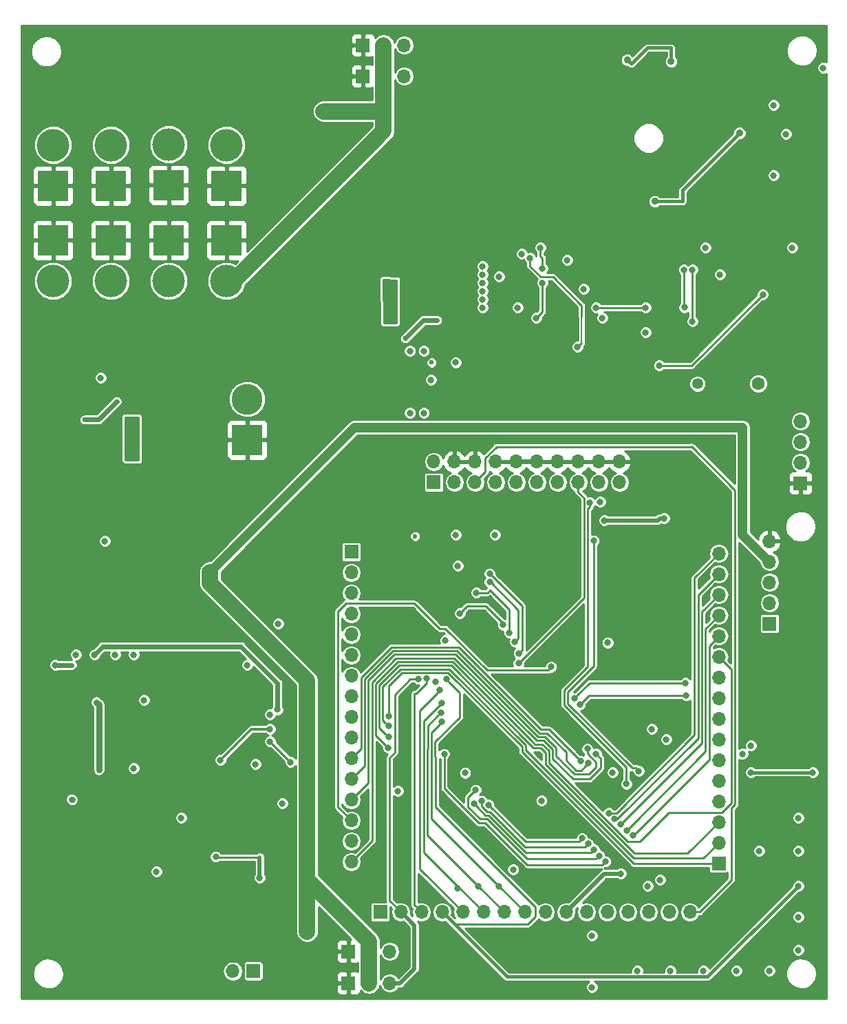
<source format=gbl>
G04 #@! TF.GenerationSoftware,KiCad,Pcbnew,5.0.2-bee76a0~70~ubuntu18.04.1*
G04 #@! TF.CreationDate,2019-10-25T13:23:31-07:00*
G04 #@! TF.ProjectId,habiv-board,68616269-762d-4626-9f61-72642e6b6963,rev?*
G04 #@! TF.SameCoordinates,Original*
G04 #@! TF.FileFunction,Copper,L4,Bot*
G04 #@! TF.FilePolarity,Positive*
%FSLAX46Y46*%
G04 Gerber Fmt 4.6, Leading zero omitted, Abs format (unit mm)*
G04 Created by KiCad (PCBNEW 5.0.2-bee76a0~70~ubuntu18.04.1) date Fri 25 Oct 2019 01:23:31 PM PDT*
%MOMM*%
%LPD*%
G01*
G04 APERTURE LIST*
G04 #@! TA.AperFunction,ComponentPad*
%ADD10R,1.700000X1.700000*%
G04 #@! TD*
G04 #@! TA.AperFunction,ComponentPad*
%ADD11O,1.700000X1.700000*%
G04 #@! TD*
G04 #@! TA.AperFunction,ComponentPad*
%ADD12C,4.000000*%
G04 #@! TD*
G04 #@! TA.AperFunction,ComponentPad*
%ADD13R,3.800000X3.800000*%
G04 #@! TD*
G04 #@! TA.AperFunction,ComponentPad*
%ADD14C,3.800000*%
G04 #@! TD*
G04 #@! TA.AperFunction,WasherPad*
%ADD15C,1.600000*%
G04 #@! TD*
G04 #@! TA.AperFunction,WasherPad*
%ADD16C,1.350000*%
G04 #@! TD*
G04 #@! TA.AperFunction,ViaPad*
%ADD17C,0.800000*%
G04 #@! TD*
G04 #@! TA.AperFunction,ViaPad*
%ADD18C,0.600000*%
G04 #@! TD*
G04 #@! TA.AperFunction,ViaPad*
%ADD19C,0.906400*%
G04 #@! TD*
G04 #@! TA.AperFunction,ViaPad*
%ADD20C,2.000000*%
G04 #@! TD*
G04 #@! TA.AperFunction,Conductor*
%ADD21C,0.750000*%
G04 #@! TD*
G04 #@! TA.AperFunction,Conductor*
%ADD22C,0.600000*%
G04 #@! TD*
G04 #@! TA.AperFunction,Conductor*
%ADD23C,0.406400*%
G04 #@! TD*
G04 #@! TA.AperFunction,Conductor*
%ADD24C,0.250000*%
G04 #@! TD*
G04 #@! TA.AperFunction,Conductor*
%ADD25C,0.300000*%
G04 #@! TD*
G04 #@! TA.AperFunction,Conductor*
%ADD26C,0.400000*%
G04 #@! TD*
G04 #@! TA.AperFunction,Conductor*
%ADD27C,0.500000*%
G04 #@! TD*
G04 #@! TA.AperFunction,Conductor*
%ADD28C,2.000000*%
G04 #@! TD*
G04 #@! TA.AperFunction,Conductor*
%ADD29C,1.200000*%
G04 #@! TD*
G04 #@! TA.AperFunction,Conductor*
%ADD30C,0.200000*%
G04 #@! TD*
G04 #@! TA.AperFunction,Conductor*
%ADD31C,0.406000*%
G04 #@! TD*
G04 #@! TA.AperFunction,Conductor*
%ADD32C,0.254000*%
G04 #@! TD*
G04 APERTURE END LIST*
D10*
G04 #@! TO.P,J21,1*
G04 #@! TO.N,GND*
X177546000Y-66040000D03*
D11*
G04 #@! TO.P,J21,2*
G04 #@! TO.N,PB5*
X177546000Y-63500000D03*
G04 #@! TO.P,J21,3*
G04 #@! TO.N,PB3*
X177546000Y-60960000D03*
G04 #@! TO.P,J21,4*
G04 #@! TO.N,+3V3*
X177546000Y-58420000D03*
G04 #@! TD*
D10*
G04 #@! TO.P,J20,1*
G04 #@! TO.N,PA12*
X173736000Y-83312000D03*
D11*
G04 #@! TO.P,J20,2*
G04 #@! TO.N,PA11*
X173736000Y-80772000D03*
G04 #@! TO.P,J20,3*
G04 #@! TO.N,PB10*
X173736000Y-78232000D03*
G04 #@! TO.P,J20,4*
G04 #@! TO.N,+5V*
X173736000Y-75692000D03*
G04 #@! TO.P,J20,5*
G04 #@! TO.N,GND*
X173736000Y-73152000D03*
G04 #@! TD*
G04 #@! TO.P,J18,3*
G04 #@! TO.N,PA10*
X128778000Y-12192000D03*
G04 #@! TO.P,J18,2*
G04 #@! TO.N,+5V*
X126238000Y-12192000D03*
D10*
G04 #@! TO.P,J18,1*
G04 #@! TO.N,GND*
X123698000Y-12192000D03*
G04 #@! TD*
G04 #@! TO.P,J17,1*
G04 #@! TO.N,GND*
X121920000Y-127508000D03*
D11*
G04 #@! TO.P,J17,2*
G04 #@! TO.N,+5V*
X124460000Y-127508000D03*
G04 #@! TO.P,J17,3*
G04 #@! TO.N,PA1*
X127000000Y-127508000D03*
G04 #@! TD*
G04 #@! TO.P,J5,3*
G04 #@! TO.N,PA0*
X127000000Y-123619974D03*
G04 #@! TO.P,J5,2*
G04 #@! TO.N,+5V*
X124460000Y-123619974D03*
D10*
G04 #@! TO.P,J5,1*
G04 #@! TO.N,GND*
X121920000Y-123619974D03*
G04 #@! TD*
G04 #@! TO.P,J19,1*
G04 #@! TO.N,GND*
X123698000Y-16002000D03*
D11*
G04 #@! TO.P,J19,2*
G04 #@! TO.N,+5V*
X126238000Y-16002000D03*
G04 #@! TO.P,J19,3*
G04 #@! TO.N,PA9*
X128778000Y-16002000D03*
G04 #@! TD*
D12*
G04 #@! TO.P,J15,2*
G04 #@! TO.N,+5V*
X92710000Y-41179121D03*
D13*
G04 #@! TO.P,J15,1*
G04 #@! TO.N,GND*
X92710000Y-36179121D03*
G04 #@! TD*
G04 #@! TO.P,J16,1*
G04 #@! TO.N,GND*
X99822000Y-36179121D03*
D12*
G04 #@! TO.P,J16,2*
G04 #@! TO.N,+5V*
X99822000Y-41179121D03*
G04 #@! TD*
G04 #@! TO.P,J13,2*
G04 #@! TO.N,+3V3*
X85598000Y-24464000D03*
D13*
G04 #@! TO.P,J13,1*
G04 #@! TO.N,GND*
X85598000Y-29464000D03*
G04 #@! TD*
G04 #@! TO.P,J14,1*
G04 #@! TO.N,GND*
X106934000Y-29464000D03*
D12*
G04 #@! TO.P,J14,2*
G04 #@! TO.N,+3V3*
X106934000Y-24464000D03*
G04 #@! TD*
G04 #@! TO.P,J12,2*
G04 #@! TO.N,+3V3*
X99822000Y-24384000D03*
D13*
G04 #@! TO.P,J12,1*
G04 #@! TO.N,GND*
X99822000Y-29384000D03*
G04 #@! TD*
G04 #@! TO.P,J11,1*
G04 #@! TO.N,GND*
X85598000Y-36179121D03*
D12*
G04 #@! TO.P,J11,2*
G04 #@! TO.N,+5V*
X85598000Y-41179121D03*
G04 #@! TD*
G04 #@! TO.P,J10,2*
G04 #@! TO.N,+3V3*
X92710000Y-24464000D03*
D13*
G04 #@! TO.P,J10,1*
G04 #@! TO.N,GND*
X92710000Y-29464000D03*
G04 #@! TD*
G04 #@! TO.P,J8,1*
G04 #@! TO.N,GND*
X106934000Y-36179121D03*
D12*
G04 #@! TO.P,J8,2*
G04 #@! TO.N,+5V*
X106934000Y-41179121D03*
G04 #@! TD*
D13*
G04 #@! TO.P,J9,1*
G04 #@! TO.N,GND*
X109474000Y-60706000D03*
D14*
G04 #@! TO.P,J9,2*
G04 #@! TO.N,Net-(C8-Pad1)*
X109474000Y-55706000D03*
G04 #@! TD*
D10*
G04 #@! TO.P,J2,1*
G04 #@! TO.N,Net-(J2-Pad1)*
X132418247Y-65931568D03*
D11*
G04 #@! TO.P,J2,2*
X132418247Y-63391568D03*
G04 #@! TO.P,J2,3*
G04 #@! TO.N,PB4*
X134958247Y-65931568D03*
G04 #@! TO.P,J2,4*
G04 #@! TO.N,GND*
X134958247Y-63391568D03*
G04 #@! TO.P,J2,5*
G04 #@! TO.N,PA15*
X137498247Y-65931568D03*
G04 #@! TO.P,J2,6*
G04 #@! TO.N,GND*
X137498247Y-63391568D03*
G04 #@! TO.P,J2,7*
G04 #@! TO.N,PA13*
X140038247Y-65931568D03*
G04 #@! TO.P,J2,8*
G04 #@! TO.N,GND*
X140038247Y-63391568D03*
G04 #@! TO.P,J2,9*
G04 #@! TO.N,PA14*
X142578247Y-65931568D03*
G04 #@! TO.P,J2,10*
G04 #@! TO.N,GND*
X142578247Y-63391568D03*
G04 #@! TO.P,J2,11*
G04 #@! TO.N,Net-(10k2-Pad2)*
X145118247Y-65931568D03*
G04 #@! TO.P,J2,12*
G04 #@! TO.N,GND*
X145118247Y-63391568D03*
G04 #@! TO.P,J2,13*
G04 #@! TO.N,PB3*
X147658247Y-65931568D03*
G04 #@! TO.P,J2,14*
G04 #@! TO.N,GND*
X147658247Y-63391568D03*
G04 #@! TO.P,J2,15*
G04 #@! TO.N,RST*
X150198247Y-65931568D03*
G04 #@! TO.P,J2,16*
G04 #@! TO.N,GND*
X150198247Y-63391568D03*
G04 #@! TO.P,J2,17*
G04 #@! TO.N,Net-(10k4-Pad2)*
X152738247Y-65931568D03*
G04 #@! TO.P,J2,18*
G04 #@! TO.N,GND*
X152738247Y-63391568D03*
G04 #@! TO.P,J2,19*
G04 #@! TO.N,Net-(10k3-Pad2)*
X155278247Y-65931568D03*
G04 #@! TO.P,J2,20*
G04 #@! TO.N,GND*
X155278247Y-63391568D03*
G04 #@! TD*
D10*
G04 #@! TO.P,J4,1*
G04 #@! TO.N,PA0*
X125829487Y-118758488D03*
D11*
G04 #@! TO.P,J4,2*
G04 #@! TO.N,PA1*
X128369487Y-118758488D03*
G04 #@! TO.P,J4,3*
G04 #@! TO.N,PA2*
X130909487Y-118758488D03*
G04 #@! TO.P,J4,4*
G04 #@! TO.N,PA3*
X133449487Y-118758488D03*
G04 #@! TO.P,J4,5*
G04 #@! TO.N,PA4*
X135989487Y-118758488D03*
G04 #@! TO.P,J4,6*
G04 #@! TO.N,PA5*
X138529487Y-118758488D03*
G04 #@! TO.P,J4,7*
G04 #@! TO.N,PA6*
X141069487Y-118758488D03*
G04 #@! TO.P,J4,8*
G04 #@! TO.N,PA7*
X143609487Y-118758488D03*
G04 #@! TO.P,J4,9*
G04 #@! TO.N,PA8*
X146149487Y-118758488D03*
G04 #@! TO.P,J4,10*
G04 #@! TO.N,PA9*
X148689487Y-118758488D03*
G04 #@! TO.P,J4,11*
G04 #@! TO.N,PA10*
X151229487Y-118758488D03*
G04 #@! TO.P,J4,12*
G04 #@! TO.N,PA11*
X153769487Y-118758488D03*
G04 #@! TO.P,J4,13*
G04 #@! TO.N,PA12*
X156309487Y-118758488D03*
G04 #@! TO.P,J4,14*
G04 #@! TO.N,PA13*
X158849487Y-118758488D03*
G04 #@! TO.P,J4,15*
G04 #@! TO.N,PA14*
X161389487Y-118758488D03*
G04 #@! TO.P,J4,16*
G04 #@! TO.N,PA15*
X163929487Y-118758488D03*
G04 #@! TD*
D10*
G04 #@! TO.P,J6,1*
G04 #@! TO.N,PB0*
X167500727Y-112774248D03*
D11*
G04 #@! TO.P,J6,2*
G04 #@! TO.N,PB1*
X167500727Y-110234248D03*
G04 #@! TO.P,J6,3*
G04 #@! TO.N,PB2*
X167500727Y-107694248D03*
G04 #@! TO.P,J6,4*
G04 #@! TO.N,PB3*
X167500727Y-105154248D03*
G04 #@! TO.P,J6,5*
G04 #@! TO.N,PB4*
X167500727Y-102614248D03*
G04 #@! TO.P,J6,6*
G04 #@! TO.N,PB5*
X167500727Y-100074248D03*
G04 #@! TO.P,J6,7*
G04 #@! TO.N,PB6*
X167500727Y-97534248D03*
G04 #@! TO.P,J6,8*
G04 #@! TO.N,PB7*
X167500727Y-94994248D03*
G04 #@! TO.P,J6,9*
G04 #@! TO.N,PB8*
X167500727Y-92454248D03*
G04 #@! TO.P,J6,10*
G04 #@! TO.N,PB9*
X167500727Y-89914248D03*
G04 #@! TO.P,J6,11*
G04 #@! TO.N,PB10*
X167500727Y-87374248D03*
G04 #@! TO.P,J6,12*
G04 #@! TO.N,PB11*
X167500727Y-84834248D03*
G04 #@! TO.P,J6,13*
G04 #@! TO.N,PB12*
X167500727Y-82294248D03*
G04 #@! TO.P,J6,14*
G04 #@! TO.N,PB13*
X167500727Y-79754248D03*
G04 #@! TO.P,J6,15*
G04 #@! TO.N,PB14*
X167500727Y-77214248D03*
G04 #@! TO.P,J6,16*
G04 #@! TO.N,PB15*
X167500727Y-74674248D03*
G04 #@! TD*
G04 #@! TO.P,J7,16*
G04 #@! TO.N,PD2*
X122278567Y-112581208D03*
G04 #@! TO.P,J7,15*
G04 #@! TO.N,N/C*
X122278567Y-110041208D03*
G04 #@! TO.P,J7,14*
G04 #@! TO.N,PC13*
X122278567Y-107501208D03*
G04 #@! TO.P,J7,13*
G04 #@! TO.N,PC12*
X122278567Y-104961208D03*
G04 #@! TO.P,J7,12*
G04 #@! TO.N,PC11*
X122278567Y-102421208D03*
G04 #@! TO.P,J7,11*
G04 #@! TO.N,PC10*
X122278567Y-99881208D03*
G04 #@! TO.P,J7,10*
G04 #@! TO.N,PC9*
X122278567Y-97341208D03*
G04 #@! TO.P,J7,9*
G04 #@! TO.N,PC8*
X122278567Y-94801208D03*
G04 #@! TO.P,J7,8*
G04 #@! TO.N,PC7*
X122278567Y-92261208D03*
G04 #@! TO.P,J7,7*
G04 #@! TO.N,PC6*
X122278567Y-89721208D03*
G04 #@! TO.P,J7,6*
G04 #@! TO.N,PC5*
X122278567Y-87181208D03*
G04 #@! TO.P,J7,5*
G04 #@! TO.N,PC4*
X122278567Y-84641208D03*
G04 #@! TO.P,J7,4*
G04 #@! TO.N,PC3*
X122278567Y-82101208D03*
G04 #@! TO.P,J7,3*
G04 #@! TO.N,PC2*
X122278567Y-79561208D03*
G04 #@! TO.P,J7,2*
G04 #@! TO.N,PC1*
X122278567Y-77021208D03*
D10*
G04 #@! TO.P,J7,1*
G04 #@! TO.N,PC0*
X122278567Y-74481208D03*
G04 #@! TD*
G04 #@! TO.P,J3,1*
G04 #@! TO.N,Net-(J3-Pad1)*
X110226000Y-126024000D03*
D11*
G04 #@! TO.P,J3,2*
G04 #@! TO.N,Net-(J3-Pad2)*
X107686000Y-126024000D03*
G04 #@! TD*
D15*
G04 #@! TO.P,B2,*
G04 #@! TO.N,*
X172336000Y-53812000D03*
D16*
X164886000Y-53812000D03*
G04 #@! TD*
D17*
G04 #@! TO.N,+3V3*
X101346000Y-107188000D03*
X109474000Y-88392000D03*
X136270577Y-101660025D03*
X145688167Y-105073448D03*
X133858000Y-85344000D03*
X153836767Y-85658448D03*
D18*
X130136767Y-72558448D03*
X132170190Y-51213369D03*
D17*
X143256000Y-37846000D03*
X132643766Y-90498447D03*
D18*
X87886000Y-104912000D03*
D17*
X96774000Y-92710000D03*
X85852000Y-88392000D03*
X140462000Y-40640000D03*
X142748000Y-44450000D03*
X132080000Y-53340000D03*
X135128000Y-51213369D03*
X148844000Y-38608000D03*
X150876000Y-42164000D03*
X165862000Y-37084000D03*
X174244000Y-28194000D03*
G04 #@! TO.N,GND*
X176022000Y-31496000D03*
X177546000Y-50800000D03*
X150622000Y-37084000D03*
X148794000Y-48768000D03*
X144394000Y-44518000D03*
D19*
X163761600Y-10616900D03*
X163040000Y-14002000D03*
X169349600Y-29412900D03*
X171840000Y-33802000D03*
X160967600Y-32841900D03*
X169040000Y-34002000D03*
X147640000Y-34002000D03*
X149040000Y-34202000D03*
X159040000Y-14002000D03*
X156240000Y-11002000D03*
X170240000Y-33802000D03*
X159440000Y-11202000D03*
X154440000Y-11802000D03*
X147640000Y-32602000D03*
X173240000Y-33802000D03*
X161640000Y-11202000D03*
X155440000Y-12802000D03*
X148140600Y-18617900D03*
X149410600Y-17538400D03*
X145600600Y-17474900D03*
X149156600Y-28142900D03*
X146743600Y-25729900D03*
X147378600Y-28015900D03*
X145473600Y-20522900D03*
X144584600Y-23380400D03*
X146616600Y-18617900D03*
X147251600Y-13283900D03*
X151950600Y-14553900D03*
X158040000Y-11402000D03*
X152240000Y-11602000D03*
X167840000Y-34002000D03*
D17*
X147116767Y-105548448D03*
X153841767Y-83148448D03*
X149991767Y-79423448D03*
X139291767Y-75648434D03*
X134966781Y-80748448D03*
X132658443Y-84483577D03*
X133466769Y-83148448D03*
X129316768Y-85048448D03*
X145816765Y-92848448D03*
X140016767Y-99648448D03*
X138016767Y-99248448D03*
X142262661Y-91877554D03*
X139016618Y-96073618D03*
X149606000Y-109298448D03*
X145427946Y-99486315D03*
X156036767Y-86208448D03*
X127906767Y-100248448D03*
D18*
X105843090Y-59798569D03*
X104933770Y-59813809D03*
X103943170Y-59798569D03*
X102886530Y-59798569D03*
X101926410Y-59798569D03*
X102947490Y-71822929D03*
X101931490Y-71822929D03*
X100981530Y-71833089D03*
X100036650Y-71843249D03*
X99127330Y-71843249D03*
X98223090Y-71833089D03*
X82876410Y-81993089D03*
X84578210Y-81993089D03*
X86478130Y-82008329D03*
X86462890Y-80453849D03*
X84593450Y-80453849D03*
X82861170Y-80453849D03*
X82876410Y-78716489D03*
X84623930Y-78736809D03*
X86478130Y-78701249D03*
X86493370Y-77207729D03*
X84669650Y-77222969D03*
X82891650Y-77207729D03*
X82911970Y-75399249D03*
X84669650Y-75419569D03*
X86523850Y-75419569D03*
X86523850Y-73920969D03*
X84684890Y-73905729D03*
X82927210Y-73905729D03*
X82911970Y-72117569D03*
X84669650Y-72117569D03*
X86523850Y-72132809D03*
X91852770Y-60504689D03*
X91019650Y-60494529D03*
X91009490Y-61373369D03*
X91852770Y-61388609D03*
X85807570Y-55561849D03*
X85782170Y-54754129D03*
X85772010Y-53900689D03*
X85772010Y-53098049D03*
X85761850Y-52295409D03*
X85761850Y-51513089D03*
X85761850Y-50674889D03*
X119640370Y-32447849D03*
X120691930Y-32442769D03*
X121611410Y-32437689D03*
X122546130Y-32437689D03*
X123343690Y-32432609D03*
X124263170Y-32463089D03*
X116506010Y-44436649D03*
X117420410Y-44416329D03*
X118350050Y-44441729D03*
X119330490Y-44441729D03*
X120275370Y-44441729D03*
X139604770Y-22277689D03*
X137867410Y-22257369D03*
X135987810Y-22257369D03*
X135967490Y-23811849D03*
X137806450Y-23811849D03*
X139584450Y-23811849D03*
X139584450Y-25610169D03*
X137826770Y-25589849D03*
X135926850Y-25589849D03*
X135886210Y-27057969D03*
X137765810Y-27057969D03*
X139543810Y-27078289D03*
X139543810Y-28815649D03*
X137765810Y-28795329D03*
X135865890Y-28856289D03*
X135865890Y-30370129D03*
X137704850Y-30329489D03*
X139564130Y-30370129D03*
X139564130Y-32087169D03*
X137745490Y-32127809D03*
X135865890Y-32148129D03*
X136658370Y-48708929D03*
X136668530Y-49521729D03*
X136658370Y-50298969D03*
X136658370Y-51096529D03*
X136668530Y-51914409D03*
X136668530Y-52701809D03*
X136658370Y-53565409D03*
X136658370Y-54454409D03*
X131420890Y-43720369D03*
X131420890Y-42866929D03*
X130608090Y-42887249D03*
X130608090Y-43720369D03*
D17*
X138176000Y-82042000D03*
X139700000Y-86868000D03*
X134874000Y-102616000D03*
X134620000Y-99822000D03*
X173482000Y-40386000D03*
X102839234Y-87630000D03*
D20*
X118872000Y-10922000D03*
D17*
G04 #@! TO.N,PA5*
X133416791Y-93073448D03*
X177292000Y-111252000D03*
X172466000Y-111252000D03*
X160274000Y-114808000D03*
X135340999Y-115824000D03*
X90678000Y-87122000D03*
X113196020Y-93874091D03*
G04 #@! TO.N,PA7*
X112268000Y-94488000D03*
X88392000Y-87122000D03*
X133445802Y-95395939D03*
X140420999Y-115570000D03*
X165608000Y-125984000D03*
G04 #@! TO.N,PA6*
X112268000Y-96266000D03*
X93218000Y-87122000D03*
X133316767Y-94248448D03*
X137880999Y-115570000D03*
X106172000Y-100076000D03*
X169672000Y-125984000D03*
G04 #@! TO.N,PA8*
X112268000Y-97790000D03*
X142188167Y-113538000D03*
X114808000Y-100330000D03*
X157480000Y-125984000D03*
G04 #@! TO.N,Net-(C1-Pad1)*
X164256000Y-46142000D03*
X164256000Y-39792000D03*
G04 #@! TO.N,Net-(B2-Pad2)*
X160186000Y-51562000D03*
X172906000Y-42837000D03*
G04 #@! TO.N,Net-(IC1-Pad8)*
X163206000Y-39792000D03*
X163256000Y-44442000D03*
G04 #@! TO.N,PB9*
X153162000Y-45720000D03*
X163376767Y-90598446D03*
X149708807Y-92486758D03*
X177292000Y-107188000D03*
G04 #@! TO.N,PB8*
X158496000Y-47498000D03*
X152400000Y-44450000D03*
X158496000Y-44450000D03*
X163496767Y-92128448D03*
X150436767Y-93238448D03*
X173736000Y-125984000D03*
G04 #@! TO.N,RST*
X151892000Y-128016000D03*
X142852917Y-88198448D03*
X151892000Y-121666000D03*
G04 #@! TO.N,PB4*
X179070000Y-101600000D03*
X152091788Y-73084937D03*
X157650591Y-101430608D03*
X171450000Y-101600000D03*
G04 #@! TO.N,PB3*
X151641777Y-68408207D03*
X156136767Y-103028448D03*
X160782000Y-70358000D03*
X153416000Y-70612000D03*
G04 #@! TO.N,PA1*
X130556000Y-90123448D03*
G04 #@! TO.N,PA2*
X131572000Y-90073448D03*
G04 #@! TO.N,PA3*
X133966610Y-90148616D03*
X95504000Y-87122000D03*
X113792000Y-105410000D03*
X177292000Y-115570000D03*
G04 #@! TO.N,PA4*
X133191588Y-91500330D03*
G04 #@! TO.N,PA9*
X155448000Y-114046000D03*
G04 #@! TO.N,PA10*
X154432000Y-101600000D03*
G04 #@! TO.N,PA11*
X159258000Y-96266000D03*
G04 #@! TO.N,PB0*
X126891757Y-94723444D03*
G04 #@! TO.N,PB1*
X126891757Y-95899894D03*
G04 #@! TO.N,PB2*
X126866744Y-97273471D03*
G04 #@! TO.N,PB5*
X170434000Y-99314000D03*
G04 #@! TO.N,PB6*
X180340000Y-14986000D03*
X161036000Y-97534248D03*
X161544000Y-125984000D03*
G04 #@! TO.N,PB7*
X174244000Y-19558000D03*
X177292000Y-119380000D03*
X171450000Y-98298000D03*
G04 #@! TO.N,PB10*
X126791767Y-98548448D03*
G04 #@! TO.N,PB12*
X137581900Y-103728700D03*
X152791278Y-111850349D03*
X156186767Y-108718448D03*
G04 #@! TO.N,PB13*
X137367989Y-105469454D03*
X152145954Y-111086425D03*
X155406767Y-107978448D03*
G04 #@! TO.N,PB14*
X138290846Y-105084281D03*
X151431191Y-110387041D03*
X154640417Y-107336006D03*
G04 #@! TO.N,PB15*
X175768000Y-23114000D03*
X139166769Y-105573448D03*
X150698056Y-109706940D03*
X153971560Y-106592599D03*
G04 #@! TO.N,PC0*
X98298000Y-113792000D03*
X139291767Y-77148432D03*
X142891767Y-86948448D03*
G04 #@! TO.N,PC1*
X95504000Y-101092000D03*
X139303320Y-78199176D03*
X142416767Y-85548448D03*
X113284000Y-83312000D03*
G04 #@! TO.N,PC2*
X137668000Y-79502000D03*
X141741767Y-84448448D03*
X138430000Y-39370000D03*
G04 #@! TO.N,PC3*
X135636000Y-82042000D03*
X140966767Y-83473448D03*
X138430000Y-40386000D03*
X129486766Y-49784000D03*
X129486766Y-57404000D03*
G04 #@! TO.N,PC4*
X138430000Y-41402000D03*
X131218246Y-57404000D03*
X131218246Y-49784000D03*
G04 #@! TO.N,PC5*
X138430000Y-42418000D03*
G04 #@! TO.N,PC6*
X138430000Y-43434000D03*
G04 #@! TO.N,PC7*
X177292000Y-123444000D03*
X110490000Y-100584000D03*
X158750000Y-115570000D03*
X128016000Y-103886000D03*
G04 #@! TO.N,PC8*
X138430000Y-44450000D03*
X135382000Y-76200000D03*
X135128000Y-72390000D03*
G04 #@! TO.N,PC10*
X150486209Y-100182571D03*
G04 #@! TO.N,PC11*
X151438806Y-100486844D03*
G04 #@! TO.N,PC12*
X151316767Y-98708448D03*
G04 #@! TO.N,PC13*
X146891767Y-88623448D03*
G04 #@! TO.N,PD2*
X152400000Y-99314000D03*
G04 #@! TO.N,PB11*
X133703471Y-99368146D03*
X153556766Y-112548448D03*
X156976767Y-109368448D03*
G04 #@! TO.N,Net-(10k4-Pad2)*
X152908000Y-68326000D03*
X139954000Y-72390000D03*
D18*
G04 #@! TO.N,Net-(C8-Pad1)*
X128908830Y-48241569D03*
X132835670Y-46001289D03*
X93409790Y-55998729D03*
X89482950Y-58239009D03*
G04 #@! TO.N,Net-(C13-Pad1)*
X126650770Y-41299749D03*
X126650770Y-45991129D03*
X127565170Y-41337849D03*
X127542310Y-46047009D03*
G04 #@! TO.N,Net-(C14-Pad1)*
X94819490Y-62856729D03*
X95665310Y-62844029D03*
X95665310Y-58249169D03*
X94816950Y-58239009D03*
D20*
G04 #@! TO.N,+5V*
X116840000Y-121158000D03*
X118872000Y-20320000D03*
D17*
X91948000Y-73152000D03*
X91440000Y-53086000D03*
D20*
X104902000Y-76962000D03*
D18*
G04 #@! TO.N,Net-(J1-Pad5)*
X91236000Y-101262000D03*
X90936000Y-92962000D03*
D17*
G04 #@! TO.N,Net-(R19-Pad2)*
X105596000Y-111974000D03*
X110998000Y-114554000D03*
G04 #@! TO.N,Net-(C12-Pad1)*
X145796000Y-41402000D03*
X145034000Y-45720000D03*
G04 #@! TO.N,Net-(C19-Pad2)*
X145542000Y-37084000D03*
X145796000Y-39624000D03*
G04 #@! TO.N,Net-(R33-Pad1)*
X144272000Y-38354000D03*
X150114000Y-49276000D03*
D19*
G04 #@! TO.N,Net-(LED1-PadA)*
X170040000Y-23002000D03*
X159640000Y-31402000D03*
D17*
G04 #@! TO.N,Net-(C4-Pad1)*
X176530000Y-37084000D03*
X167640000Y-40386000D03*
D19*
G04 #@! TO.N,Net-(C7-Pad1)*
X156240000Y-14002000D03*
X161640000Y-14202000D03*
G04 #@! TD*
D21*
G04 #@! TO.N,+3V3*
X87936000Y-104962000D02*
X87886000Y-104912000D01*
D22*
X87884000Y-88392000D02*
X85852000Y-88392000D01*
X85852000Y-88392000D02*
X85852000Y-88392000D01*
D23*
G04 #@! TO.N,GND*
X163761600Y-10616900D02*
X163761600Y-10489900D01*
X169349600Y-29412900D02*
X169603600Y-29412900D01*
D22*
X145118247Y-63391568D02*
X142578247Y-63391568D01*
D24*
X133466769Y-82582763D02*
X133466769Y-83148448D01*
X133466769Y-82248460D02*
X133466769Y-82582763D01*
X134966781Y-80748448D02*
X133466769Y-82248460D01*
X129881639Y-84483577D02*
X129716767Y-84648449D01*
X132658443Y-84483577D02*
X129881639Y-84483577D01*
X129716767Y-84648449D02*
X129316768Y-85048448D01*
X140016767Y-99648448D02*
X138416766Y-99648447D01*
X138416766Y-99648447D02*
X138016767Y-99248448D01*
D22*
X103943170Y-59798569D02*
X104918530Y-59798569D01*
X104918530Y-59798569D02*
X104933770Y-59813809D01*
X101926410Y-59798569D02*
X102886530Y-59798569D01*
X101931490Y-71822929D02*
X102947490Y-71822929D01*
X100036650Y-71843249D02*
X100971370Y-71843249D01*
X100971370Y-71843249D02*
X100981530Y-71833089D01*
X98223090Y-71833089D02*
X99117170Y-71833089D01*
X99117170Y-71833089D02*
X99127330Y-71843249D01*
X86478130Y-82008329D02*
X84593450Y-82008329D01*
X84593450Y-82008329D02*
X84578210Y-81993089D01*
X84593450Y-80453849D02*
X86462890Y-80453849D01*
X82876410Y-78716489D02*
X82876410Y-80438609D01*
X82876410Y-80438609D02*
X82861170Y-80453849D01*
X86478130Y-78701249D02*
X84659490Y-78701249D01*
X84659490Y-78701249D02*
X84623930Y-78736809D01*
X84669650Y-77222969D02*
X86478130Y-77222969D01*
X86478130Y-77222969D02*
X86493370Y-77207729D01*
X82911970Y-75399249D02*
X82911970Y-77187409D01*
X82911970Y-77187409D02*
X82891650Y-77207729D01*
X86523850Y-75419569D02*
X84669650Y-75419569D01*
X84684890Y-73905729D02*
X86508610Y-73905729D01*
X86508610Y-73905729D02*
X86523850Y-73920969D01*
X82911970Y-72117569D02*
X82911970Y-73890489D01*
X82911970Y-73890489D02*
X82927210Y-73905729D01*
X86523850Y-72132809D02*
X84684890Y-72132809D01*
X84684890Y-72132809D02*
X84669650Y-72117569D01*
X91019650Y-60494529D02*
X91842610Y-60494529D01*
X91842610Y-60494529D02*
X91852770Y-60504689D01*
X91852770Y-61388609D02*
X91024730Y-61388609D01*
X91024730Y-61388609D02*
X91009490Y-61373369D01*
X85772010Y-53900689D02*
X85772010Y-54743969D01*
X85772010Y-54743969D02*
X85782170Y-54754129D01*
X85761850Y-52295409D02*
X85761850Y-53087889D01*
X85761850Y-53087889D02*
X85772010Y-53098049D01*
X85761850Y-50674889D02*
X85761850Y-51513089D01*
X120691930Y-32442769D02*
X119645450Y-32442769D01*
X119645450Y-32442769D02*
X119640370Y-32447849D01*
X122546130Y-32437689D02*
X121611410Y-32437689D01*
X124263170Y-32463089D02*
X123374170Y-32463089D01*
X123374170Y-32463089D02*
X123343690Y-32432609D01*
X118350050Y-44441729D02*
X117445810Y-44441729D01*
X117445810Y-44441729D02*
X117420410Y-44416329D01*
X120275370Y-44441729D02*
X119330490Y-44441729D01*
X137867410Y-22257369D02*
X139584450Y-22257369D01*
X139584450Y-22257369D02*
X139604770Y-22277689D01*
X135967490Y-23811849D02*
X135967490Y-22277689D01*
X135967490Y-22277689D02*
X135987810Y-22257369D01*
X139584450Y-23811849D02*
X137806450Y-23811849D01*
X137826770Y-25589849D02*
X139564130Y-25589849D01*
X139564130Y-25589849D02*
X139584450Y-25610169D01*
X135886210Y-27057969D02*
X135886210Y-25630489D01*
X135886210Y-25630489D02*
X135926850Y-25589849D01*
X139543810Y-27078289D02*
X137786130Y-27078289D01*
X137786130Y-27078289D02*
X137765810Y-27057969D01*
X137765810Y-28795329D02*
X139523490Y-28795329D01*
X139523490Y-28795329D02*
X139543810Y-28815649D01*
X137704850Y-30329489D02*
X135906530Y-30329489D01*
X135906530Y-30329489D02*
X135865890Y-30370129D01*
X139564130Y-32087169D02*
X139564130Y-30370129D01*
X135865890Y-32148129D02*
X137725170Y-32148129D01*
X137725170Y-32148129D02*
X137745490Y-32127809D01*
X136668530Y-49521729D02*
X136668530Y-48719089D01*
X136668530Y-48719089D02*
X136658370Y-48708929D01*
X136658370Y-51096529D02*
X136658370Y-50298969D01*
X136668530Y-52701809D02*
X136668530Y-51914409D01*
X136658370Y-54454409D02*
X136658370Y-53565409D01*
X131420890Y-42866929D02*
X131420890Y-43720369D01*
X130608090Y-43720369D02*
X130608090Y-42887249D01*
D24*
X138176000Y-82042000D02*
X138176000Y-86106000D01*
X138938000Y-86106000D02*
X139700000Y-86868000D01*
X138176000Y-86106000D02*
X138938000Y-86106000D01*
X147116767Y-105548448D02*
X147116767Y-107758448D01*
X147116767Y-107758448D02*
X148656767Y-109298448D01*
X149098000Y-109298448D02*
X149606000Y-109298448D01*
X149098000Y-109298448D02*
X149352000Y-109298448D01*
X148656767Y-109298448D02*
X149098000Y-109298448D01*
X134620000Y-102362000D02*
X134874000Y-102616000D01*
X134620000Y-99822000D02*
X134620000Y-102362000D01*
G04 #@! TO.N,PA5*
X131197832Y-95292407D02*
X133416791Y-93073448D01*
X131197832Y-111426833D02*
X131197832Y-95292407D01*
X138529487Y-118758488D02*
X135340999Y-115570000D01*
X135340999Y-115570000D02*
X131197832Y-111426833D01*
D22*
X91077999Y-86722001D02*
X90678000Y-87122000D01*
X91678001Y-86121999D02*
X91077999Y-86722001D01*
X108684001Y-86121999D02*
X91678001Y-86121999D01*
X113196020Y-90634018D02*
X108684001Y-86121999D01*
X113196020Y-93874091D02*
X113196020Y-90634018D01*
D24*
G04 #@! TO.N,PA7*
X132141755Y-98939047D02*
X132141755Y-96699986D01*
X133045803Y-95795938D02*
X133445802Y-95395939D01*
X132116755Y-98964047D02*
X132141755Y-98939047D01*
X132141755Y-96699986D02*
X133045803Y-95795938D01*
X143609487Y-118758488D02*
X140420999Y-115570000D01*
X132116755Y-107265756D02*
X132116755Y-98964047D01*
X140420999Y-115570000D02*
X139150999Y-114300000D01*
X139150999Y-114300000D02*
X132116755Y-107265756D01*
G04 #@! TO.N,PA6*
X131666744Y-98777647D02*
X131687382Y-98757009D01*
X141069487Y-118758488D02*
X137880999Y-115570000D01*
X131687382Y-98757009D02*
X131687382Y-95877833D01*
X131666744Y-109355745D02*
X131666744Y-98777647D01*
X131687382Y-95877833D02*
X132916768Y-94648447D01*
X132916768Y-94648447D02*
X133316767Y-94248448D01*
X137880999Y-115570000D02*
X135848999Y-113538000D01*
D25*
X109982000Y-96266000D02*
X106172000Y-100076000D01*
X112268000Y-96266000D02*
X109982000Y-96266000D01*
D24*
X135848999Y-113538000D02*
X131666744Y-109355745D01*
D25*
G04 #@! TO.N,PA8*
X112268000Y-97790000D02*
X114808000Y-100330000D01*
X114808000Y-100330000D02*
X114808000Y-100330000D01*
D24*
G04 #@! TO.N,Net-(C1-Pad1)*
X164256000Y-46142000D02*
X164256000Y-39792000D01*
G04 #@! TO.N,Net-(B2-Pad2)*
X164181000Y-51562000D02*
X160186000Y-51562000D01*
X172906000Y-42837000D02*
X164181000Y-51562000D01*
G04 #@! TO.N,Net-(IC1-Pad8)*
X163206000Y-44392000D02*
X163256000Y-44442000D01*
X163206000Y-39792000D02*
X163206000Y-44392000D01*
G04 #@! TO.N,PB9*
X163376767Y-90598446D02*
X151597119Y-90598446D01*
X151597119Y-90598446D02*
X150108806Y-92086759D01*
X150108806Y-92086759D02*
X149708807Y-92486758D01*
G04 #@! TO.N,PB8*
X163496767Y-92128448D02*
X161036000Y-92128448D01*
X151546767Y-92128448D02*
X150836766Y-92838449D01*
X150836766Y-92838449D02*
X150436767Y-93238448D01*
X152400000Y-44450000D02*
X158496000Y-44450000D01*
X161036000Y-92128448D02*
X151546767Y-92128448D01*
G04 #@! TO.N,RST*
X150916767Y-80134598D02*
X143252916Y-87798449D01*
X143252916Y-87798449D02*
X142852917Y-88198448D01*
X150198247Y-67133649D02*
X150916767Y-67852169D01*
X150916767Y-67852169D02*
X150916767Y-80134598D01*
X150198247Y-65931568D02*
X150198247Y-67133649D01*
G04 #@! TO.N,PB4*
X157250592Y-101030609D02*
X157650591Y-101430608D01*
X148921765Y-91690448D02*
X148921765Y-93126030D01*
X148921765Y-93126030D02*
X156826344Y-101030609D01*
X156826344Y-101030609D02*
X157250592Y-101030609D01*
X152091788Y-88520425D02*
X148921765Y-91690448D01*
X152091788Y-73084937D02*
X152091788Y-88520425D01*
D26*
X179070000Y-101600000D02*
X171450000Y-101600000D01*
X171450000Y-101600000D02*
X171450000Y-101600000D01*
D24*
G04 #@! TO.N,PA15*
X163929487Y-118758488D02*
X165131568Y-118758488D01*
X164137767Y-61517048D02*
X164102207Y-61552608D01*
X165131568Y-118758488D02*
X169065367Y-114824689D01*
X169065367Y-114824689D02*
X169065367Y-105965020D01*
X169510297Y-105520090D02*
X169510297Y-66889578D01*
X169065367Y-105965020D02*
X169510297Y-105520090D01*
X169510297Y-66889578D02*
X164137767Y-61517048D01*
X164102207Y-61552608D02*
X140138205Y-61552608D01*
X140138205Y-61552608D02*
X138782651Y-62908162D01*
X138782651Y-62908162D02*
X138782651Y-64647164D01*
X138782651Y-64647164D02*
X138348246Y-65081569D01*
X138348246Y-65081569D02*
X137498247Y-65931568D01*
G04 #@! TO.N,PB3*
X148471754Y-93312430D02*
X156136767Y-100977443D01*
X151366778Y-69248891D02*
X151366778Y-88609024D01*
X151641777Y-68973892D02*
X151366778Y-69248891D01*
X151641777Y-68408207D02*
X151641777Y-68973892D01*
X148471754Y-91504048D02*
X148471754Y-93312430D01*
X151366778Y-88609024D02*
X148471754Y-91504048D01*
X156136767Y-100977443D02*
X156136767Y-102462763D01*
X156136767Y-102462763D02*
X156136767Y-103028448D01*
D27*
X160216315Y-70358000D02*
X159962315Y-70612000D01*
X160782000Y-70358000D02*
X160216315Y-70358000D01*
X159962315Y-70612000D02*
X153416000Y-70612000D01*
X153416000Y-70612000D02*
X153416000Y-70612000D01*
D24*
G04 #@! TO.N,PA1*
X127001765Y-99780446D02*
X127616767Y-99165444D01*
X129551082Y-90123448D02*
X130116767Y-90123448D01*
X127001765Y-117390766D02*
X127001765Y-99780446D01*
X127616767Y-92057763D02*
X129551082Y-90123448D01*
X127616767Y-99165444D02*
X127616767Y-92057763D01*
X128369487Y-118758488D02*
X127001765Y-117390766D01*
X130116767Y-90123448D02*
X130556000Y-90123448D01*
D27*
X130048000Y-120437001D02*
X128369487Y-118758488D01*
X130048000Y-125730000D02*
X130048000Y-120437001D01*
X127000000Y-127508000D02*
X128270000Y-127508000D01*
X128270000Y-127508000D02*
X130048000Y-125730000D01*
D24*
G04 #@! TO.N,PA2*
X130909487Y-118758488D02*
X130059488Y-117908489D01*
X130059488Y-117908489D02*
X130059488Y-91930729D01*
X131572000Y-90639133D02*
X131572000Y-90073448D01*
X130280404Y-91930729D02*
X131572000Y-90639133D01*
X130059488Y-91930729D02*
X130280404Y-91930729D01*
G04 #@! TO.N,PA3*
X135616767Y-91798773D02*
X134366609Y-90548615D01*
X134966465Y-120275466D02*
X143987349Y-120275466D01*
X144909967Y-119352848D02*
X144909967Y-118139841D01*
X143987349Y-120275466D02*
X144909967Y-119352848D01*
X133449487Y-118758488D02*
X134966465Y-120275466D01*
X135616767Y-94833648D02*
X135616767Y-91798773D01*
X144909967Y-118139841D02*
X140816126Y-114046000D01*
X132591766Y-97858649D02*
X135616767Y-94833648D01*
X132626941Y-105856815D02*
X132626941Y-99708622D01*
X132626941Y-99708622D02*
X132591767Y-99673448D01*
X134366609Y-90548615D02*
X133966610Y-90148616D01*
X132591767Y-99673448D02*
X132591766Y-97858649D01*
X140816126Y-114046000D02*
X132626941Y-105856815D01*
D26*
X134299486Y-119608487D02*
X133449487Y-118758488D01*
X141425000Y-126734001D02*
X134299486Y-119608487D01*
X166127999Y-126734001D02*
X141425000Y-126734001D01*
X177292000Y-115570000D02*
X166127999Y-126734001D01*
D24*
G04 #@! TO.N,PA4*
X132791589Y-91900329D02*
X133191588Y-91500330D01*
X130708282Y-113477283D02*
X130708282Y-93983636D01*
X130708282Y-93983636D02*
X132791589Y-91900329D01*
X135989487Y-118758488D02*
X130708282Y-113477283D01*
D27*
G04 #@! TO.N,PA9*
X153401975Y-114046000D02*
X148689487Y-118758488D01*
X153401975Y-114046000D02*
X155448000Y-114046000D01*
D24*
G04 #@! TO.N,PB0*
X143275394Y-98432074D02*
X134191768Y-89348448D01*
X126891757Y-90973458D02*
X126891757Y-94157759D01*
X143275394Y-99059312D02*
X143275394Y-98432074D01*
X156990330Y-112774248D02*
X143275394Y-99059312D01*
X134191768Y-89348448D02*
X128516767Y-89348448D01*
X128516767Y-89348448D02*
X126891757Y-90973458D01*
X126891757Y-94157759D02*
X126891757Y-94723444D01*
X167500727Y-112774248D02*
X156990330Y-112774248D01*
G04 #@! TO.N,PB1*
X128330367Y-88898437D02*
X126166755Y-91062049D01*
X157032917Y-112116596D02*
X143725405Y-98809084D01*
X143725405Y-98245674D02*
X134378168Y-88898437D01*
X134378168Y-88898437D02*
X128330367Y-88898437D01*
X126491758Y-95499895D02*
X126891757Y-95899894D01*
X167500727Y-110234248D02*
X165618379Y-112116596D01*
X126166755Y-95174892D02*
X126491758Y-95499895D01*
X126166755Y-91062049D02*
X126166755Y-95174892D01*
X143725405Y-98809084D02*
X143725405Y-98245674D01*
X165618379Y-112116596D02*
X157032917Y-112116596D01*
G04 #@! TO.N,PB2*
X167500727Y-107694248D02*
X163615913Y-111579062D01*
X144175414Y-98059272D02*
X134564568Y-88448426D01*
X145588090Y-98573447D02*
X144689586Y-98573446D01*
X125716744Y-90875649D02*
X125716744Y-96123471D01*
X128143967Y-88448426D02*
X125716744Y-90875649D01*
X134564568Y-88448426D02*
X128143967Y-88448426D01*
X157131793Y-111579062D02*
X146152956Y-100600225D01*
X125716744Y-96123471D02*
X126466745Y-96873472D01*
X126466745Y-96873472D02*
X126866744Y-97273471D01*
X144689586Y-98573446D02*
X144175414Y-98059272D01*
X146152956Y-100600225D02*
X146152956Y-99138313D01*
X146152956Y-99138313D02*
X145588090Y-98573447D01*
X163615913Y-111579062D02*
X157131793Y-111579062D01*
G04 #@! TO.N,PB10*
X145774489Y-98123436D02*
X144875987Y-98123436D01*
X167500727Y-87374248D02*
X169060287Y-88933808D01*
X146602967Y-100413826D02*
X146602967Y-98951913D01*
X125266733Y-90689249D02*
X125266733Y-97023414D01*
X125266733Y-97023414D02*
X126391768Y-98148449D01*
X157776271Y-110093449D02*
X156282590Y-110093449D01*
X126391768Y-98148449D02*
X126791767Y-98548448D01*
X156282590Y-110093449D02*
X146602967Y-100413826D01*
X134750968Y-87998415D02*
X127957567Y-87998415D01*
X144361815Y-97609262D02*
X134750968Y-87998415D01*
X146602967Y-98951913D02*
X145774489Y-98123436D01*
X144875987Y-98123436D02*
X144361815Y-97609262D01*
X169060287Y-88933808D02*
X169060287Y-105333690D01*
X127957567Y-87998415D02*
X125266733Y-90689249D01*
X161350473Y-106519247D02*
X157776271Y-110093449D01*
X167874730Y-106519247D02*
X161350473Y-106519247D01*
X169060287Y-105333690D02*
X167874730Y-106519247D01*
G04 #@! TO.N,PB12*
X136642979Y-105845947D02*
X138142292Y-107345260D01*
X137581900Y-103728700D02*
X136642979Y-104667621D01*
X138142292Y-107345260D02*
X138959557Y-107345260D01*
X152391279Y-112250348D02*
X152791278Y-111850349D01*
X138959557Y-107345260D02*
X143864645Y-112250348D01*
X143864645Y-112250348D02*
X152391279Y-112250348D01*
X136642979Y-104667621D02*
X136642979Y-105845947D01*
X156586766Y-108318449D02*
X156186767Y-108718448D01*
X165866812Y-99038403D02*
X156586766Y-108318449D01*
X165866812Y-83928163D02*
X165866812Y-99038403D01*
X167500727Y-82294248D02*
X165866812Y-83928163D01*
G04 #@! TO.N,PB13*
X137367989Y-105469454D02*
X137767988Y-105869453D01*
X151745955Y-111486424D02*
X152145954Y-111086425D01*
X138779151Y-106895249D02*
X139145957Y-106895249D01*
X137767988Y-105869453D02*
X137767988Y-105884086D01*
X139145957Y-106895249D02*
X143737132Y-111486424D01*
X137767988Y-105884086D02*
X138779151Y-106895249D01*
X143737132Y-111486424D02*
X151745955Y-111486424D01*
X155806766Y-107578449D02*
X155406767Y-107978448D01*
X167500727Y-79754248D02*
X165416801Y-81838174D01*
X165416801Y-97968414D02*
X155806766Y-107578449D01*
X165416801Y-81838174D02*
X165416801Y-97968414D01*
G04 #@! TO.N,PB14*
X138290846Y-105770533D02*
X138965551Y-106445238D01*
X151031192Y-110787040D02*
X151431191Y-110387041D01*
X139332356Y-106445238D02*
X143674158Y-110787040D01*
X143674158Y-110787040D02*
X151031192Y-110787040D01*
X138290846Y-105084281D02*
X138290846Y-105770533D01*
X138965551Y-106445238D02*
X139332356Y-106445238D01*
X155036205Y-107336006D02*
X154640417Y-107336006D01*
X167500727Y-77214248D02*
X164966790Y-79748185D01*
X164966790Y-79748185D02*
X164966790Y-97405421D01*
X164966790Y-97405421D02*
X155036205Y-107336006D01*
G04 #@! TO.N,PB15*
X139166769Y-105573448D02*
X143700260Y-110106939D01*
X143700260Y-110106939D02*
X150298057Y-110106939D01*
X150298057Y-110106939D02*
X150698056Y-109706940D01*
X154918301Y-106592599D02*
X154537245Y-106592599D01*
X164516779Y-96994121D02*
X154918301Y-106592599D01*
X164516779Y-77658196D02*
X164516779Y-96994121D01*
X167500727Y-74674248D02*
X164516779Y-77658196D01*
X154537245Y-106592599D02*
X153971560Y-106592599D01*
G04 #@! TO.N,PC0*
X139291767Y-77148432D02*
X143291766Y-81148431D01*
X143291766Y-81148431D02*
X143291766Y-86548449D01*
X143291766Y-86548449D02*
X142891767Y-86948448D01*
G04 #@! TO.N,PC1*
X139390499Y-78199176D02*
X142816766Y-81625443D01*
X142816766Y-81625443D02*
X142816766Y-85148449D01*
X139303320Y-78199176D02*
X139390499Y-78199176D01*
X142816766Y-85148449D02*
X142416767Y-85548448D01*
G04 #@! TO.N,PC2*
X139038215Y-79502000D02*
X137668000Y-79502000D01*
X139341767Y-79198448D02*
X139038215Y-79502000D01*
X141741767Y-84448448D02*
X141741767Y-81598448D01*
X141741767Y-81598448D02*
X139341767Y-79198448D01*
G04 #@! TO.N,PC3*
X138841767Y-81173448D02*
X140966767Y-83298448D01*
X140966767Y-83298448D02*
X140966767Y-83473448D01*
X136504552Y-81173448D02*
X135636000Y-82042000D01*
X138841767Y-81173448D02*
X136504552Y-81173448D01*
G04 #@! TO.N,PC10*
X127211967Y-86198371D02*
X135496568Y-86198371D01*
X146627030Y-96323392D02*
X150086210Y-99782572D01*
X123466689Y-98693086D02*
X123466689Y-89943649D01*
X150086210Y-99782572D02*
X150486209Y-100182571D01*
X145621585Y-96323392D02*
X146627030Y-96323392D01*
X137219815Y-87921621D02*
X145621585Y-96323392D01*
X123466689Y-89943649D02*
X127211967Y-86198371D01*
X135760179Y-86461982D02*
X137219815Y-87921621D01*
X135496568Y-86198371D02*
X135760179Y-86461982D01*
X122278567Y-99881208D02*
X123466689Y-98693086D01*
G04 #@! TO.N,PC11*
X150587202Y-101338448D02*
X151038807Y-100886843D01*
X135777049Y-87115265D02*
X145435186Y-96773403D01*
X148691629Y-100103310D02*
X149926767Y-101338448D01*
X151038807Y-100886843D02*
X151438806Y-100486844D01*
X146333689Y-96773403D02*
X148691629Y-99131343D01*
X148691629Y-99131343D02*
X148691629Y-100103310D01*
X122278567Y-102421208D02*
X123916700Y-100783075D01*
X127398367Y-86648382D02*
X135310168Y-86648382D01*
X149926767Y-101338448D02*
X150587202Y-101338448D01*
X123916700Y-90130049D02*
X127398367Y-86648382D01*
X123916700Y-100783075D02*
X123916700Y-90130049D01*
X135310168Y-86648382D02*
X135777049Y-87115265D01*
X145435186Y-96773403D02*
X146333689Y-96773403D01*
G04 #@! TO.N,PC12*
X151316767Y-98708448D02*
X151316767Y-99274133D01*
X149760366Y-101818457D02*
X147502989Y-99561080D01*
X147502989Y-98579113D02*
X146147289Y-97223414D01*
X146147289Y-97223414D02*
X145248787Y-97223414D01*
X145248787Y-97223414D02*
X135123768Y-87098393D01*
X123128566Y-104111209D02*
X122278567Y-104961208D01*
X151316767Y-99274133D02*
X152406767Y-100364133D01*
X127584767Y-87098393D02*
X124366711Y-90316449D01*
X152406767Y-100364133D02*
X152406767Y-100958448D01*
X135123768Y-87098393D02*
X127584767Y-87098393D01*
X124366711Y-102873064D02*
X123128566Y-104111209D01*
X124366711Y-90316449D02*
X124366711Y-102873064D01*
X147502989Y-99561080D02*
X147502989Y-98579113D01*
X152406767Y-100958448D02*
X151546758Y-101818457D01*
X151546758Y-101818457D02*
X149760366Y-101818457D01*
G04 #@! TO.N,PC13*
X122278567Y-107501208D02*
X120647887Y-105870528D01*
X120647887Y-105870528D02*
X120647887Y-81801488D01*
X138958049Y-89023447D02*
X146491768Y-89023447D01*
X121618167Y-80831208D02*
X130026525Y-80831208D01*
X130026525Y-80831208D02*
X133118766Y-83923449D01*
X120647887Y-81801488D02*
X121618167Y-80831208D01*
X133118766Y-83923449D02*
X133858051Y-83923449D01*
X133858051Y-83923449D02*
X138958049Y-89023447D01*
X146491768Y-89023447D02*
X146891767Y-88623448D01*
G04 #@! TO.N,PD2*
X152956705Y-99870705D02*
X152400000Y-99314000D01*
X151573167Y-102428459D02*
X152956705Y-101044921D01*
X149566778Y-102428459D02*
X151573167Y-102428459D01*
X152956705Y-101044921D02*
X152956705Y-99870705D01*
X147052978Y-99914659D02*
X149566778Y-102428459D01*
X147052978Y-98765513D02*
X147052978Y-99914659D01*
X122278567Y-112581208D02*
X124816722Y-110043053D01*
X124816722Y-110043053D02*
X124816722Y-90502849D01*
X145062387Y-97673425D02*
X145960889Y-97673425D01*
X127771167Y-87548404D02*
X134937368Y-87548404D01*
X145960889Y-97673425D02*
X147052978Y-98765513D01*
X124816722Y-90502849D02*
X127771167Y-87548404D01*
X134937368Y-87548404D02*
X145062387Y-97673425D01*
G04 #@! TO.N,PB11*
X143926334Y-112948447D02*
X153156767Y-112948447D01*
X133703471Y-103542850D02*
X137955892Y-107795271D01*
X133703471Y-99368146D02*
X133703471Y-103542850D01*
X137955892Y-107795271D02*
X138773158Y-107795271D01*
X138773158Y-107795271D02*
X143926334Y-112948447D01*
X153156767Y-112948447D02*
X153556766Y-112548448D01*
X157376766Y-108968449D02*
X156976767Y-109368448D01*
X166316823Y-100028392D02*
X157376766Y-108968449D01*
X167500727Y-84834248D02*
X166316823Y-86018152D01*
X166316823Y-86018152D02*
X166316823Y-100028392D01*
D22*
G04 #@! TO.N,Net-(C8-Pad1)*
X132835670Y-46001289D02*
X131149110Y-46001289D01*
X131149110Y-46001289D02*
X128908830Y-48241569D01*
X89482950Y-58239009D02*
X91169510Y-58239009D01*
X91169510Y-58239009D02*
X93409790Y-55998729D01*
G04 #@! TO.N,Net-(C13-Pad1)*
X126650770Y-45991129D02*
X126650770Y-41299749D01*
X127542310Y-46047009D02*
X127542310Y-41360709D01*
X127542310Y-41360709D02*
X127565170Y-41337849D01*
G04 #@! TO.N,Net-(C14-Pad1)*
X94816950Y-58239009D02*
X94816950Y-62854189D01*
X94816950Y-62854189D02*
X94819490Y-62856729D01*
X95665310Y-58249169D02*
X95665310Y-62844029D01*
D28*
G04 #@! TO.N,+5V*
X124460000Y-122417893D02*
X124460000Y-123619974D01*
X116840000Y-114769972D02*
X124460000Y-122389972D01*
X124460000Y-122389972D02*
X124460000Y-122417893D01*
X104902000Y-78376213D02*
X116840000Y-90314213D01*
X116840000Y-90314213D02*
X116840000Y-114769972D01*
X104902000Y-76962000D02*
X104902000Y-78376213D01*
X126238000Y-12192000D02*
X126238000Y-16002000D01*
X107804002Y-41179121D02*
X106934000Y-41179121D01*
X126238000Y-22745123D02*
X107804002Y-41179121D01*
D29*
X104902000Y-76962000D02*
X122682000Y-59182000D01*
X122682000Y-59182000D02*
X170434000Y-59182000D01*
X170434000Y-72390000D02*
X173736000Y-75692000D01*
X170434000Y-59182000D02*
X170434000Y-72390000D01*
D28*
X124460000Y-123619974D02*
X124460000Y-127508000D01*
X116840000Y-119743787D02*
X116840000Y-114769972D01*
X116840000Y-121158000D02*
X116840000Y-119743787D01*
X120286213Y-20320000D02*
X126238000Y-20320000D01*
X118872000Y-20320000D02*
X120286213Y-20320000D01*
X126238000Y-16002000D02*
X126238000Y-20320000D01*
X126238000Y-20320000D02*
X126238000Y-22745123D01*
D21*
G04 #@! TO.N,Net-(J1-Pad5)*
X91235999Y-93261999D02*
X90936000Y-92962000D01*
X91236010Y-93262010D02*
X91235999Y-93261999D01*
X91236000Y-100837736D02*
X91236010Y-100837726D01*
X91236010Y-100837726D02*
X91236010Y-93262010D01*
X91236000Y-101262000D02*
X91236000Y-100837736D01*
D24*
G04 #@! TO.N,Net-(R19-Pad2)*
X105646000Y-112024000D02*
X105596000Y-111974000D01*
X110998000Y-112024000D02*
X105646000Y-112024000D01*
D27*
X110998000Y-112024000D02*
X110998000Y-114554000D01*
D24*
G04 #@! TO.N,Net-(C12-Pad1)*
X145796000Y-44958000D02*
X145034000Y-45720000D01*
X145796000Y-41402000D02*
X145796000Y-44958000D01*
G04 #@! TO.N,Net-(C19-Pad2)*
X145542000Y-38100000D02*
X145542000Y-37084000D01*
X145796000Y-38354000D02*
X145542000Y-38100000D01*
X145796000Y-38354000D02*
X145796000Y-39624000D01*
D30*
G04 #@! TO.N,Net-(R33-Pad1)*
X150622000Y-45561998D02*
X150622000Y-48414447D01*
X150622000Y-48414447D02*
X150622000Y-48768000D01*
D24*
X145578999Y-40676999D02*
X147102999Y-40676999D01*
X150622000Y-44196000D02*
X150622000Y-45561998D01*
X147102999Y-40676999D02*
X150622000Y-44196000D01*
X144272000Y-38354000D02*
X144272000Y-39370000D01*
X144272000Y-39370000D02*
X145578999Y-40676999D01*
X150622000Y-48768000D02*
X150114000Y-49276000D01*
D31*
G04 #@! TO.N,Net-(LED1-PadA)*
X163040000Y-30002000D02*
X170040000Y-23002000D01*
X163040000Y-31402000D02*
X163040000Y-30002000D01*
X163040000Y-31402000D02*
X159640000Y-31402000D01*
D23*
G04 #@! TO.N,Net-(C7-Pad1)*
X158681600Y-12521900D02*
X156903600Y-14299900D01*
X156693199Y-14455199D02*
X156240000Y-14002000D01*
D24*
X156748301Y-14455199D02*
X156693199Y-14455199D01*
D23*
X156903600Y-14299900D02*
X156748301Y-14455199D01*
X161640000Y-12521900D02*
X158681600Y-12521900D01*
D26*
X161640000Y-12521900D02*
X161640000Y-14202000D01*
G04 #@! TD*
D32*
G04 #@! TO.N,Net-(C14-Pad1)*
G36*
X96105951Y-63209162D02*
X94486636Y-63169666D01*
X94481787Y-57924049D01*
X96052664Y-57924049D01*
X96105951Y-63209162D01*
X96105951Y-63209162D01*
G37*
X96105951Y-63209162D02*
X94486636Y-63169666D01*
X94481787Y-57924049D01*
X96052664Y-57924049D01*
X96105951Y-63209162D01*
G04 #@! TO.N,Net-(C13-Pad1)*
G36*
X127831984Y-41070632D02*
X127836833Y-46316249D01*
X126265956Y-46316249D01*
X126212669Y-41031136D01*
X127831984Y-41070632D01*
X127831984Y-41070632D01*
G37*
X127831984Y-41070632D02*
X127836833Y-46316249D01*
X126265956Y-46316249D01*
X126212669Y-41031136D01*
X127831984Y-41070632D01*
G04 #@! TO.N,GND*
G36*
X180721000Y-14298467D02*
X180495351Y-14205000D01*
X180184649Y-14205000D01*
X179897599Y-14323900D01*
X179677900Y-14543599D01*
X179559000Y-14830649D01*
X179559000Y-15141351D01*
X179677900Y-15428401D01*
X179897599Y-15648100D01*
X180184649Y-15767000D01*
X180495351Y-15767000D01*
X180721000Y-15673533D01*
X180721000Y-129413000D01*
X81661000Y-129413000D01*
X81661000Y-126033836D01*
X83113466Y-126033836D01*
X83118382Y-126659697D01*
X83325759Y-127250223D01*
X83713238Y-127741737D01*
X84239036Y-128081240D01*
X84846457Y-128232124D01*
X85470003Y-128178120D01*
X86042437Y-127925049D01*
X86184475Y-127793750D01*
X120435000Y-127793750D01*
X120435000Y-128484309D01*
X120531673Y-128717698D01*
X120710301Y-128896327D01*
X120943690Y-128993000D01*
X121634250Y-128993000D01*
X121793000Y-128834250D01*
X121793000Y-127635000D01*
X120593750Y-127635000D01*
X120435000Y-127793750D01*
X86184475Y-127793750D01*
X86502035Y-127500201D01*
X86799239Y-126949387D01*
X86902000Y-126332000D01*
X86901765Y-126302062D01*
X86850982Y-126024000D01*
X106430884Y-126024000D01*
X106526424Y-126504312D01*
X106798499Y-126911501D01*
X107205688Y-127183576D01*
X107564761Y-127255000D01*
X107807239Y-127255000D01*
X108166312Y-127183576D01*
X108573501Y-126911501D01*
X108845576Y-126504312D01*
X108941116Y-126024000D01*
X108845576Y-125543688D01*
X108598559Y-125174000D01*
X108987536Y-125174000D01*
X108987536Y-126874000D01*
X109017106Y-127022659D01*
X109101314Y-127148686D01*
X109227341Y-127232894D01*
X109376000Y-127262464D01*
X111076000Y-127262464D01*
X111224659Y-127232894D01*
X111350686Y-127148686D01*
X111434894Y-127022659D01*
X111464464Y-126874000D01*
X111464464Y-126531691D01*
X120435000Y-126531691D01*
X120435000Y-127222250D01*
X120593750Y-127381000D01*
X121793000Y-127381000D01*
X121793000Y-126181750D01*
X121634250Y-126023000D01*
X120943690Y-126023000D01*
X120710301Y-126119673D01*
X120531673Y-126298302D01*
X120435000Y-126531691D01*
X111464464Y-126531691D01*
X111464464Y-125174000D01*
X111434894Y-125025341D01*
X111350686Y-124899314D01*
X111224659Y-124815106D01*
X111076000Y-124785536D01*
X109376000Y-124785536D01*
X109227341Y-124815106D01*
X109101314Y-124899314D01*
X109017106Y-125025341D01*
X108987536Y-125174000D01*
X108598559Y-125174000D01*
X108573501Y-125136499D01*
X108166312Y-124864424D01*
X107807239Y-124793000D01*
X107564761Y-124793000D01*
X107205688Y-124864424D01*
X106798499Y-125136499D01*
X106526424Y-125543688D01*
X106430884Y-126024000D01*
X86850982Y-126024000D01*
X86789319Y-125686366D01*
X86483500Y-125140287D01*
X86017286Y-124722711D01*
X85440947Y-124478663D01*
X84816630Y-124434459D01*
X84211654Y-124594865D01*
X83691253Y-124942586D01*
X83311543Y-125440126D01*
X83113466Y-126033836D01*
X81661000Y-126033836D01*
X81661000Y-123905724D01*
X120435000Y-123905724D01*
X120435000Y-124596283D01*
X120531673Y-124829672D01*
X120710301Y-125008301D01*
X120943690Y-125104974D01*
X121634250Y-125104974D01*
X121793000Y-124946224D01*
X121793000Y-123746974D01*
X120593750Y-123746974D01*
X120435000Y-123905724D01*
X81661000Y-123905724D01*
X81661000Y-122643665D01*
X120435000Y-122643665D01*
X120435000Y-123334224D01*
X120593750Y-123492974D01*
X121793000Y-123492974D01*
X121793000Y-122293724D01*
X121634250Y-122134974D01*
X120943690Y-122134974D01*
X120710301Y-122231647D01*
X120531673Y-122410276D01*
X120435000Y-122643665D01*
X81661000Y-122643665D01*
X81661000Y-113636649D01*
X97517000Y-113636649D01*
X97517000Y-113947351D01*
X97635900Y-114234401D01*
X97855599Y-114454100D01*
X98142649Y-114573000D01*
X98453351Y-114573000D01*
X98740401Y-114454100D01*
X98960100Y-114234401D01*
X99079000Y-113947351D01*
X99079000Y-113636649D01*
X98960100Y-113349599D01*
X98740401Y-113129900D01*
X98453351Y-113011000D01*
X98142649Y-113011000D01*
X97855599Y-113129900D01*
X97635900Y-113349599D01*
X97517000Y-113636649D01*
X81661000Y-113636649D01*
X81661000Y-111818649D01*
X104815000Y-111818649D01*
X104815000Y-112129351D01*
X104933900Y-112416401D01*
X105153599Y-112636100D01*
X105440649Y-112755000D01*
X105751351Y-112755000D01*
X106038401Y-112636100D01*
X106144501Y-112530000D01*
X110367000Y-112530000D01*
X110367001Y-114080498D01*
X110335900Y-114111599D01*
X110217000Y-114398649D01*
X110217000Y-114709351D01*
X110335900Y-114996401D01*
X110555599Y-115216100D01*
X110842649Y-115335000D01*
X111153351Y-115335000D01*
X111440401Y-115216100D01*
X111660100Y-114996401D01*
X111779000Y-114709351D01*
X111779000Y-114398649D01*
X111660100Y-114111599D01*
X111629000Y-114080499D01*
X111629000Y-111961852D01*
X111592389Y-111777796D01*
X111452926Y-111569074D01*
X111244203Y-111429611D01*
X110998000Y-111380638D01*
X110751796Y-111429611D01*
X110619512Y-111518000D01*
X106244501Y-111518000D01*
X106038401Y-111311900D01*
X105751351Y-111193000D01*
X105440649Y-111193000D01*
X105153599Y-111311900D01*
X104933900Y-111531599D01*
X104815000Y-111818649D01*
X81661000Y-111818649D01*
X81661000Y-107032649D01*
X100565000Y-107032649D01*
X100565000Y-107343351D01*
X100683900Y-107630401D01*
X100903599Y-107850100D01*
X101190649Y-107969000D01*
X101501351Y-107969000D01*
X101788401Y-107850100D01*
X102008100Y-107630401D01*
X102127000Y-107343351D01*
X102127000Y-107032649D01*
X102008100Y-106745599D01*
X101788401Y-106525900D01*
X101501351Y-106407000D01*
X101190649Y-106407000D01*
X100903599Y-106525900D01*
X100683900Y-106745599D01*
X100565000Y-107032649D01*
X81661000Y-107032649D01*
X81661000Y-104912000D01*
X87115190Y-104912000D01*
X87173865Y-105206976D01*
X87298780Y-105393925D01*
X87454076Y-105549220D01*
X87641024Y-105674135D01*
X87936000Y-105732810D01*
X88230976Y-105674135D01*
X88481045Y-105507045D01*
X88648135Y-105256976D01*
X88648597Y-105254649D01*
X113011000Y-105254649D01*
X113011000Y-105565351D01*
X113129900Y-105852401D01*
X113349599Y-106072100D01*
X113636649Y-106191000D01*
X113947351Y-106191000D01*
X114234401Y-106072100D01*
X114454100Y-105852401D01*
X114573000Y-105565351D01*
X114573000Y-105254649D01*
X114454100Y-104967599D01*
X114234401Y-104747900D01*
X113947351Y-104629000D01*
X113636649Y-104629000D01*
X113349599Y-104747900D01*
X113129900Y-104967599D01*
X113011000Y-105254649D01*
X88648597Y-105254649D01*
X88706810Y-104962000D01*
X88648135Y-104667024D01*
X88523220Y-104480076D01*
X88367925Y-104324780D01*
X88180976Y-104199865D01*
X87886000Y-104141190D01*
X87591024Y-104199865D01*
X87340956Y-104366956D01*
X87173865Y-104617024D01*
X87115190Y-104912000D01*
X81661000Y-104912000D01*
X81661000Y-92962000D01*
X90165190Y-92962000D01*
X90223865Y-93256976D01*
X90348780Y-93443925D01*
X90480011Y-93575156D01*
X90480010Y-100763231D01*
X90480000Y-100763281D01*
X90465190Y-100837736D01*
X90480000Y-100912190D01*
X90480000Y-101336454D01*
X90523864Y-101556975D01*
X90690955Y-101807045D01*
X90941024Y-101974136D01*
X91236000Y-102032810D01*
X91530975Y-101974136D01*
X91781045Y-101807045D01*
X91948136Y-101556976D01*
X91992000Y-101336455D01*
X91992000Y-100936649D01*
X94723000Y-100936649D01*
X94723000Y-101247351D01*
X94841900Y-101534401D01*
X95061599Y-101754100D01*
X95348649Y-101873000D01*
X95659351Y-101873000D01*
X95946401Y-101754100D01*
X96166100Y-101534401D01*
X96285000Y-101247351D01*
X96285000Y-100936649D01*
X96166100Y-100649599D01*
X95946401Y-100429900D01*
X95659351Y-100311000D01*
X95348649Y-100311000D01*
X95061599Y-100429900D01*
X94841900Y-100649599D01*
X94723000Y-100936649D01*
X91992000Y-100936649D01*
X91992000Y-100912231D01*
X91992010Y-100912181D01*
X91992010Y-100912177D01*
X92006819Y-100837727D01*
X91992010Y-100763276D01*
X91992010Y-93336465D01*
X92006820Y-93262010D01*
X91948146Y-92967034D01*
X91935177Y-92947625D01*
X91781055Y-92716965D01*
X91717934Y-92674789D01*
X91717924Y-92674779D01*
X91717922Y-92674778D01*
X91597794Y-92554649D01*
X95993000Y-92554649D01*
X95993000Y-92865351D01*
X96111900Y-93152401D01*
X96331599Y-93372100D01*
X96618649Y-93491000D01*
X96929351Y-93491000D01*
X97216401Y-93372100D01*
X97436100Y-93152401D01*
X97555000Y-92865351D01*
X97555000Y-92554649D01*
X97436100Y-92267599D01*
X97216401Y-92047900D01*
X96929351Y-91929000D01*
X96618649Y-91929000D01*
X96331599Y-92047900D01*
X96111900Y-92267599D01*
X95993000Y-92554649D01*
X91597794Y-92554649D01*
X91417925Y-92374780D01*
X91230976Y-92249865D01*
X90936000Y-92191190D01*
X90641024Y-92249865D01*
X90390956Y-92416956D01*
X90223865Y-92667024D01*
X90165190Y-92962000D01*
X81661000Y-92962000D01*
X81661000Y-88236649D01*
X85071000Y-88236649D01*
X85071000Y-88547351D01*
X85189900Y-88834401D01*
X85409599Y-89054100D01*
X85696649Y-89173000D01*
X86007351Y-89173000D01*
X86248772Y-89073000D01*
X87951069Y-89073000D01*
X88149713Y-89033487D01*
X88374973Y-88882973D01*
X88525487Y-88657713D01*
X88578341Y-88392000D01*
X88525487Y-88126287D01*
X88376291Y-87903000D01*
X88547351Y-87903000D01*
X88834401Y-87784100D01*
X89054100Y-87564401D01*
X89173000Y-87277351D01*
X89173000Y-86966649D01*
X89897000Y-86966649D01*
X89897000Y-87277351D01*
X90015900Y-87564401D01*
X90235599Y-87784100D01*
X90522649Y-87903000D01*
X90833351Y-87903000D01*
X91120401Y-87784100D01*
X91340100Y-87564401D01*
X91440101Y-87322977D01*
X91606963Y-87156115D01*
X91960080Y-86802999D01*
X92504786Y-86802999D01*
X92437000Y-86966649D01*
X92437000Y-87277351D01*
X92555900Y-87564401D01*
X92775599Y-87784100D01*
X93062649Y-87903000D01*
X93373351Y-87903000D01*
X93660401Y-87784100D01*
X93880100Y-87564401D01*
X93999000Y-87277351D01*
X93999000Y-86966649D01*
X93931214Y-86802999D01*
X94790786Y-86802999D01*
X94723000Y-86966649D01*
X94723000Y-87277351D01*
X94841900Y-87564401D01*
X95061599Y-87784100D01*
X95348649Y-87903000D01*
X95659351Y-87903000D01*
X95946401Y-87784100D01*
X96166100Y-87564401D01*
X96285000Y-87277351D01*
X96285000Y-86966649D01*
X96217214Y-86802999D01*
X108401923Y-86802999D01*
X109241768Y-87642845D01*
X109031599Y-87729900D01*
X108811900Y-87949599D01*
X108693000Y-88236649D01*
X108693000Y-88547351D01*
X108811900Y-88834401D01*
X109031599Y-89054100D01*
X109318649Y-89173000D01*
X109629351Y-89173000D01*
X109916401Y-89054100D01*
X110136100Y-88834401D01*
X110223155Y-88624232D01*
X112515021Y-90916099D01*
X112515020Y-93477318D01*
X112419883Y-93707000D01*
X112112649Y-93707000D01*
X111825599Y-93825900D01*
X111605900Y-94045599D01*
X111487000Y-94332649D01*
X111487000Y-94643351D01*
X111605900Y-94930401D01*
X111825599Y-95150100D01*
X112112649Y-95269000D01*
X112423351Y-95269000D01*
X112710401Y-95150100D01*
X112930100Y-94930401D01*
X113044137Y-94655091D01*
X113351371Y-94655091D01*
X113638421Y-94536191D01*
X113858120Y-94316492D01*
X113977020Y-94029442D01*
X113977020Y-93718740D01*
X113877020Y-93477319D01*
X113877020Y-90701081D01*
X113890360Y-90634017D01*
X113877020Y-90566953D01*
X113877020Y-90566949D01*
X113837507Y-90368305D01*
X113733474Y-90212608D01*
X113724984Y-90199902D01*
X113724983Y-90199901D01*
X113686993Y-90143045D01*
X113630137Y-90105055D01*
X109212968Y-85687888D01*
X109174974Y-85631026D01*
X108949714Y-85480512D01*
X108751070Y-85440999D01*
X108751066Y-85440999D01*
X108684001Y-85427659D01*
X108616936Y-85440999D01*
X91745066Y-85440999D01*
X91678001Y-85427659D01*
X91610936Y-85440999D01*
X91610932Y-85440999D01*
X91412288Y-85480512D01*
X91187028Y-85631026D01*
X91149036Y-85687885D01*
X90643885Y-86193037D01*
X90477023Y-86359899D01*
X90235599Y-86459900D01*
X90015900Y-86679599D01*
X89897000Y-86966649D01*
X89173000Y-86966649D01*
X89054100Y-86679599D01*
X88834401Y-86459900D01*
X88547351Y-86341000D01*
X88236649Y-86341000D01*
X87949599Y-86459900D01*
X87729900Y-86679599D01*
X87611000Y-86966649D01*
X87611000Y-87277351D01*
X87729900Y-87564401D01*
X87876499Y-87711000D01*
X86248772Y-87711000D01*
X86007351Y-87611000D01*
X85696649Y-87611000D01*
X85409599Y-87729900D01*
X85189900Y-87949599D01*
X85071000Y-88236649D01*
X81661000Y-88236649D01*
X81661000Y-78376213D01*
X103493946Y-78376213D01*
X103521000Y-78512222D01*
X103521000Y-78512227D01*
X103601128Y-78915052D01*
X103817139Y-79238335D01*
X103906356Y-79371858D01*
X104021662Y-79448903D01*
X115459000Y-90886242D01*
X115459000Y-99876499D01*
X115250401Y-99667900D01*
X114963351Y-99549000D01*
X114777947Y-99549000D01*
X113049000Y-97820053D01*
X113049000Y-97634649D01*
X112930100Y-97347599D01*
X112710401Y-97127900D01*
X112469221Y-97028000D01*
X112710401Y-96928100D01*
X112930100Y-96708401D01*
X113049000Y-96421351D01*
X113049000Y-96110649D01*
X112930100Y-95823599D01*
X112710401Y-95603900D01*
X112423351Y-95485000D01*
X112112649Y-95485000D01*
X111825599Y-95603900D01*
X111694499Y-95735000D01*
X110034294Y-95735000D01*
X109982000Y-95724598D01*
X109929706Y-95735000D01*
X109774814Y-95765810D01*
X109599171Y-95883171D01*
X109569550Y-95927502D01*
X106202053Y-99295000D01*
X106016649Y-99295000D01*
X105729599Y-99413900D01*
X105509900Y-99633599D01*
X105391000Y-99920649D01*
X105391000Y-100231351D01*
X105509900Y-100518401D01*
X105729599Y-100738100D01*
X106016649Y-100857000D01*
X106327351Y-100857000D01*
X106614401Y-100738100D01*
X106834100Y-100518401D01*
X106871276Y-100428649D01*
X109709000Y-100428649D01*
X109709000Y-100739351D01*
X109827900Y-101026401D01*
X110047599Y-101246100D01*
X110334649Y-101365000D01*
X110645351Y-101365000D01*
X110932401Y-101246100D01*
X111152100Y-101026401D01*
X111271000Y-100739351D01*
X111271000Y-100428649D01*
X111152100Y-100141599D01*
X110932401Y-99921900D01*
X110645351Y-99803000D01*
X110334649Y-99803000D01*
X110047599Y-99921900D01*
X109827900Y-100141599D01*
X109709000Y-100428649D01*
X106871276Y-100428649D01*
X106953000Y-100231351D01*
X106953000Y-100045947D01*
X110201948Y-96797000D01*
X111694499Y-96797000D01*
X111825599Y-96928100D01*
X112066779Y-97028000D01*
X111825599Y-97127900D01*
X111605900Y-97347599D01*
X111487000Y-97634649D01*
X111487000Y-97945351D01*
X111605900Y-98232401D01*
X111825599Y-98452100D01*
X112112649Y-98571000D01*
X112298053Y-98571000D01*
X114027000Y-100299947D01*
X114027000Y-100485351D01*
X114145900Y-100772401D01*
X114365599Y-100992100D01*
X114652649Y-101111000D01*
X114963351Y-101111000D01*
X115250401Y-100992100D01*
X115459000Y-100783501D01*
X115459001Y-114633958D01*
X115431946Y-114769972D01*
X115459001Y-114905986D01*
X115459000Y-119607773D01*
X115459000Y-121432698D01*
X115512072Y-121560826D01*
X115539127Y-121696838D01*
X115616172Y-121812144D01*
X115669245Y-121940273D01*
X115767310Y-122038338D01*
X115844355Y-122153644D01*
X115959662Y-122230690D01*
X116057727Y-122328755D01*
X116185854Y-122381827D01*
X116301161Y-122458873D01*
X116437175Y-122485928D01*
X116565302Y-122539000D01*
X116703986Y-122539000D01*
X116840000Y-122566055D01*
X116976014Y-122539000D01*
X117114698Y-122539000D01*
X117242826Y-122485928D01*
X117378838Y-122458873D01*
X117494144Y-122381828D01*
X117622273Y-122328755D01*
X117720338Y-122230690D01*
X117835644Y-122153645D01*
X117912690Y-122038338D01*
X118010755Y-121940273D01*
X118063827Y-121812146D01*
X118140873Y-121696839D01*
X118167928Y-121560825D01*
X118221000Y-121432698D01*
X118221000Y-118104000D01*
X122251973Y-122134974D01*
X122205750Y-122134974D01*
X122047000Y-122293724D01*
X122047000Y-123492974D01*
X122067000Y-123492974D01*
X122067000Y-123746974D01*
X122047000Y-123746974D01*
X122047000Y-124946224D01*
X122205750Y-125104974D01*
X122896310Y-125104974D01*
X123079000Y-125029301D01*
X123079001Y-126098673D01*
X122896310Y-126023000D01*
X122205750Y-126023000D01*
X122047000Y-126181750D01*
X122047000Y-127381000D01*
X122067000Y-127381000D01*
X122067000Y-127635000D01*
X122047000Y-127635000D01*
X122047000Y-128834250D01*
X122205750Y-128993000D01*
X122896310Y-128993000D01*
X123129699Y-128896327D01*
X123308327Y-128717698D01*
X123405000Y-128484309D01*
X123405000Y-128414812D01*
X123464356Y-128503645D01*
X123921162Y-128808873D01*
X124460000Y-128916055D01*
X124998839Y-128808873D01*
X125455645Y-128503645D01*
X125760873Y-128046839D01*
X125806469Y-127817611D01*
X125840424Y-127988312D01*
X126112499Y-128395501D01*
X126519688Y-128667576D01*
X126878761Y-128739000D01*
X127121239Y-128739000D01*
X127480312Y-128667576D01*
X127887501Y-128395501D01*
X128058889Y-128139000D01*
X128207852Y-128139000D01*
X128270000Y-128151362D01*
X128332148Y-128139000D01*
X128516204Y-128102389D01*
X128724926Y-127962926D01*
X128760133Y-127910235D01*
X130450236Y-126220132D01*
X130502926Y-126184926D01*
X130642389Y-125976204D01*
X130679000Y-125792148D01*
X130679000Y-125792147D01*
X130691362Y-125730000D01*
X130679000Y-125667852D01*
X130679000Y-120499149D01*
X130691362Y-120437001D01*
X130642389Y-120190797D01*
X130543033Y-120042100D01*
X130502926Y-119982075D01*
X130450238Y-119946870D01*
X130405840Y-119902472D01*
X130429175Y-119918064D01*
X130788248Y-119989488D01*
X131030726Y-119989488D01*
X131389799Y-119918064D01*
X131796988Y-119645989D01*
X132069063Y-119238800D01*
X132164603Y-118758488D01*
X132069063Y-118278176D01*
X131796988Y-117870987D01*
X131389799Y-117598912D01*
X131030726Y-117527488D01*
X130788248Y-117527488D01*
X130565488Y-117571798D01*
X130565488Y-114050080D01*
X134823884Y-118308477D01*
X134734371Y-118758488D01*
X134829911Y-119238800D01*
X134987893Y-119475237D01*
X134750781Y-119238125D01*
X134750777Y-119238119D01*
X134632688Y-119120030D01*
X134704603Y-118758488D01*
X134609063Y-118278176D01*
X134336988Y-117870987D01*
X133929799Y-117598912D01*
X133570726Y-117527488D01*
X133328248Y-117527488D01*
X132969175Y-117598912D01*
X132561986Y-117870987D01*
X132289911Y-118278176D01*
X132194371Y-118758488D01*
X132289911Y-119238800D01*
X132561986Y-119645989D01*
X132969175Y-119918064D01*
X133328248Y-119989488D01*
X133570726Y-119989488D01*
X133811029Y-119941689D01*
X133929118Y-120059778D01*
X133929124Y-120059782D01*
X140973710Y-127104369D01*
X141006123Y-127152878D01*
X141054632Y-127185291D01*
X141054633Y-127185292D01*
X141125874Y-127232894D01*
X141198305Y-127281291D01*
X141367778Y-127315001D01*
X141367782Y-127315001D01*
X141425000Y-127326382D01*
X141482218Y-127315001D01*
X151543509Y-127315001D01*
X151449599Y-127353900D01*
X151229900Y-127573599D01*
X151111000Y-127860649D01*
X151111000Y-128171351D01*
X151229900Y-128458401D01*
X151449599Y-128678100D01*
X151736649Y-128797000D01*
X152047351Y-128797000D01*
X152334401Y-128678100D01*
X152554100Y-128458401D01*
X152673000Y-128171351D01*
X152673000Y-127860649D01*
X152554100Y-127573599D01*
X152334401Y-127353900D01*
X152240491Y-127315001D01*
X166070781Y-127315001D01*
X166127999Y-127326382D01*
X166185217Y-127315001D01*
X166185221Y-127315001D01*
X166354694Y-127281291D01*
X166546876Y-127152878D01*
X166579291Y-127104366D01*
X167855008Y-125828649D01*
X168891000Y-125828649D01*
X168891000Y-126139351D01*
X169009900Y-126426401D01*
X169229599Y-126646100D01*
X169516649Y-126765000D01*
X169827351Y-126765000D01*
X170114401Y-126646100D01*
X170334100Y-126426401D01*
X170453000Y-126139351D01*
X170453000Y-125828649D01*
X172955000Y-125828649D01*
X172955000Y-126139351D01*
X173073900Y-126426401D01*
X173293599Y-126646100D01*
X173580649Y-126765000D01*
X173891351Y-126765000D01*
X174178401Y-126646100D01*
X174398100Y-126426401D01*
X174517000Y-126139351D01*
X174517000Y-126033836D01*
X175757466Y-126033836D01*
X175762382Y-126659697D01*
X175969759Y-127250223D01*
X176357238Y-127741737D01*
X176883036Y-128081240D01*
X177490457Y-128232124D01*
X178114003Y-128178120D01*
X178686437Y-127925049D01*
X179146035Y-127500201D01*
X179443239Y-126949387D01*
X179546000Y-126332000D01*
X179545765Y-126302062D01*
X179433319Y-125686366D01*
X179127500Y-125140287D01*
X178661286Y-124722711D01*
X178084947Y-124478663D01*
X177460630Y-124434459D01*
X176855654Y-124594865D01*
X176335253Y-124942586D01*
X175955543Y-125440126D01*
X175757466Y-126033836D01*
X174517000Y-126033836D01*
X174517000Y-125828649D01*
X174398100Y-125541599D01*
X174178401Y-125321900D01*
X173891351Y-125203000D01*
X173580649Y-125203000D01*
X173293599Y-125321900D01*
X173073900Y-125541599D01*
X172955000Y-125828649D01*
X170453000Y-125828649D01*
X170334100Y-125541599D01*
X170114401Y-125321900D01*
X169827351Y-125203000D01*
X169516649Y-125203000D01*
X169229599Y-125321900D01*
X169009900Y-125541599D01*
X168891000Y-125828649D01*
X167855008Y-125828649D01*
X170395008Y-123288649D01*
X176511000Y-123288649D01*
X176511000Y-123599351D01*
X176629900Y-123886401D01*
X176849599Y-124106100D01*
X177136649Y-124225000D01*
X177447351Y-124225000D01*
X177734401Y-124106100D01*
X177954100Y-123886401D01*
X178073000Y-123599351D01*
X178073000Y-123288649D01*
X177954100Y-123001599D01*
X177734401Y-122781900D01*
X177447351Y-122663000D01*
X177136649Y-122663000D01*
X176849599Y-122781900D01*
X176629900Y-123001599D01*
X176511000Y-123288649D01*
X170395008Y-123288649D01*
X174459008Y-119224649D01*
X176511000Y-119224649D01*
X176511000Y-119535351D01*
X176629900Y-119822401D01*
X176849599Y-120042100D01*
X177136649Y-120161000D01*
X177447351Y-120161000D01*
X177734401Y-120042100D01*
X177954100Y-119822401D01*
X178073000Y-119535351D01*
X178073000Y-119224649D01*
X177954100Y-118937599D01*
X177734401Y-118717900D01*
X177447351Y-118599000D01*
X177136649Y-118599000D01*
X176849599Y-118717900D01*
X176629900Y-118937599D01*
X176511000Y-119224649D01*
X174459008Y-119224649D01*
X177332658Y-116351000D01*
X177447351Y-116351000D01*
X177734401Y-116232100D01*
X177954100Y-116012401D01*
X178073000Y-115725351D01*
X178073000Y-115414649D01*
X177954100Y-115127599D01*
X177734401Y-114907900D01*
X177447351Y-114789000D01*
X177136649Y-114789000D01*
X176849599Y-114907900D01*
X176629900Y-115127599D01*
X176511000Y-115414649D01*
X176511000Y-115529342D01*
X166337068Y-125703275D01*
X166270100Y-125541599D01*
X166050401Y-125321900D01*
X165763351Y-125203000D01*
X165452649Y-125203000D01*
X165165599Y-125321900D01*
X164945900Y-125541599D01*
X164827000Y-125828649D01*
X164827000Y-126139351D01*
X164832654Y-126153001D01*
X162319346Y-126153001D01*
X162325000Y-126139351D01*
X162325000Y-125828649D01*
X162206100Y-125541599D01*
X161986401Y-125321900D01*
X161699351Y-125203000D01*
X161388649Y-125203000D01*
X161101599Y-125321900D01*
X160881900Y-125541599D01*
X160763000Y-125828649D01*
X160763000Y-126139351D01*
X160768654Y-126153001D01*
X158255346Y-126153001D01*
X158261000Y-126139351D01*
X158261000Y-125828649D01*
X158142100Y-125541599D01*
X157922401Y-125321900D01*
X157635351Y-125203000D01*
X157324649Y-125203000D01*
X157037599Y-125321900D01*
X156817900Y-125541599D01*
X156699000Y-125828649D01*
X156699000Y-126139351D01*
X156704654Y-126153001D01*
X141665658Y-126153001D01*
X137023306Y-121510649D01*
X151111000Y-121510649D01*
X151111000Y-121821351D01*
X151229900Y-122108401D01*
X151449599Y-122328100D01*
X151736649Y-122447000D01*
X152047351Y-122447000D01*
X152334401Y-122328100D01*
X152554100Y-122108401D01*
X152673000Y-121821351D01*
X152673000Y-121510649D01*
X152554100Y-121223599D01*
X152334401Y-121003900D01*
X152047351Y-120885000D01*
X151736649Y-120885000D01*
X151449599Y-121003900D01*
X151229900Y-121223599D01*
X151111000Y-121510649D01*
X137023306Y-121510649D01*
X136294122Y-120781466D01*
X143937515Y-120781466D01*
X143987349Y-120791379D01*
X144037183Y-120781466D01*
X144037184Y-120781466D01*
X144184780Y-120752107D01*
X144352155Y-120640272D01*
X144380387Y-120598019D01*
X145232523Y-119745884D01*
X145274773Y-119717654D01*
X145303931Y-119674016D01*
X145669175Y-119918064D01*
X146028248Y-119989488D01*
X146270726Y-119989488D01*
X146629799Y-119918064D01*
X147036988Y-119645989D01*
X147309063Y-119238800D01*
X147404603Y-118758488D01*
X147309063Y-118278176D01*
X147036988Y-117870987D01*
X146629799Y-117598912D01*
X146270726Y-117527488D01*
X146028248Y-117527488D01*
X145669175Y-117598912D01*
X145315150Y-117835464D01*
X145274773Y-117775035D01*
X145232522Y-117746804D01*
X141209162Y-113723445D01*
X141209160Y-113723442D01*
X140868367Y-113382649D01*
X141407167Y-113382649D01*
X141407167Y-113693351D01*
X141526067Y-113980401D01*
X141745766Y-114200100D01*
X142032816Y-114319000D01*
X142343518Y-114319000D01*
X142630568Y-114200100D01*
X142850267Y-113980401D01*
X142969167Y-113693351D01*
X142969167Y-113382649D01*
X142850267Y-113095599D01*
X142630568Y-112875900D01*
X142343518Y-112757000D01*
X142032816Y-112757000D01*
X141745766Y-112875900D01*
X141526067Y-113095599D01*
X141407167Y-113382649D01*
X140868367Y-113382649D01*
X133132941Y-105647224D01*
X133132941Y-99902117D01*
X133197471Y-99966647D01*
X133197472Y-103493011D01*
X133187558Y-103542850D01*
X133197991Y-103595296D01*
X133226831Y-103740281D01*
X133338666Y-103907656D01*
X133380917Y-103935887D01*
X137562855Y-108117826D01*
X137591086Y-108160077D01*
X137758461Y-108271912D01*
X137906057Y-108301271D01*
X137955891Y-108311184D01*
X138005725Y-108301271D01*
X138563567Y-108301271D01*
X143533297Y-113271002D01*
X143561528Y-113313253D01*
X143728903Y-113425088D01*
X143876499Y-113454447D01*
X143926333Y-113464360D01*
X143976167Y-113454447D01*
X153106933Y-113454447D01*
X153141296Y-113461283D01*
X152947049Y-113591074D01*
X152911844Y-113643762D01*
X148992051Y-117563556D01*
X148810726Y-117527488D01*
X148568248Y-117527488D01*
X148209175Y-117598912D01*
X147801986Y-117870987D01*
X147529911Y-118278176D01*
X147434371Y-118758488D01*
X147529911Y-119238800D01*
X147801986Y-119645989D01*
X148209175Y-119918064D01*
X148568248Y-119989488D01*
X148810726Y-119989488D01*
X149169799Y-119918064D01*
X149576988Y-119645989D01*
X149849063Y-119238800D01*
X149944603Y-118758488D01*
X149884419Y-118455924D01*
X150085504Y-118254839D01*
X150069911Y-118278176D01*
X149974371Y-118758488D01*
X150069911Y-119238800D01*
X150341986Y-119645989D01*
X150749175Y-119918064D01*
X151108248Y-119989488D01*
X151350726Y-119989488D01*
X151709799Y-119918064D01*
X152116988Y-119645989D01*
X152389063Y-119238800D01*
X152484603Y-118758488D01*
X152514371Y-118758488D01*
X152609911Y-119238800D01*
X152881986Y-119645989D01*
X153289175Y-119918064D01*
X153648248Y-119989488D01*
X153890726Y-119989488D01*
X154249799Y-119918064D01*
X154656988Y-119645989D01*
X154929063Y-119238800D01*
X155024603Y-118758488D01*
X155054371Y-118758488D01*
X155149911Y-119238800D01*
X155421986Y-119645989D01*
X155829175Y-119918064D01*
X156188248Y-119989488D01*
X156430726Y-119989488D01*
X156789799Y-119918064D01*
X157196988Y-119645989D01*
X157469063Y-119238800D01*
X157564603Y-118758488D01*
X157594371Y-118758488D01*
X157689911Y-119238800D01*
X157961986Y-119645989D01*
X158369175Y-119918064D01*
X158728248Y-119989488D01*
X158970726Y-119989488D01*
X159329799Y-119918064D01*
X159736988Y-119645989D01*
X160009063Y-119238800D01*
X160104603Y-118758488D01*
X160134371Y-118758488D01*
X160229911Y-119238800D01*
X160501986Y-119645989D01*
X160909175Y-119918064D01*
X161268248Y-119989488D01*
X161510726Y-119989488D01*
X161869799Y-119918064D01*
X162276988Y-119645989D01*
X162549063Y-119238800D01*
X162644603Y-118758488D01*
X162549063Y-118278176D01*
X162276988Y-117870987D01*
X161869799Y-117598912D01*
X161510726Y-117527488D01*
X161268248Y-117527488D01*
X160909175Y-117598912D01*
X160501986Y-117870987D01*
X160229911Y-118278176D01*
X160134371Y-118758488D01*
X160104603Y-118758488D01*
X160009063Y-118278176D01*
X159736988Y-117870987D01*
X159329799Y-117598912D01*
X158970726Y-117527488D01*
X158728248Y-117527488D01*
X158369175Y-117598912D01*
X157961986Y-117870987D01*
X157689911Y-118278176D01*
X157594371Y-118758488D01*
X157564603Y-118758488D01*
X157469063Y-118278176D01*
X157196988Y-117870987D01*
X156789799Y-117598912D01*
X156430726Y-117527488D01*
X156188248Y-117527488D01*
X155829175Y-117598912D01*
X155421986Y-117870987D01*
X155149911Y-118278176D01*
X155054371Y-118758488D01*
X155024603Y-118758488D01*
X154929063Y-118278176D01*
X154656988Y-117870987D01*
X154249799Y-117598912D01*
X153890726Y-117527488D01*
X153648248Y-117527488D01*
X153289175Y-117598912D01*
X152881986Y-117870987D01*
X152609911Y-118278176D01*
X152514371Y-118758488D01*
X152484603Y-118758488D01*
X152389063Y-118278176D01*
X152116988Y-117870987D01*
X151709799Y-117598912D01*
X151350726Y-117527488D01*
X151108248Y-117527488D01*
X150749175Y-117598912D01*
X150725838Y-117614505D01*
X152925694Y-115414649D01*
X157969000Y-115414649D01*
X157969000Y-115725351D01*
X158087900Y-116012401D01*
X158307599Y-116232100D01*
X158594649Y-116351000D01*
X158905351Y-116351000D01*
X159192401Y-116232100D01*
X159412100Y-116012401D01*
X159531000Y-115725351D01*
X159531000Y-115414649D01*
X159412100Y-115127599D01*
X159192401Y-114907900D01*
X158905351Y-114789000D01*
X158594649Y-114789000D01*
X158307599Y-114907900D01*
X158087900Y-115127599D01*
X157969000Y-115414649D01*
X152925694Y-115414649D01*
X153663344Y-114677000D01*
X154974499Y-114677000D01*
X155005599Y-114708100D01*
X155292649Y-114827000D01*
X155603351Y-114827000D01*
X155890401Y-114708100D01*
X155945852Y-114652649D01*
X159493000Y-114652649D01*
X159493000Y-114963351D01*
X159611900Y-115250401D01*
X159831599Y-115470100D01*
X160118649Y-115589000D01*
X160429351Y-115589000D01*
X160716401Y-115470100D01*
X160936100Y-115250401D01*
X161055000Y-114963351D01*
X161055000Y-114652649D01*
X160936100Y-114365599D01*
X160716401Y-114145900D01*
X160429351Y-114027000D01*
X160118649Y-114027000D01*
X159831599Y-114145900D01*
X159611900Y-114365599D01*
X159493000Y-114652649D01*
X155945852Y-114652649D01*
X156110100Y-114488401D01*
X156229000Y-114201351D01*
X156229000Y-113890649D01*
X156110100Y-113603599D01*
X155890401Y-113383900D01*
X155603351Y-113265000D01*
X155292649Y-113265000D01*
X155005599Y-113383900D01*
X154974499Y-113415000D01*
X153464121Y-113415000D01*
X153401974Y-113402638D01*
X153381788Y-113406653D01*
X153497335Y-113329448D01*
X153712117Y-113329448D01*
X153999167Y-113210548D01*
X154218866Y-112990849D01*
X154337766Y-112703799D01*
X154337766Y-112393097D01*
X154218866Y-112106047D01*
X153999167Y-111886348D01*
X153712117Y-111767448D01*
X153572278Y-111767448D01*
X153572278Y-111694998D01*
X153453378Y-111407948D01*
X153233679Y-111188249D01*
X152946629Y-111069349D01*
X152926954Y-111069349D01*
X152926954Y-110931074D01*
X152808054Y-110644024D01*
X152588355Y-110424325D01*
X152301305Y-110305425D01*
X152212191Y-110305425D01*
X152212191Y-110231690D01*
X152093291Y-109944640D01*
X151873592Y-109724941D01*
X151586542Y-109606041D01*
X151479056Y-109606041D01*
X151479056Y-109551589D01*
X151360156Y-109264539D01*
X151140457Y-109044840D01*
X150853407Y-108925940D01*
X150542705Y-108925940D01*
X150255655Y-109044840D01*
X150035956Y-109264539D01*
X149917056Y-109551589D01*
X149917056Y-109600939D01*
X143909852Y-109600939D01*
X139947769Y-105638857D01*
X139947769Y-105418097D01*
X139828869Y-105131047D01*
X139615919Y-104918097D01*
X144907167Y-104918097D01*
X144907167Y-105228799D01*
X145026067Y-105515849D01*
X145245766Y-105735548D01*
X145532816Y-105854448D01*
X145843518Y-105854448D01*
X146130568Y-105735548D01*
X146350267Y-105515849D01*
X146469167Y-105228799D01*
X146469167Y-104918097D01*
X146350267Y-104631047D01*
X146130568Y-104411348D01*
X145843518Y-104292448D01*
X145532816Y-104292448D01*
X145245766Y-104411348D01*
X145026067Y-104631047D01*
X144907167Y-104918097D01*
X139615919Y-104918097D01*
X139609170Y-104911348D01*
X139322120Y-104792448D01*
X139015313Y-104792448D01*
X138952946Y-104641880D01*
X138733247Y-104422181D01*
X138446197Y-104303281D01*
X138135495Y-104303281D01*
X138095079Y-104320022D01*
X138244000Y-104171101D01*
X138362900Y-103884051D01*
X138362900Y-103573349D01*
X138244000Y-103286299D01*
X138024301Y-103066600D01*
X137737251Y-102947700D01*
X137426549Y-102947700D01*
X137139499Y-103066600D01*
X136919800Y-103286299D01*
X136800900Y-103573349D01*
X136800900Y-103794108D01*
X136320426Y-104274583D01*
X136278173Y-104302815D01*
X136166338Y-104470191D01*
X136150841Y-104548100D01*
X136127066Y-104667621D01*
X136136979Y-104717455D01*
X136136980Y-105260767D01*
X134209471Y-103333259D01*
X134209471Y-101504674D01*
X135489577Y-101504674D01*
X135489577Y-101815376D01*
X135608477Y-102102426D01*
X135828176Y-102322125D01*
X136115226Y-102441025D01*
X136425928Y-102441025D01*
X136712978Y-102322125D01*
X136932677Y-102102426D01*
X137051577Y-101815376D01*
X137051577Y-101504674D01*
X136932677Y-101217624D01*
X136712978Y-100997925D01*
X136425928Y-100879025D01*
X136115226Y-100879025D01*
X135828176Y-100997925D01*
X135608477Y-101217624D01*
X135489577Y-101504674D01*
X134209471Y-101504674D01*
X134209471Y-99966647D01*
X134365571Y-99810547D01*
X134484471Y-99523497D01*
X134484471Y-99212795D01*
X134365571Y-98925745D01*
X134145872Y-98706046D01*
X133858822Y-98587146D01*
X133548120Y-98587146D01*
X133261070Y-98706046D01*
X133097766Y-98869350D01*
X133097765Y-98068241D01*
X135939323Y-95226684D01*
X135981573Y-95198454D01*
X136093408Y-95031079D01*
X136122767Y-94883483D01*
X136122767Y-94883482D01*
X136132680Y-94833649D01*
X136122767Y-94783815D01*
X136122767Y-91995038D01*
X142769395Y-98641667D01*
X142769394Y-99009477D01*
X142759481Y-99059312D01*
X142769394Y-99109146D01*
X142798753Y-99256742D01*
X142910588Y-99424118D01*
X142952842Y-99452351D01*
X156597293Y-113096803D01*
X156625524Y-113139054D01*
X156792899Y-113250889D01*
X156940495Y-113280248D01*
X156990329Y-113290161D01*
X157040163Y-113280248D01*
X166262263Y-113280248D01*
X166262263Y-113624248D01*
X166291833Y-113772907D01*
X166376041Y-113898934D01*
X166502068Y-113983142D01*
X166650727Y-114012712D01*
X168350727Y-114012712D01*
X168499386Y-113983142D01*
X168559367Y-113943064D01*
X168559367Y-114615097D01*
X165011849Y-118162616D01*
X164816988Y-117870987D01*
X164409799Y-117598912D01*
X164050726Y-117527488D01*
X163808248Y-117527488D01*
X163449175Y-117598912D01*
X163041986Y-117870987D01*
X162769911Y-118278176D01*
X162674371Y-118758488D01*
X162769911Y-119238800D01*
X163041986Y-119645989D01*
X163449175Y-119918064D01*
X163808248Y-119989488D01*
X164050726Y-119989488D01*
X164409799Y-119918064D01*
X164816988Y-119645989D01*
X165071899Y-119264488D01*
X165081734Y-119264488D01*
X165131568Y-119274401D01*
X165181402Y-119264488D01*
X165181403Y-119264488D01*
X165328999Y-119235129D01*
X165496374Y-119123294D01*
X165524607Y-119081040D01*
X169387923Y-115217725D01*
X169430173Y-115189495D01*
X169542008Y-115022120D01*
X169571367Y-114874524D01*
X169571367Y-114874523D01*
X169581280Y-114824689D01*
X169571367Y-114774855D01*
X169571367Y-111096649D01*
X171685000Y-111096649D01*
X171685000Y-111407351D01*
X171803900Y-111694401D01*
X172023599Y-111914100D01*
X172310649Y-112033000D01*
X172621351Y-112033000D01*
X172908401Y-111914100D01*
X173128100Y-111694401D01*
X173247000Y-111407351D01*
X173247000Y-111096649D01*
X176511000Y-111096649D01*
X176511000Y-111407351D01*
X176629900Y-111694401D01*
X176849599Y-111914100D01*
X177136649Y-112033000D01*
X177447351Y-112033000D01*
X177734401Y-111914100D01*
X177954100Y-111694401D01*
X178073000Y-111407351D01*
X178073000Y-111096649D01*
X177954100Y-110809599D01*
X177734401Y-110589900D01*
X177447351Y-110471000D01*
X177136649Y-110471000D01*
X176849599Y-110589900D01*
X176629900Y-110809599D01*
X176511000Y-111096649D01*
X173247000Y-111096649D01*
X173128100Y-110809599D01*
X172908401Y-110589900D01*
X172621351Y-110471000D01*
X172310649Y-110471000D01*
X172023599Y-110589900D01*
X171803900Y-110809599D01*
X171685000Y-111096649D01*
X169571367Y-111096649D01*
X169571367Y-107032649D01*
X176511000Y-107032649D01*
X176511000Y-107343351D01*
X176629900Y-107630401D01*
X176849599Y-107850100D01*
X177136649Y-107969000D01*
X177447351Y-107969000D01*
X177734401Y-107850100D01*
X177954100Y-107630401D01*
X178073000Y-107343351D01*
X178073000Y-107032649D01*
X177954100Y-106745599D01*
X177734401Y-106525900D01*
X177447351Y-106407000D01*
X177136649Y-106407000D01*
X176849599Y-106525900D01*
X176629900Y-106745599D01*
X176511000Y-107032649D01*
X169571367Y-107032649D01*
X169571367Y-106174611D01*
X169832853Y-105913126D01*
X169875103Y-105884896D01*
X169986938Y-105717521D01*
X170016297Y-105569925D01*
X170016297Y-105569924D01*
X170026210Y-105520091D01*
X170016297Y-105470257D01*
X170016297Y-101444649D01*
X170669000Y-101444649D01*
X170669000Y-101755351D01*
X170787900Y-102042401D01*
X171007599Y-102262100D01*
X171294649Y-102381000D01*
X171605351Y-102381000D01*
X171892401Y-102262100D01*
X171973501Y-102181000D01*
X178546499Y-102181000D01*
X178627599Y-102262100D01*
X178914649Y-102381000D01*
X179225351Y-102381000D01*
X179512401Y-102262100D01*
X179732100Y-102042401D01*
X179851000Y-101755351D01*
X179851000Y-101444649D01*
X179732100Y-101157599D01*
X179512401Y-100937900D01*
X179225351Y-100819000D01*
X178914649Y-100819000D01*
X178627599Y-100937900D01*
X178546499Y-101019000D01*
X171973501Y-101019000D01*
X171892401Y-100937900D01*
X171605351Y-100819000D01*
X171294649Y-100819000D01*
X171007599Y-100937900D01*
X170787900Y-101157599D01*
X170669000Y-101444649D01*
X170016297Y-101444649D01*
X170016297Y-99986330D01*
X170278649Y-100095000D01*
X170589351Y-100095000D01*
X170876401Y-99976100D01*
X171096100Y-99756401D01*
X171215000Y-99469351D01*
X171215000Y-99158649D01*
X171158680Y-99022680D01*
X171294649Y-99079000D01*
X171605351Y-99079000D01*
X171892401Y-98960100D01*
X172112100Y-98740401D01*
X172231000Y-98453351D01*
X172231000Y-98142649D01*
X172112100Y-97855599D01*
X171892401Y-97635900D01*
X171605351Y-97517000D01*
X171294649Y-97517000D01*
X171007599Y-97635900D01*
X170787900Y-97855599D01*
X170669000Y-98142649D01*
X170669000Y-98453351D01*
X170725320Y-98589320D01*
X170589351Y-98533000D01*
X170278649Y-98533000D01*
X170016297Y-98641670D01*
X170016297Y-82462000D01*
X172497536Y-82462000D01*
X172497536Y-84162000D01*
X172527106Y-84310659D01*
X172611314Y-84436686D01*
X172737341Y-84520894D01*
X172886000Y-84550464D01*
X174586000Y-84550464D01*
X174734659Y-84520894D01*
X174860686Y-84436686D01*
X174944894Y-84310659D01*
X174974464Y-84162000D01*
X174974464Y-82462000D01*
X174944894Y-82313341D01*
X174860686Y-82187314D01*
X174734659Y-82103106D01*
X174586000Y-82073536D01*
X172886000Y-82073536D01*
X172737341Y-82103106D01*
X172611314Y-82187314D01*
X172527106Y-82313341D01*
X172497536Y-82462000D01*
X170016297Y-82462000D01*
X170016297Y-80772000D01*
X172480884Y-80772000D01*
X172576424Y-81252312D01*
X172848499Y-81659501D01*
X173255688Y-81931576D01*
X173614761Y-82003000D01*
X173857239Y-82003000D01*
X174216312Y-81931576D01*
X174623501Y-81659501D01*
X174895576Y-81252312D01*
X174991116Y-80772000D01*
X174895576Y-80291688D01*
X174623501Y-79884499D01*
X174216312Y-79612424D01*
X173857239Y-79541000D01*
X173614761Y-79541000D01*
X173255688Y-79612424D01*
X172848499Y-79884499D01*
X172576424Y-80291688D01*
X172480884Y-80772000D01*
X170016297Y-80772000D01*
X170016297Y-78232000D01*
X172480884Y-78232000D01*
X172576424Y-78712312D01*
X172848499Y-79119501D01*
X173255688Y-79391576D01*
X173614761Y-79463000D01*
X173857239Y-79463000D01*
X174216312Y-79391576D01*
X174623501Y-79119501D01*
X174895576Y-78712312D01*
X174991116Y-78232000D01*
X174895576Y-77751688D01*
X174623501Y-77344499D01*
X174216312Y-77072424D01*
X173857239Y-77001000D01*
X173614761Y-77001000D01*
X173255688Y-77072424D01*
X172848499Y-77344499D01*
X172576424Y-77751688D01*
X172480884Y-78232000D01*
X170016297Y-78232000D01*
X170016297Y-73359639D01*
X172513717Y-75857060D01*
X172576424Y-76172312D01*
X172848499Y-76579501D01*
X173255688Y-76851576D01*
X173614761Y-76923000D01*
X173857239Y-76923000D01*
X174216312Y-76851576D01*
X174623501Y-76579501D01*
X174895576Y-76172312D01*
X174991116Y-75692000D01*
X174895576Y-75211688D01*
X174623501Y-74804499D01*
X174219037Y-74534245D01*
X174617358Y-74347183D01*
X175007645Y-73918924D01*
X175177476Y-73508890D01*
X175056155Y-73279000D01*
X173863000Y-73279000D01*
X173863000Y-73299000D01*
X173609000Y-73299000D01*
X173609000Y-73279000D01*
X173589000Y-73279000D01*
X173589000Y-73025000D01*
X173609000Y-73025000D01*
X173609000Y-71831181D01*
X173863000Y-71831181D01*
X173863000Y-73025000D01*
X175056155Y-73025000D01*
X175177476Y-72795110D01*
X175007645Y-72385076D01*
X174617358Y-71956817D01*
X174092892Y-71710514D01*
X173863000Y-71831181D01*
X173609000Y-71831181D01*
X173379108Y-71710514D01*
X172854642Y-71956817D01*
X172464355Y-72385076D01*
X172294524Y-72795110D01*
X172370591Y-72939248D01*
X171415000Y-71983658D01*
X171415000Y-71071925D01*
X175638774Y-71071925D01*
X175643754Y-71705995D01*
X175853852Y-72304266D01*
X176246413Y-72802228D01*
X176779107Y-73146184D01*
X177394495Y-73299047D01*
X178026220Y-73244334D01*
X178606163Y-72987944D01*
X179071789Y-72557524D01*
X179372891Y-71999485D01*
X179477000Y-71374000D01*
X179476762Y-71343669D01*
X179362841Y-70719897D01*
X179053011Y-70166656D01*
X178580682Y-69743603D01*
X177996783Y-69496354D01*
X177364277Y-69451570D01*
X176751366Y-69614080D01*
X176224140Y-69966362D01*
X175839449Y-70470428D01*
X175638774Y-71071925D01*
X171415000Y-71071925D01*
X171415000Y-66325750D01*
X176061000Y-66325750D01*
X176061000Y-67016310D01*
X176157673Y-67249699D01*
X176336302Y-67428327D01*
X176569691Y-67525000D01*
X177260250Y-67525000D01*
X177419000Y-67366250D01*
X177419000Y-66167000D01*
X177673000Y-66167000D01*
X177673000Y-67366250D01*
X177831750Y-67525000D01*
X178522309Y-67525000D01*
X178755698Y-67428327D01*
X178934327Y-67249699D01*
X179031000Y-67016310D01*
X179031000Y-66325750D01*
X178872250Y-66167000D01*
X177673000Y-66167000D01*
X177419000Y-66167000D01*
X176219750Y-66167000D01*
X176061000Y-66325750D01*
X171415000Y-66325750D01*
X171415000Y-65063690D01*
X176061000Y-65063690D01*
X176061000Y-65754250D01*
X176219750Y-65913000D01*
X177419000Y-65913000D01*
X177419000Y-65893000D01*
X177673000Y-65893000D01*
X177673000Y-65913000D01*
X178872250Y-65913000D01*
X179031000Y-65754250D01*
X179031000Y-65063690D01*
X178934327Y-64830301D01*
X178755698Y-64651673D01*
X178522309Y-64555000D01*
X178182821Y-64555000D01*
X178433501Y-64387501D01*
X178705576Y-63980312D01*
X178801116Y-63500000D01*
X178705576Y-63019688D01*
X178433501Y-62612499D01*
X178026312Y-62340424D01*
X177667239Y-62269000D01*
X177424761Y-62269000D01*
X177065688Y-62340424D01*
X176658499Y-62612499D01*
X176386424Y-63019688D01*
X176290884Y-63500000D01*
X176386424Y-63980312D01*
X176658499Y-64387501D01*
X176909179Y-64555000D01*
X176569691Y-64555000D01*
X176336302Y-64651673D01*
X176157673Y-64830301D01*
X176061000Y-65063690D01*
X171415000Y-65063690D01*
X171415000Y-60960000D01*
X176290884Y-60960000D01*
X176386424Y-61440312D01*
X176658499Y-61847501D01*
X177065688Y-62119576D01*
X177424761Y-62191000D01*
X177667239Y-62191000D01*
X178026312Y-62119576D01*
X178433501Y-61847501D01*
X178705576Y-61440312D01*
X178801116Y-60960000D01*
X178705576Y-60479688D01*
X178433501Y-60072499D01*
X178026312Y-59800424D01*
X177667239Y-59729000D01*
X177424761Y-59729000D01*
X177065688Y-59800424D01*
X176658499Y-60072499D01*
X176386424Y-60479688D01*
X176290884Y-60960000D01*
X171415000Y-60960000D01*
X171415000Y-59278616D01*
X171434218Y-59182000D01*
X171358081Y-58799233D01*
X171141261Y-58474739D01*
X171059339Y-58420000D01*
X176290884Y-58420000D01*
X176386424Y-58900312D01*
X176658499Y-59307501D01*
X177065688Y-59579576D01*
X177424761Y-59651000D01*
X177667239Y-59651000D01*
X178026312Y-59579576D01*
X178433501Y-59307501D01*
X178705576Y-58900312D01*
X178801116Y-58420000D01*
X178705576Y-57939688D01*
X178433501Y-57532499D01*
X178026312Y-57260424D01*
X177667239Y-57189000D01*
X177424761Y-57189000D01*
X177065688Y-57260424D01*
X176658499Y-57532499D01*
X176386424Y-57939688D01*
X176290884Y-58420000D01*
X171059339Y-58420000D01*
X170816767Y-58257919D01*
X170530616Y-58201000D01*
X170530615Y-58201000D01*
X170434000Y-58181782D01*
X170337384Y-58201000D01*
X122778613Y-58201000D01*
X122681999Y-58181782D01*
X122585385Y-58201000D01*
X122585384Y-58201000D01*
X122299233Y-58257919D01*
X122124805Y-58374468D01*
X122056662Y-58420000D01*
X121974739Y-58474739D01*
X121920011Y-58556645D01*
X104919276Y-75557382D01*
X104902000Y-75553945D01*
X104765986Y-75581000D01*
X104627302Y-75581000D01*
X104499175Y-75634072D01*
X104363161Y-75661127D01*
X104247854Y-75738173D01*
X104119727Y-75791245D01*
X104021662Y-75889310D01*
X103906355Y-75966356D01*
X103829310Y-76081662D01*
X103731245Y-76179727D01*
X103678172Y-76307856D01*
X103601127Y-76423162D01*
X103574072Y-76559174D01*
X103521000Y-76687302D01*
X103521000Y-78240204D01*
X103493946Y-78376213D01*
X81661000Y-78376213D01*
X81661000Y-72996649D01*
X91167000Y-72996649D01*
X91167000Y-73307351D01*
X91285900Y-73594401D01*
X91505599Y-73814100D01*
X91792649Y-73933000D01*
X92103351Y-73933000D01*
X92390401Y-73814100D01*
X92610100Y-73594401D01*
X92729000Y-73307351D01*
X92729000Y-72996649D01*
X92610100Y-72709599D01*
X92390401Y-72489900D01*
X92103351Y-72371000D01*
X91792649Y-72371000D01*
X91505599Y-72489900D01*
X91285900Y-72709599D01*
X91167000Y-72996649D01*
X81661000Y-72996649D01*
X81661000Y-58239009D01*
X88788609Y-58239009D01*
X88801950Y-58306078D01*
X88801950Y-58374468D01*
X88828122Y-58437653D01*
X88841463Y-58504722D01*
X88879454Y-58561579D01*
X88905626Y-58624765D01*
X88953987Y-58673126D01*
X88991977Y-58729982D01*
X89048833Y-58767972D01*
X89097194Y-58816333D01*
X89160380Y-58842505D01*
X89217237Y-58880496D01*
X89284306Y-58893837D01*
X89347491Y-58920009D01*
X91102445Y-58920009D01*
X91169510Y-58933349D01*
X91236575Y-58920009D01*
X91236579Y-58920009D01*
X91435223Y-58880496D01*
X91660483Y-58729982D01*
X91698477Y-58673120D01*
X92574196Y-57797401D01*
X93973670Y-57797401D01*
X93978750Y-63293961D01*
X94004301Y-63430785D01*
X94083853Y-63556368D01*
X94205408Y-63641947D01*
X94350460Y-63674496D01*
X96224980Y-63720216D01*
X96383614Y-63689839D01*
X96506380Y-63606007D01*
X96587720Y-63481575D01*
X96615251Y-63335488D01*
X96591621Y-60991750D01*
X106939000Y-60991750D01*
X106939000Y-62732309D01*
X107035673Y-62965698D01*
X107214301Y-63144327D01*
X107447690Y-63241000D01*
X109188250Y-63241000D01*
X109347000Y-63082250D01*
X109347000Y-60833000D01*
X109601000Y-60833000D01*
X109601000Y-63082250D01*
X109759750Y-63241000D01*
X111500310Y-63241000D01*
X111733699Y-63144327D01*
X111912327Y-62965698D01*
X112009000Y-62732309D01*
X112009000Y-60991750D01*
X111850250Y-60833000D01*
X109601000Y-60833000D01*
X109347000Y-60833000D01*
X107097750Y-60833000D01*
X106939000Y-60991750D01*
X96591621Y-60991750D01*
X96568310Y-58679691D01*
X106939000Y-58679691D01*
X106939000Y-60420250D01*
X107097750Y-60579000D01*
X109347000Y-60579000D01*
X109347000Y-58329750D01*
X109601000Y-58329750D01*
X109601000Y-60579000D01*
X111850250Y-60579000D01*
X112009000Y-60420250D01*
X112009000Y-58679691D01*
X111912327Y-58446302D01*
X111733699Y-58267673D01*
X111500310Y-58171000D01*
X109759750Y-58171000D01*
X109601000Y-58329750D01*
X109347000Y-58329750D01*
X109188250Y-58171000D01*
X107447690Y-58171000D01*
X107214301Y-58267673D01*
X107035673Y-58446302D01*
X106939000Y-58679691D01*
X96568310Y-58679691D01*
X96559371Y-57793208D01*
X96530388Y-57651247D01*
X96447798Y-57527641D01*
X96324192Y-57445051D01*
X96178390Y-57416049D01*
X94354670Y-57416049D01*
X94208542Y-57445186D01*
X94085013Y-57527890D01*
X94002537Y-57651572D01*
X93973670Y-57797401D01*
X92574196Y-57797401D01*
X93938754Y-56432845D01*
X93987114Y-56384485D01*
X94013286Y-56321299D01*
X94051277Y-56264442D01*
X94064618Y-56197374D01*
X94090790Y-56134188D01*
X94090790Y-56065795D01*
X94104130Y-55998730D01*
X94090790Y-55931665D01*
X94090790Y-55863270D01*
X94064617Y-55800083D01*
X94051277Y-55733017D01*
X94013288Y-55676163D01*
X93987114Y-55612973D01*
X93938749Y-55564608D01*
X93900762Y-55507757D01*
X93843911Y-55469770D01*
X93795546Y-55421405D01*
X93732356Y-55395231D01*
X93675502Y-55357242D01*
X93608436Y-55343902D01*
X93545249Y-55317729D01*
X93476854Y-55317729D01*
X93409789Y-55304389D01*
X93342724Y-55317729D01*
X93274331Y-55317729D01*
X93211145Y-55343901D01*
X93144077Y-55357242D01*
X93087220Y-55395233D01*
X93024034Y-55421405D01*
X92975674Y-55469765D01*
X90887432Y-57558009D01*
X89347491Y-57558009D01*
X89284306Y-57584181D01*
X89217237Y-57597522D01*
X89160380Y-57635513D01*
X89097194Y-57661685D01*
X89048833Y-57710046D01*
X88991977Y-57748036D01*
X88953987Y-57804892D01*
X88905626Y-57853253D01*
X88879454Y-57916439D01*
X88841463Y-57973296D01*
X88828122Y-58040365D01*
X88801950Y-58103550D01*
X88801950Y-58171940D01*
X88788609Y-58239009D01*
X81661000Y-58239009D01*
X81661000Y-55252281D01*
X107193000Y-55252281D01*
X107193000Y-56159719D01*
X107540262Y-56998082D01*
X108181918Y-57639738D01*
X109020281Y-57987000D01*
X109927719Y-57987000D01*
X110766082Y-57639738D01*
X111157171Y-57248649D01*
X128705766Y-57248649D01*
X128705766Y-57559351D01*
X128824666Y-57846401D01*
X129044365Y-58066100D01*
X129331415Y-58185000D01*
X129642117Y-58185000D01*
X129929167Y-58066100D01*
X130148866Y-57846401D01*
X130267766Y-57559351D01*
X130267766Y-57248649D01*
X130437246Y-57248649D01*
X130437246Y-57559351D01*
X130556146Y-57846401D01*
X130775845Y-58066100D01*
X131062895Y-58185000D01*
X131373597Y-58185000D01*
X131660647Y-58066100D01*
X131880346Y-57846401D01*
X131999246Y-57559351D01*
X131999246Y-57248649D01*
X131880346Y-56961599D01*
X131660647Y-56741900D01*
X131373597Y-56623000D01*
X131062895Y-56623000D01*
X130775845Y-56741900D01*
X130556146Y-56961599D01*
X130437246Y-57248649D01*
X130267766Y-57248649D01*
X130148866Y-56961599D01*
X129929167Y-56741900D01*
X129642117Y-56623000D01*
X129331415Y-56623000D01*
X129044365Y-56741900D01*
X128824666Y-56961599D01*
X128705766Y-57248649D01*
X111157171Y-57248649D01*
X111407738Y-56998082D01*
X111755000Y-56159719D01*
X111755000Y-55252281D01*
X111407738Y-54413918D01*
X110766082Y-53772262D01*
X109927719Y-53425000D01*
X109020281Y-53425000D01*
X108181918Y-53772262D01*
X107540262Y-54413918D01*
X107193000Y-55252281D01*
X81661000Y-55252281D01*
X81661000Y-52930649D01*
X90659000Y-52930649D01*
X90659000Y-53241351D01*
X90777900Y-53528401D01*
X90997599Y-53748100D01*
X91284649Y-53867000D01*
X91595351Y-53867000D01*
X91882401Y-53748100D01*
X92102100Y-53528401D01*
X92221000Y-53241351D01*
X92221000Y-53184649D01*
X131299000Y-53184649D01*
X131299000Y-53495351D01*
X131417900Y-53782401D01*
X131637599Y-54002100D01*
X131924649Y-54121000D01*
X132235351Y-54121000D01*
X132522401Y-54002100D01*
X132742100Y-53782401D01*
X132816845Y-53601949D01*
X163830000Y-53601949D01*
X163830000Y-54022051D01*
X163990767Y-54410176D01*
X164287824Y-54707233D01*
X164675949Y-54868000D01*
X165096051Y-54868000D01*
X165484176Y-54707233D01*
X165781233Y-54410176D01*
X165942000Y-54022051D01*
X165942000Y-53601949D01*
X165931701Y-53577085D01*
X171155000Y-53577085D01*
X171155000Y-54046915D01*
X171334797Y-54480983D01*
X171667017Y-54813203D01*
X172101085Y-54993000D01*
X172570915Y-54993000D01*
X173004983Y-54813203D01*
X173337203Y-54480983D01*
X173517000Y-54046915D01*
X173517000Y-53577085D01*
X173337203Y-53143017D01*
X173004983Y-52810797D01*
X172570915Y-52631000D01*
X172101085Y-52631000D01*
X171667017Y-52810797D01*
X171334797Y-53143017D01*
X171155000Y-53577085D01*
X165931701Y-53577085D01*
X165781233Y-53213824D01*
X165484176Y-52916767D01*
X165096051Y-52756000D01*
X164675949Y-52756000D01*
X164287824Y-52916767D01*
X163990767Y-53213824D01*
X163830000Y-53601949D01*
X132816845Y-53601949D01*
X132861000Y-53495351D01*
X132861000Y-53184649D01*
X132742100Y-52897599D01*
X132522401Y-52677900D01*
X132235351Y-52559000D01*
X131924649Y-52559000D01*
X131637599Y-52677900D01*
X131417900Y-52897599D01*
X131299000Y-53184649D01*
X92221000Y-53184649D01*
X92221000Y-52930649D01*
X92102100Y-52643599D01*
X91882401Y-52423900D01*
X91595351Y-52305000D01*
X91284649Y-52305000D01*
X90997599Y-52423900D01*
X90777900Y-52643599D01*
X90659000Y-52930649D01*
X81661000Y-52930649D01*
X81661000Y-51077910D01*
X131489190Y-51077910D01*
X131489190Y-51348828D01*
X131592866Y-51599125D01*
X131784434Y-51790693D01*
X132034731Y-51894369D01*
X132305649Y-51894369D01*
X132555946Y-51790693D01*
X132747514Y-51599125D01*
X132851190Y-51348828D01*
X132851190Y-51077910D01*
X132842951Y-51058018D01*
X134347000Y-51058018D01*
X134347000Y-51368720D01*
X134465900Y-51655770D01*
X134685599Y-51875469D01*
X134972649Y-51994369D01*
X135283351Y-51994369D01*
X135570401Y-51875469D01*
X135790100Y-51655770D01*
X135893289Y-51406649D01*
X159405000Y-51406649D01*
X159405000Y-51717351D01*
X159523900Y-52004401D01*
X159743599Y-52224100D01*
X160030649Y-52343000D01*
X160341351Y-52343000D01*
X160628401Y-52224100D01*
X160784501Y-52068000D01*
X164131166Y-52068000D01*
X164181000Y-52077913D01*
X164230834Y-52068000D01*
X164230835Y-52068000D01*
X164378431Y-52038641D01*
X164545806Y-51926806D01*
X164574039Y-51884552D01*
X172840592Y-43618000D01*
X173061351Y-43618000D01*
X173348401Y-43499100D01*
X173568100Y-43279401D01*
X173687000Y-42992351D01*
X173687000Y-42681649D01*
X173568100Y-42394599D01*
X173348401Y-42174900D01*
X173061351Y-42056000D01*
X172750649Y-42056000D01*
X172463599Y-42174900D01*
X172243900Y-42394599D01*
X172125000Y-42681649D01*
X172125000Y-42902408D01*
X163971409Y-51056000D01*
X160784501Y-51056000D01*
X160628401Y-50899900D01*
X160341351Y-50781000D01*
X160030649Y-50781000D01*
X159743599Y-50899900D01*
X159523900Y-51119599D01*
X159405000Y-51406649D01*
X135893289Y-51406649D01*
X135909000Y-51368720D01*
X135909000Y-51058018D01*
X135790100Y-50770968D01*
X135570401Y-50551269D01*
X135283351Y-50432369D01*
X134972649Y-50432369D01*
X134685599Y-50551269D01*
X134465900Y-50770968D01*
X134347000Y-51058018D01*
X132842951Y-51058018D01*
X132747514Y-50827613D01*
X132555946Y-50636045D01*
X132305649Y-50532369D01*
X132034731Y-50532369D01*
X131784434Y-50636045D01*
X131592866Y-50827613D01*
X131489190Y-51077910D01*
X81661000Y-51077910D01*
X81661000Y-49628649D01*
X128705766Y-49628649D01*
X128705766Y-49939351D01*
X128824666Y-50226401D01*
X129044365Y-50446100D01*
X129331415Y-50565000D01*
X129642117Y-50565000D01*
X129929167Y-50446100D01*
X130148866Y-50226401D01*
X130267766Y-49939351D01*
X130267766Y-49628649D01*
X130437246Y-49628649D01*
X130437246Y-49939351D01*
X130556146Y-50226401D01*
X130775845Y-50446100D01*
X131062895Y-50565000D01*
X131373597Y-50565000D01*
X131660647Y-50446100D01*
X131880346Y-50226401D01*
X131999246Y-49939351D01*
X131999246Y-49628649D01*
X131880346Y-49341599D01*
X131660647Y-49121900D01*
X131373597Y-49003000D01*
X131062895Y-49003000D01*
X130775845Y-49121900D01*
X130556146Y-49341599D01*
X130437246Y-49628649D01*
X130267766Y-49628649D01*
X130148866Y-49341599D01*
X129929167Y-49121900D01*
X129642117Y-49003000D01*
X129331415Y-49003000D01*
X129044365Y-49121900D01*
X128824666Y-49341599D01*
X128705766Y-49628649D01*
X81661000Y-49628649D01*
X81661000Y-48241569D01*
X128214490Y-48241569D01*
X128227830Y-48308634D01*
X128227830Y-48377028D01*
X128254003Y-48440215D01*
X128267343Y-48507281D01*
X128305333Y-48564137D01*
X128331506Y-48627325D01*
X128379868Y-48675687D01*
X128417857Y-48732542D01*
X128474712Y-48770531D01*
X128523074Y-48818893D01*
X128586262Y-48845066D01*
X128643118Y-48883056D01*
X128710184Y-48896396D01*
X128773371Y-48922569D01*
X128841765Y-48922569D01*
X128908830Y-48935909D01*
X128975895Y-48922569D01*
X129044289Y-48922569D01*
X129107476Y-48896396D01*
X129174542Y-48883056D01*
X129231397Y-48845067D01*
X129294586Y-48818893D01*
X129486154Y-48627325D01*
X129486155Y-48627322D01*
X131431190Y-46682289D01*
X132971129Y-46682289D01*
X133034314Y-46656117D01*
X133101383Y-46642776D01*
X133158240Y-46604785D01*
X133221426Y-46578613D01*
X133269787Y-46530252D01*
X133326643Y-46492262D01*
X133364634Y-46435405D01*
X133412994Y-46387045D01*
X133439166Y-46323859D01*
X133477157Y-46267002D01*
X133490498Y-46199933D01*
X133516670Y-46136748D01*
X133516670Y-46068358D01*
X133530011Y-46001289D01*
X133516670Y-45934220D01*
X133516670Y-45865830D01*
X133490498Y-45802645D01*
X133477157Y-45735576D01*
X133439166Y-45678719D01*
X133412994Y-45615533D01*
X133364633Y-45567172D01*
X133326643Y-45510316D01*
X133269787Y-45472326D01*
X133221426Y-45423965D01*
X133158240Y-45397793D01*
X133101383Y-45359802D01*
X133034314Y-45346461D01*
X132971129Y-45320289D01*
X131216174Y-45320289D01*
X131149109Y-45306949D01*
X131082044Y-45320289D01*
X131082041Y-45320289D01*
X130883397Y-45359802D01*
X130714994Y-45472325D01*
X130714993Y-45472326D01*
X130658137Y-45510316D01*
X130620147Y-45567172D01*
X128523077Y-47664244D01*
X128523074Y-47664245D01*
X128331506Y-47855813D01*
X128305332Y-47919002D01*
X128267343Y-47975857D01*
X128254003Y-48042923D01*
X128227830Y-48106110D01*
X128227830Y-48174504D01*
X128214490Y-48241569D01*
X81661000Y-48241569D01*
X81661000Y-40705511D01*
X83217000Y-40705511D01*
X83217000Y-41652731D01*
X83579485Y-42527849D01*
X84249272Y-43197636D01*
X85124390Y-43560121D01*
X86071610Y-43560121D01*
X86946728Y-43197636D01*
X87616515Y-42527849D01*
X87979000Y-41652731D01*
X87979000Y-40705511D01*
X90329000Y-40705511D01*
X90329000Y-41652731D01*
X90691485Y-42527849D01*
X91361272Y-43197636D01*
X92236390Y-43560121D01*
X93183610Y-43560121D01*
X94058728Y-43197636D01*
X94728515Y-42527849D01*
X95091000Y-41652731D01*
X95091000Y-40705511D01*
X97441000Y-40705511D01*
X97441000Y-41652731D01*
X97803485Y-42527849D01*
X98473272Y-43197636D01*
X99348390Y-43560121D01*
X100295610Y-43560121D01*
X101170728Y-43197636D01*
X101840515Y-42527849D01*
X102203000Y-41652731D01*
X102203000Y-40705511D01*
X104553000Y-40705511D01*
X104553000Y-41652731D01*
X104915485Y-42527849D01*
X105585272Y-43197636D01*
X106460390Y-43560121D01*
X107407610Y-43560121D01*
X108282728Y-43197636D01*
X108952515Y-42527849D01*
X109315000Y-41652731D01*
X109315000Y-41621151D01*
X110031341Y-40904810D01*
X125703369Y-40904810D01*
X125759249Y-46447090D01*
X125788232Y-46589051D01*
X125870822Y-46712657D01*
X125994428Y-46795247D01*
X126140230Y-46824249D01*
X127963950Y-46824249D01*
X128110078Y-46795112D01*
X128233607Y-46712408D01*
X128316083Y-46588726D01*
X128344950Y-46442897D01*
X128339870Y-40946337D01*
X128314319Y-40809513D01*
X128234767Y-40683930D01*
X128113212Y-40598351D01*
X127968160Y-40565802D01*
X126093640Y-40520082D01*
X125935006Y-40550459D01*
X125812240Y-40634291D01*
X125730900Y-40758723D01*
X125703369Y-40904810D01*
X110031341Y-40904810D01*
X111721502Y-39214649D01*
X137649000Y-39214649D01*
X137649000Y-39525351D01*
X137767900Y-39812401D01*
X137833499Y-39878000D01*
X137767900Y-39943599D01*
X137649000Y-40230649D01*
X137649000Y-40541351D01*
X137767900Y-40828401D01*
X137833499Y-40894000D01*
X137767900Y-40959599D01*
X137649000Y-41246649D01*
X137649000Y-41557351D01*
X137767900Y-41844401D01*
X137833499Y-41910000D01*
X137767900Y-41975599D01*
X137649000Y-42262649D01*
X137649000Y-42573351D01*
X137767900Y-42860401D01*
X137833499Y-42926000D01*
X137767900Y-42991599D01*
X137649000Y-43278649D01*
X137649000Y-43589351D01*
X137767900Y-43876401D01*
X137833499Y-43942000D01*
X137767900Y-44007599D01*
X137649000Y-44294649D01*
X137649000Y-44605351D01*
X137767900Y-44892401D01*
X137987599Y-45112100D01*
X138274649Y-45231000D01*
X138585351Y-45231000D01*
X138872401Y-45112100D01*
X139092100Y-44892401D01*
X139211000Y-44605351D01*
X139211000Y-44294649D01*
X141967000Y-44294649D01*
X141967000Y-44605351D01*
X142085900Y-44892401D01*
X142305599Y-45112100D01*
X142592649Y-45231000D01*
X142903351Y-45231000D01*
X143190401Y-45112100D01*
X143410100Y-44892401D01*
X143529000Y-44605351D01*
X143529000Y-44294649D01*
X143410100Y-44007599D01*
X143190401Y-43787900D01*
X142903351Y-43669000D01*
X142592649Y-43669000D01*
X142305599Y-43787900D01*
X142085900Y-44007599D01*
X141967000Y-44294649D01*
X139211000Y-44294649D01*
X139092100Y-44007599D01*
X139026501Y-43942000D01*
X139092100Y-43876401D01*
X139211000Y-43589351D01*
X139211000Y-43278649D01*
X139092100Y-42991599D01*
X139026501Y-42926000D01*
X139092100Y-42860401D01*
X139211000Y-42573351D01*
X139211000Y-42262649D01*
X139092100Y-41975599D01*
X139026501Y-41910000D01*
X139092100Y-41844401D01*
X139211000Y-41557351D01*
X139211000Y-41246649D01*
X139092100Y-40959599D01*
X139026501Y-40894000D01*
X139092100Y-40828401D01*
X139211000Y-40541351D01*
X139211000Y-40484649D01*
X139681000Y-40484649D01*
X139681000Y-40795351D01*
X139799900Y-41082401D01*
X140019599Y-41302100D01*
X140306649Y-41421000D01*
X140617351Y-41421000D01*
X140904401Y-41302100D01*
X141124100Y-41082401D01*
X141243000Y-40795351D01*
X141243000Y-40484649D01*
X141124100Y-40197599D01*
X140904401Y-39977900D01*
X140617351Y-39859000D01*
X140306649Y-39859000D01*
X140019599Y-39977900D01*
X139799900Y-40197599D01*
X139681000Y-40484649D01*
X139211000Y-40484649D01*
X139211000Y-40230649D01*
X139092100Y-39943599D01*
X139026501Y-39878000D01*
X139092100Y-39812401D01*
X139211000Y-39525351D01*
X139211000Y-39214649D01*
X139092100Y-38927599D01*
X138872401Y-38707900D01*
X138585351Y-38589000D01*
X138274649Y-38589000D01*
X137987599Y-38707900D01*
X137767900Y-38927599D01*
X137649000Y-39214649D01*
X111721502Y-39214649D01*
X113245502Y-37690649D01*
X142475000Y-37690649D01*
X142475000Y-38001351D01*
X142593900Y-38288401D01*
X142813599Y-38508100D01*
X143100649Y-38627000D01*
X143411351Y-38627000D01*
X143520931Y-38581611D01*
X143609900Y-38796401D01*
X143766001Y-38952502D01*
X143766001Y-39320161D01*
X143756087Y-39370000D01*
X143795360Y-39567431D01*
X143907195Y-39734806D01*
X143949445Y-39763036D01*
X145139954Y-40953545D01*
X145133900Y-40959599D01*
X145015000Y-41246649D01*
X145015000Y-41557351D01*
X145133900Y-41844401D01*
X145290000Y-42000501D01*
X145290001Y-44748407D01*
X145099408Y-44939000D01*
X144878649Y-44939000D01*
X144591599Y-45057900D01*
X144371900Y-45277599D01*
X144253000Y-45564649D01*
X144253000Y-45875351D01*
X144371900Y-46162401D01*
X144591599Y-46382100D01*
X144878649Y-46501000D01*
X145189351Y-46501000D01*
X145476401Y-46382100D01*
X145696100Y-46162401D01*
X145815000Y-45875351D01*
X145815000Y-45654592D01*
X146118555Y-45351037D01*
X146160806Y-45322806D01*
X146236033Y-45210219D01*
X146272641Y-45155432D01*
X146311913Y-44958000D01*
X146302000Y-44908165D01*
X146302000Y-42000501D01*
X146458100Y-41844401D01*
X146577000Y-41557351D01*
X146577000Y-41246649D01*
X146550635Y-41182999D01*
X146893408Y-41182999D01*
X150116000Y-44405592D01*
X150116001Y-45611833D01*
X150141000Y-45737510D01*
X150141001Y-48367070D01*
X150141000Y-48367075D01*
X150141000Y-48495000D01*
X149958649Y-48495000D01*
X149671599Y-48613900D01*
X149451900Y-48833599D01*
X149333000Y-49120649D01*
X149333000Y-49431351D01*
X149451900Y-49718401D01*
X149671599Y-49938100D01*
X149958649Y-50057000D01*
X150269351Y-50057000D01*
X150556401Y-49938100D01*
X150776100Y-49718401D01*
X150895000Y-49431351D01*
X150895000Y-49210592D01*
X151015034Y-49090558D01*
X151098640Y-48965432D01*
X151137913Y-48768001D01*
X151103000Y-48592488D01*
X151103000Y-47342649D01*
X157715000Y-47342649D01*
X157715000Y-47653351D01*
X157833900Y-47940401D01*
X158053599Y-48160100D01*
X158340649Y-48279000D01*
X158651351Y-48279000D01*
X158938401Y-48160100D01*
X159158100Y-47940401D01*
X159277000Y-47653351D01*
X159277000Y-47342649D01*
X159158100Y-47055599D01*
X158938401Y-46835900D01*
X158651351Y-46717000D01*
X158340649Y-46717000D01*
X158053599Y-46835900D01*
X157833900Y-47055599D01*
X157715000Y-47342649D01*
X151103000Y-47342649D01*
X151103000Y-45737515D01*
X151128000Y-45611833D01*
X151128000Y-44294649D01*
X151619000Y-44294649D01*
X151619000Y-44605351D01*
X151737900Y-44892401D01*
X151957599Y-45112100D01*
X152244649Y-45231000D01*
X152546499Y-45231000D01*
X152499900Y-45277599D01*
X152381000Y-45564649D01*
X152381000Y-45875351D01*
X152499900Y-46162401D01*
X152719599Y-46382100D01*
X153006649Y-46501000D01*
X153317351Y-46501000D01*
X153604401Y-46382100D01*
X153824100Y-46162401D01*
X153943000Y-45875351D01*
X153943000Y-45564649D01*
X153824100Y-45277599D01*
X153604401Y-45057900D01*
X153358393Y-44956000D01*
X157897499Y-44956000D01*
X158053599Y-45112100D01*
X158340649Y-45231000D01*
X158651351Y-45231000D01*
X158938401Y-45112100D01*
X159158100Y-44892401D01*
X159277000Y-44605351D01*
X159277000Y-44294649D01*
X159158100Y-44007599D01*
X158938401Y-43787900D01*
X158651351Y-43669000D01*
X158340649Y-43669000D01*
X158053599Y-43787900D01*
X157897499Y-43944000D01*
X152998501Y-43944000D01*
X152842401Y-43787900D01*
X152555351Y-43669000D01*
X152244649Y-43669000D01*
X151957599Y-43787900D01*
X151737900Y-44007599D01*
X151619000Y-44294649D01*
X151128000Y-44294649D01*
X151128000Y-44245834D01*
X151137913Y-44196000D01*
X151128000Y-44146165D01*
X151098641Y-43998569D01*
X150986806Y-43831194D01*
X150944556Y-43802964D01*
X149150241Y-42008649D01*
X150095000Y-42008649D01*
X150095000Y-42319351D01*
X150213900Y-42606401D01*
X150433599Y-42826100D01*
X150720649Y-42945000D01*
X151031351Y-42945000D01*
X151318401Y-42826100D01*
X151538100Y-42606401D01*
X151657000Y-42319351D01*
X151657000Y-42008649D01*
X151538100Y-41721599D01*
X151318401Y-41501900D01*
X151031351Y-41383000D01*
X150720649Y-41383000D01*
X150433599Y-41501900D01*
X150213900Y-41721599D01*
X150095000Y-42008649D01*
X149150241Y-42008649D01*
X147496038Y-40354447D01*
X147467805Y-40312193D01*
X147300430Y-40200358D01*
X147152834Y-40170999D01*
X147152833Y-40170999D01*
X147102999Y-40161086D01*
X147053165Y-40170999D01*
X146353502Y-40170999D01*
X146458100Y-40066401D01*
X146577000Y-39779351D01*
X146577000Y-39636649D01*
X162425000Y-39636649D01*
X162425000Y-39947351D01*
X162543900Y-40234401D01*
X162700000Y-40390501D01*
X162700001Y-43893498D01*
X162593900Y-43999599D01*
X162475000Y-44286649D01*
X162475000Y-44597351D01*
X162593900Y-44884401D01*
X162813599Y-45104100D01*
X163100649Y-45223000D01*
X163411351Y-45223000D01*
X163698401Y-45104100D01*
X163750000Y-45052501D01*
X163750000Y-45543499D01*
X163593900Y-45699599D01*
X163475000Y-45986649D01*
X163475000Y-46297351D01*
X163593900Y-46584401D01*
X163813599Y-46804100D01*
X164100649Y-46923000D01*
X164411351Y-46923000D01*
X164698401Y-46804100D01*
X164918100Y-46584401D01*
X165037000Y-46297351D01*
X165037000Y-45986649D01*
X164918100Y-45699599D01*
X164762000Y-45543499D01*
X164762000Y-40390501D01*
X164918100Y-40234401D01*
X164919654Y-40230649D01*
X166859000Y-40230649D01*
X166859000Y-40541351D01*
X166977900Y-40828401D01*
X167197599Y-41048100D01*
X167484649Y-41167000D01*
X167795351Y-41167000D01*
X168082401Y-41048100D01*
X168302100Y-40828401D01*
X168421000Y-40541351D01*
X168421000Y-40230649D01*
X168302100Y-39943599D01*
X168082401Y-39723900D01*
X167795351Y-39605000D01*
X167484649Y-39605000D01*
X167197599Y-39723900D01*
X166977900Y-39943599D01*
X166859000Y-40230649D01*
X164919654Y-40230649D01*
X165037000Y-39947351D01*
X165037000Y-39636649D01*
X164918100Y-39349599D01*
X164698401Y-39129900D01*
X164411351Y-39011000D01*
X164100649Y-39011000D01*
X163813599Y-39129900D01*
X163731000Y-39212499D01*
X163648401Y-39129900D01*
X163361351Y-39011000D01*
X163050649Y-39011000D01*
X162763599Y-39129900D01*
X162543900Y-39349599D01*
X162425000Y-39636649D01*
X146577000Y-39636649D01*
X146577000Y-39468649D01*
X146458100Y-39181599D01*
X146302000Y-39025499D01*
X146302000Y-38452649D01*
X148063000Y-38452649D01*
X148063000Y-38763351D01*
X148181900Y-39050401D01*
X148401599Y-39270100D01*
X148688649Y-39389000D01*
X148999351Y-39389000D01*
X149286401Y-39270100D01*
X149506100Y-39050401D01*
X149625000Y-38763351D01*
X149625000Y-38452649D01*
X149506100Y-38165599D01*
X149286401Y-37945900D01*
X148999351Y-37827000D01*
X148688649Y-37827000D01*
X148401599Y-37945900D01*
X148181900Y-38165599D01*
X148063000Y-38452649D01*
X146302000Y-38452649D01*
X146302000Y-38403833D01*
X146311913Y-38353999D01*
X146301486Y-38301579D01*
X146272641Y-38156569D01*
X146160806Y-37989194D01*
X146118553Y-37960962D01*
X146048000Y-37890409D01*
X146048000Y-37682501D01*
X146204100Y-37526401D01*
X146323000Y-37239351D01*
X146323000Y-36928649D01*
X165081000Y-36928649D01*
X165081000Y-37239351D01*
X165199900Y-37526401D01*
X165419599Y-37746100D01*
X165706649Y-37865000D01*
X166017351Y-37865000D01*
X166304401Y-37746100D01*
X166524100Y-37526401D01*
X166643000Y-37239351D01*
X166643000Y-36928649D01*
X175749000Y-36928649D01*
X175749000Y-37239351D01*
X175867900Y-37526401D01*
X176087599Y-37746100D01*
X176374649Y-37865000D01*
X176685351Y-37865000D01*
X176972401Y-37746100D01*
X177192100Y-37526401D01*
X177311000Y-37239351D01*
X177311000Y-36928649D01*
X177192100Y-36641599D01*
X176972401Y-36421900D01*
X176685351Y-36303000D01*
X176374649Y-36303000D01*
X176087599Y-36421900D01*
X175867900Y-36641599D01*
X175749000Y-36928649D01*
X166643000Y-36928649D01*
X166524100Y-36641599D01*
X166304401Y-36421900D01*
X166017351Y-36303000D01*
X165706649Y-36303000D01*
X165419599Y-36421900D01*
X165199900Y-36641599D01*
X165081000Y-36928649D01*
X146323000Y-36928649D01*
X146204100Y-36641599D01*
X145984401Y-36421900D01*
X145697351Y-36303000D01*
X145386649Y-36303000D01*
X145099599Y-36421900D01*
X144879900Y-36641599D01*
X144761000Y-36928649D01*
X144761000Y-37239351D01*
X144879900Y-37526401D01*
X145036000Y-37682501D01*
X145036000Y-38050165D01*
X145026087Y-38100000D01*
X145036000Y-38149834D01*
X145038975Y-38164789D01*
X144934100Y-37911599D01*
X144714401Y-37691900D01*
X144427351Y-37573000D01*
X144116649Y-37573000D01*
X144007069Y-37618389D01*
X143918100Y-37403599D01*
X143698401Y-37183900D01*
X143411351Y-37065000D01*
X143100649Y-37065000D01*
X142813599Y-37183900D01*
X142593900Y-37403599D01*
X142475000Y-37690649D01*
X113245502Y-37690649D01*
X119700084Y-31236067D01*
X158805800Y-31236067D01*
X158805800Y-31567933D01*
X158932799Y-31874536D01*
X159167464Y-32109201D01*
X159474067Y-32236200D01*
X159805933Y-32236200D01*
X160112536Y-32109201D01*
X160235737Y-31986000D01*
X162982482Y-31986000D01*
X163040000Y-31997441D01*
X163097518Y-31986000D01*
X163267865Y-31952116D01*
X163461040Y-31823040D01*
X163590116Y-31629865D01*
X163635441Y-31402000D01*
X163624000Y-31344482D01*
X163624000Y-30243899D01*
X165829250Y-28038649D01*
X173463000Y-28038649D01*
X173463000Y-28349351D01*
X173581900Y-28636401D01*
X173801599Y-28856100D01*
X174088649Y-28975000D01*
X174399351Y-28975000D01*
X174686401Y-28856100D01*
X174906100Y-28636401D01*
X175025000Y-28349351D01*
X175025000Y-28038649D01*
X174906100Y-27751599D01*
X174686401Y-27531900D01*
X174399351Y-27413000D01*
X174088649Y-27413000D01*
X173801599Y-27531900D01*
X173581900Y-27751599D01*
X173463000Y-28038649D01*
X165829250Y-28038649D01*
X170031700Y-23836200D01*
X170205933Y-23836200D01*
X170512536Y-23709201D01*
X170747201Y-23474536D01*
X170874200Y-23167933D01*
X170874200Y-22958649D01*
X174987000Y-22958649D01*
X174987000Y-23269351D01*
X175105900Y-23556401D01*
X175325599Y-23776100D01*
X175612649Y-23895000D01*
X175923351Y-23895000D01*
X176210401Y-23776100D01*
X176430100Y-23556401D01*
X176549000Y-23269351D01*
X176549000Y-22958649D01*
X176430100Y-22671599D01*
X176210401Y-22451900D01*
X175923351Y-22333000D01*
X175612649Y-22333000D01*
X175325599Y-22451900D01*
X175105900Y-22671599D01*
X174987000Y-22958649D01*
X170874200Y-22958649D01*
X170874200Y-22836067D01*
X170747201Y-22529464D01*
X170512536Y-22294799D01*
X170205933Y-22167800D01*
X169874067Y-22167800D01*
X169567464Y-22294799D01*
X169332799Y-22529464D01*
X169205800Y-22836067D01*
X169205800Y-23010300D01*
X162667723Y-29548378D01*
X162618961Y-29580960D01*
X162586379Y-29629722D01*
X162489885Y-29774135D01*
X162444560Y-30002000D01*
X162456001Y-30059518D01*
X162456000Y-30818000D01*
X160235737Y-30818000D01*
X160112536Y-30694799D01*
X159805933Y-30567800D01*
X159474067Y-30567800D01*
X159167464Y-30694799D01*
X158932799Y-30929464D01*
X158805800Y-31236067D01*
X119700084Y-31236067D01*
X127118339Y-23817813D01*
X127233645Y-23740768D01*
X127538873Y-23283962D01*
X127548662Y-23234746D01*
X156981600Y-23234746D01*
X156981600Y-23983054D01*
X157267965Y-24674401D01*
X157797099Y-25203535D01*
X158488446Y-25489900D01*
X159236754Y-25489900D01*
X159928101Y-25203535D01*
X160457235Y-24674401D01*
X160743600Y-23983054D01*
X160743600Y-23234746D01*
X160457235Y-22543399D01*
X159928101Y-22014265D01*
X159236754Y-21727900D01*
X158488446Y-21727900D01*
X157797099Y-22014265D01*
X157267965Y-22543399D01*
X156981600Y-23234746D01*
X127548662Y-23234746D01*
X127619000Y-22881137D01*
X127619000Y-22881133D01*
X127646054Y-22745123D01*
X127619000Y-22609114D01*
X127619000Y-20456014D01*
X127646055Y-20320000D01*
X127619000Y-20183986D01*
X127619000Y-19402649D01*
X173463000Y-19402649D01*
X173463000Y-19713351D01*
X173581900Y-20000401D01*
X173801599Y-20220100D01*
X174088649Y-20339000D01*
X174399351Y-20339000D01*
X174686401Y-20220100D01*
X174906100Y-20000401D01*
X175025000Y-19713351D01*
X175025000Y-19402649D01*
X174906100Y-19115599D01*
X174686401Y-18895900D01*
X174399351Y-18777000D01*
X174088649Y-18777000D01*
X173801599Y-18895900D01*
X173581900Y-19115599D01*
X173463000Y-19402649D01*
X127619000Y-19402649D01*
X127619000Y-16483174D01*
X127890499Y-16889501D01*
X128297688Y-17161576D01*
X128656761Y-17233000D01*
X128899239Y-17233000D01*
X129258312Y-17161576D01*
X129665501Y-16889501D01*
X129937576Y-16482312D01*
X130033116Y-16002000D01*
X129937576Y-15521688D01*
X129665501Y-15114499D01*
X129258312Y-14842424D01*
X128899239Y-14771000D01*
X128656761Y-14771000D01*
X128297688Y-14842424D01*
X127890499Y-15114499D01*
X127619000Y-15520826D01*
X127619000Y-13836067D01*
X155405800Y-13836067D01*
X155405800Y-14167933D01*
X155532799Y-14474536D01*
X155767464Y-14709201D01*
X156074067Y-14836200D01*
X156248016Y-14836200D01*
X156320791Y-14908975D01*
X156465255Y-15005502D01*
X156693198Y-15050844D01*
X156720750Y-15045364D01*
X156748301Y-15050844D01*
X156976244Y-15005502D01*
X157120707Y-14908975D01*
X157357376Y-14672306D01*
X158923583Y-13106100D01*
X161059000Y-13106100D01*
X161059001Y-13603262D01*
X160932799Y-13729464D01*
X160805800Y-14036067D01*
X160805800Y-14367933D01*
X160932799Y-14674536D01*
X161167464Y-14909201D01*
X161474067Y-15036200D01*
X161805933Y-15036200D01*
X162112536Y-14909201D01*
X162347201Y-14674536D01*
X162474200Y-14367933D01*
X162474200Y-14036067D01*
X162347201Y-13729464D01*
X162221000Y-13603263D01*
X162221000Y-12595525D01*
X162228479Y-12557925D01*
X175798774Y-12557925D01*
X175803754Y-13191995D01*
X176013852Y-13790266D01*
X176406413Y-14288228D01*
X176939107Y-14632184D01*
X177554495Y-14785047D01*
X178186220Y-14730334D01*
X178766163Y-14473944D01*
X179231789Y-14043524D01*
X179532891Y-13485485D01*
X179637000Y-12860000D01*
X179636762Y-12829669D01*
X179522841Y-12205897D01*
X179213011Y-11652656D01*
X178740682Y-11229603D01*
X178156783Y-10982354D01*
X177524277Y-10937570D01*
X176911366Y-11100080D01*
X176384140Y-11452362D01*
X175999449Y-11956428D01*
X175798774Y-12557925D01*
X162228479Y-12557925D01*
X162235645Y-12521900D01*
X162190304Y-12293957D01*
X162061185Y-12100715D01*
X161867943Y-11971596D01*
X161697537Y-11937700D01*
X161681134Y-11937700D01*
X161640000Y-11929518D01*
X161598866Y-11937700D01*
X158739136Y-11937700D01*
X158681600Y-11926255D01*
X158624064Y-11937700D01*
X158624063Y-11937700D01*
X158453657Y-11971596D01*
X158260415Y-12100715D01*
X158227821Y-12149497D01*
X156897527Y-13479790D01*
X156712536Y-13294799D01*
X156405933Y-13167800D01*
X156074067Y-13167800D01*
X155767464Y-13294799D01*
X155532799Y-13529464D01*
X155405800Y-13836067D01*
X127619000Y-13836067D01*
X127619000Y-12673174D01*
X127890499Y-13079501D01*
X128297688Y-13351576D01*
X128656761Y-13423000D01*
X128899239Y-13423000D01*
X129258312Y-13351576D01*
X129665501Y-13079501D01*
X129937576Y-12672312D01*
X130033116Y-12192000D01*
X129937576Y-11711688D01*
X129665501Y-11304499D01*
X129258312Y-11032424D01*
X128899239Y-10961000D01*
X128656761Y-10961000D01*
X128297688Y-11032424D01*
X127890499Y-11304499D01*
X127618424Y-11711688D01*
X127584469Y-11882389D01*
X127538873Y-11653161D01*
X127233644Y-11196355D01*
X126776838Y-10891127D01*
X126238000Y-10783945D01*
X125699161Y-10891127D01*
X125242355Y-11196356D01*
X125183000Y-11285187D01*
X125183000Y-11215691D01*
X125086327Y-10982302D01*
X124907699Y-10803673D01*
X124674310Y-10707000D01*
X123983750Y-10707000D01*
X123825000Y-10865750D01*
X123825000Y-12065000D01*
X123845000Y-12065000D01*
X123845000Y-12319000D01*
X123825000Y-12319000D01*
X123825000Y-13518250D01*
X123983750Y-13677000D01*
X124674310Y-13677000D01*
X124857000Y-13601327D01*
X124857001Y-14592673D01*
X124674310Y-14517000D01*
X123983750Y-14517000D01*
X123825000Y-14675750D01*
X123825000Y-15875000D01*
X123845000Y-15875000D01*
X123845000Y-16129000D01*
X123825000Y-16129000D01*
X123825000Y-17328250D01*
X123983750Y-17487000D01*
X124674310Y-17487000D01*
X124857000Y-17411327D01*
X124857001Y-18939000D01*
X118597302Y-18939000D01*
X118469175Y-18992072D01*
X118333161Y-19019127D01*
X118217853Y-19096173D01*
X118089727Y-19149245D01*
X117991664Y-19247308D01*
X117876355Y-19324355D01*
X117799308Y-19439664D01*
X117701245Y-19537727D01*
X117648173Y-19665853D01*
X117571127Y-19781161D01*
X117544072Y-19917175D01*
X117491000Y-20045302D01*
X117491000Y-20183986D01*
X117463945Y-20320000D01*
X117491000Y-20456014D01*
X117491000Y-20594698D01*
X117544072Y-20722825D01*
X117571127Y-20858839D01*
X117648173Y-20974147D01*
X117701245Y-21102273D01*
X117799308Y-21200336D01*
X117876355Y-21315645D01*
X117991664Y-21392692D01*
X118089727Y-21490755D01*
X118217853Y-21543827D01*
X118333161Y-21620873D01*
X118469175Y-21647928D01*
X118597302Y-21701000D01*
X124857001Y-21701000D01*
X124857001Y-22173093D01*
X109469000Y-37561095D01*
X109469000Y-36464871D01*
X109310250Y-36306121D01*
X107061000Y-36306121D01*
X107061000Y-38555371D01*
X107219750Y-38714121D01*
X108315974Y-38714121D01*
X107990524Y-39039571D01*
X107407610Y-38798121D01*
X106460390Y-38798121D01*
X105585272Y-39160606D01*
X104915485Y-39830393D01*
X104553000Y-40705511D01*
X102203000Y-40705511D01*
X101840515Y-39830393D01*
X101170728Y-39160606D01*
X100295610Y-38798121D01*
X99348390Y-38798121D01*
X98473272Y-39160606D01*
X97803485Y-39830393D01*
X97441000Y-40705511D01*
X95091000Y-40705511D01*
X94728515Y-39830393D01*
X94058728Y-39160606D01*
X93183610Y-38798121D01*
X92236390Y-38798121D01*
X91361272Y-39160606D01*
X90691485Y-39830393D01*
X90329000Y-40705511D01*
X87979000Y-40705511D01*
X87616515Y-39830393D01*
X86946728Y-39160606D01*
X86071610Y-38798121D01*
X85124390Y-38798121D01*
X84249272Y-39160606D01*
X83579485Y-39830393D01*
X83217000Y-40705511D01*
X81661000Y-40705511D01*
X81661000Y-36464871D01*
X83063000Y-36464871D01*
X83063000Y-38205430D01*
X83159673Y-38438819D01*
X83338301Y-38617448D01*
X83571690Y-38714121D01*
X85312250Y-38714121D01*
X85471000Y-38555371D01*
X85471000Y-36306121D01*
X85725000Y-36306121D01*
X85725000Y-38555371D01*
X85883750Y-38714121D01*
X87624310Y-38714121D01*
X87857699Y-38617448D01*
X88036327Y-38438819D01*
X88133000Y-38205430D01*
X88133000Y-36464871D01*
X90175000Y-36464871D01*
X90175000Y-38205430D01*
X90271673Y-38438819D01*
X90450301Y-38617448D01*
X90683690Y-38714121D01*
X92424250Y-38714121D01*
X92583000Y-38555371D01*
X92583000Y-36306121D01*
X92837000Y-36306121D01*
X92837000Y-38555371D01*
X92995750Y-38714121D01*
X94736310Y-38714121D01*
X94969699Y-38617448D01*
X95148327Y-38438819D01*
X95245000Y-38205430D01*
X95245000Y-36464871D01*
X97287000Y-36464871D01*
X97287000Y-38205430D01*
X97383673Y-38438819D01*
X97562301Y-38617448D01*
X97795690Y-38714121D01*
X99536250Y-38714121D01*
X99695000Y-38555371D01*
X99695000Y-36306121D01*
X99949000Y-36306121D01*
X99949000Y-38555371D01*
X100107750Y-38714121D01*
X101848310Y-38714121D01*
X102081699Y-38617448D01*
X102260327Y-38438819D01*
X102357000Y-38205430D01*
X102357000Y-36464871D01*
X104399000Y-36464871D01*
X104399000Y-38205430D01*
X104495673Y-38438819D01*
X104674301Y-38617448D01*
X104907690Y-38714121D01*
X106648250Y-38714121D01*
X106807000Y-38555371D01*
X106807000Y-36306121D01*
X104557750Y-36306121D01*
X104399000Y-36464871D01*
X102357000Y-36464871D01*
X102198250Y-36306121D01*
X99949000Y-36306121D01*
X99695000Y-36306121D01*
X97445750Y-36306121D01*
X97287000Y-36464871D01*
X95245000Y-36464871D01*
X95086250Y-36306121D01*
X92837000Y-36306121D01*
X92583000Y-36306121D01*
X90333750Y-36306121D01*
X90175000Y-36464871D01*
X88133000Y-36464871D01*
X87974250Y-36306121D01*
X85725000Y-36306121D01*
X85471000Y-36306121D01*
X83221750Y-36306121D01*
X83063000Y-36464871D01*
X81661000Y-36464871D01*
X81661000Y-34152812D01*
X83063000Y-34152812D01*
X83063000Y-35893371D01*
X83221750Y-36052121D01*
X85471000Y-36052121D01*
X85471000Y-33802871D01*
X85725000Y-33802871D01*
X85725000Y-36052121D01*
X87974250Y-36052121D01*
X88133000Y-35893371D01*
X88133000Y-34152812D01*
X90175000Y-34152812D01*
X90175000Y-35893371D01*
X90333750Y-36052121D01*
X92583000Y-36052121D01*
X92583000Y-33802871D01*
X92837000Y-33802871D01*
X92837000Y-36052121D01*
X95086250Y-36052121D01*
X95245000Y-35893371D01*
X95245000Y-34152812D01*
X97287000Y-34152812D01*
X97287000Y-35893371D01*
X97445750Y-36052121D01*
X99695000Y-36052121D01*
X99695000Y-33802871D01*
X99949000Y-33802871D01*
X99949000Y-36052121D01*
X102198250Y-36052121D01*
X102357000Y-35893371D01*
X102357000Y-34152812D01*
X104399000Y-34152812D01*
X104399000Y-35893371D01*
X104557750Y-36052121D01*
X106807000Y-36052121D01*
X106807000Y-33802871D01*
X107061000Y-33802871D01*
X107061000Y-36052121D01*
X109310250Y-36052121D01*
X109469000Y-35893371D01*
X109469000Y-34152812D01*
X109372327Y-33919423D01*
X109193699Y-33740794D01*
X108960310Y-33644121D01*
X107219750Y-33644121D01*
X107061000Y-33802871D01*
X106807000Y-33802871D01*
X106648250Y-33644121D01*
X104907690Y-33644121D01*
X104674301Y-33740794D01*
X104495673Y-33919423D01*
X104399000Y-34152812D01*
X102357000Y-34152812D01*
X102260327Y-33919423D01*
X102081699Y-33740794D01*
X101848310Y-33644121D01*
X100107750Y-33644121D01*
X99949000Y-33802871D01*
X99695000Y-33802871D01*
X99536250Y-33644121D01*
X97795690Y-33644121D01*
X97562301Y-33740794D01*
X97383673Y-33919423D01*
X97287000Y-34152812D01*
X95245000Y-34152812D01*
X95148327Y-33919423D01*
X94969699Y-33740794D01*
X94736310Y-33644121D01*
X92995750Y-33644121D01*
X92837000Y-33802871D01*
X92583000Y-33802871D01*
X92424250Y-33644121D01*
X90683690Y-33644121D01*
X90450301Y-33740794D01*
X90271673Y-33919423D01*
X90175000Y-34152812D01*
X88133000Y-34152812D01*
X88036327Y-33919423D01*
X87857699Y-33740794D01*
X87624310Y-33644121D01*
X85883750Y-33644121D01*
X85725000Y-33802871D01*
X85471000Y-33802871D01*
X85312250Y-33644121D01*
X83571690Y-33644121D01*
X83338301Y-33740794D01*
X83159673Y-33919423D01*
X83063000Y-34152812D01*
X81661000Y-34152812D01*
X81661000Y-29749750D01*
X83063000Y-29749750D01*
X83063000Y-31490309D01*
X83159673Y-31723698D01*
X83338301Y-31902327D01*
X83571690Y-31999000D01*
X85312250Y-31999000D01*
X85471000Y-31840250D01*
X85471000Y-29591000D01*
X85725000Y-29591000D01*
X85725000Y-31840250D01*
X85883750Y-31999000D01*
X87624310Y-31999000D01*
X87857699Y-31902327D01*
X88036327Y-31723698D01*
X88133000Y-31490309D01*
X88133000Y-29749750D01*
X90175000Y-29749750D01*
X90175000Y-31490309D01*
X90271673Y-31723698D01*
X90450301Y-31902327D01*
X90683690Y-31999000D01*
X92424250Y-31999000D01*
X92583000Y-31840250D01*
X92583000Y-29591000D01*
X92837000Y-29591000D01*
X92837000Y-31840250D01*
X92995750Y-31999000D01*
X94736310Y-31999000D01*
X94969699Y-31902327D01*
X95148327Y-31723698D01*
X95245000Y-31490309D01*
X95245000Y-29749750D01*
X95165000Y-29669750D01*
X97287000Y-29669750D01*
X97287000Y-31410309D01*
X97383673Y-31643698D01*
X97562301Y-31822327D01*
X97795690Y-31919000D01*
X99536250Y-31919000D01*
X99695000Y-31760250D01*
X99695000Y-29511000D01*
X99949000Y-29511000D01*
X99949000Y-31760250D01*
X100107750Y-31919000D01*
X101848310Y-31919000D01*
X102081699Y-31822327D01*
X102260327Y-31643698D01*
X102357000Y-31410309D01*
X102357000Y-29749750D01*
X104399000Y-29749750D01*
X104399000Y-31490309D01*
X104495673Y-31723698D01*
X104674301Y-31902327D01*
X104907690Y-31999000D01*
X106648250Y-31999000D01*
X106807000Y-31840250D01*
X106807000Y-29591000D01*
X107061000Y-29591000D01*
X107061000Y-31840250D01*
X107219750Y-31999000D01*
X108960310Y-31999000D01*
X109193699Y-31902327D01*
X109372327Y-31723698D01*
X109469000Y-31490309D01*
X109469000Y-29749750D01*
X109310250Y-29591000D01*
X107061000Y-29591000D01*
X106807000Y-29591000D01*
X104557750Y-29591000D01*
X104399000Y-29749750D01*
X102357000Y-29749750D01*
X102357000Y-29669750D01*
X102198250Y-29511000D01*
X99949000Y-29511000D01*
X99695000Y-29511000D01*
X97445750Y-29511000D01*
X97287000Y-29669750D01*
X95165000Y-29669750D01*
X95086250Y-29591000D01*
X92837000Y-29591000D01*
X92583000Y-29591000D01*
X90333750Y-29591000D01*
X90175000Y-29749750D01*
X88133000Y-29749750D01*
X87974250Y-29591000D01*
X85725000Y-29591000D01*
X85471000Y-29591000D01*
X83221750Y-29591000D01*
X83063000Y-29749750D01*
X81661000Y-29749750D01*
X81661000Y-27437691D01*
X83063000Y-27437691D01*
X83063000Y-29178250D01*
X83221750Y-29337000D01*
X85471000Y-29337000D01*
X85471000Y-27087750D01*
X85725000Y-27087750D01*
X85725000Y-29337000D01*
X87974250Y-29337000D01*
X88133000Y-29178250D01*
X88133000Y-27437691D01*
X90175000Y-27437691D01*
X90175000Y-29178250D01*
X90333750Y-29337000D01*
X92583000Y-29337000D01*
X92583000Y-27087750D01*
X92837000Y-27087750D01*
X92837000Y-29337000D01*
X95086250Y-29337000D01*
X95245000Y-29178250D01*
X95245000Y-27437691D01*
X95211863Y-27357691D01*
X97287000Y-27357691D01*
X97287000Y-29098250D01*
X97445750Y-29257000D01*
X99695000Y-29257000D01*
X99695000Y-27007750D01*
X99949000Y-27007750D01*
X99949000Y-29257000D01*
X102198250Y-29257000D01*
X102357000Y-29098250D01*
X102357000Y-27437691D01*
X104399000Y-27437691D01*
X104399000Y-29178250D01*
X104557750Y-29337000D01*
X106807000Y-29337000D01*
X106807000Y-27087750D01*
X107061000Y-27087750D01*
X107061000Y-29337000D01*
X109310250Y-29337000D01*
X109469000Y-29178250D01*
X109469000Y-27437691D01*
X109372327Y-27204302D01*
X109193699Y-27025673D01*
X108960310Y-26929000D01*
X107219750Y-26929000D01*
X107061000Y-27087750D01*
X106807000Y-27087750D01*
X106648250Y-26929000D01*
X104907690Y-26929000D01*
X104674301Y-27025673D01*
X104495673Y-27204302D01*
X104399000Y-27437691D01*
X102357000Y-27437691D01*
X102357000Y-27357691D01*
X102260327Y-27124302D01*
X102081699Y-26945673D01*
X101848310Y-26849000D01*
X100107750Y-26849000D01*
X99949000Y-27007750D01*
X99695000Y-27007750D01*
X99536250Y-26849000D01*
X97795690Y-26849000D01*
X97562301Y-26945673D01*
X97383673Y-27124302D01*
X97287000Y-27357691D01*
X95211863Y-27357691D01*
X95148327Y-27204302D01*
X94969699Y-27025673D01*
X94736310Y-26929000D01*
X92995750Y-26929000D01*
X92837000Y-27087750D01*
X92583000Y-27087750D01*
X92424250Y-26929000D01*
X90683690Y-26929000D01*
X90450301Y-27025673D01*
X90271673Y-27204302D01*
X90175000Y-27437691D01*
X88133000Y-27437691D01*
X88036327Y-27204302D01*
X87857699Y-27025673D01*
X87624310Y-26929000D01*
X85883750Y-26929000D01*
X85725000Y-27087750D01*
X85471000Y-27087750D01*
X85312250Y-26929000D01*
X83571690Y-26929000D01*
X83338301Y-27025673D01*
X83159673Y-27204302D01*
X83063000Y-27437691D01*
X81661000Y-27437691D01*
X81661000Y-23990390D01*
X83217000Y-23990390D01*
X83217000Y-24937610D01*
X83579485Y-25812728D01*
X84249272Y-26482515D01*
X85124390Y-26845000D01*
X86071610Y-26845000D01*
X86946728Y-26482515D01*
X87616515Y-25812728D01*
X87979000Y-24937610D01*
X87979000Y-23990390D01*
X90329000Y-23990390D01*
X90329000Y-24937610D01*
X90691485Y-25812728D01*
X91361272Y-26482515D01*
X92236390Y-26845000D01*
X93183610Y-26845000D01*
X94058728Y-26482515D01*
X94728515Y-25812728D01*
X95091000Y-24937610D01*
X95091000Y-23990390D01*
X95057863Y-23910390D01*
X97441000Y-23910390D01*
X97441000Y-24857610D01*
X97803485Y-25732728D01*
X98473272Y-26402515D01*
X99348390Y-26765000D01*
X100295610Y-26765000D01*
X101170728Y-26402515D01*
X101840515Y-25732728D01*
X102203000Y-24857610D01*
X102203000Y-23990390D01*
X104553000Y-23990390D01*
X104553000Y-24937610D01*
X104915485Y-25812728D01*
X105585272Y-26482515D01*
X106460390Y-26845000D01*
X107407610Y-26845000D01*
X108282728Y-26482515D01*
X108952515Y-25812728D01*
X109315000Y-24937610D01*
X109315000Y-23990390D01*
X108952515Y-23115272D01*
X108282728Y-22445485D01*
X107407610Y-22083000D01*
X106460390Y-22083000D01*
X105585272Y-22445485D01*
X104915485Y-23115272D01*
X104553000Y-23990390D01*
X102203000Y-23990390D01*
X102203000Y-23910390D01*
X101840515Y-23035272D01*
X101170728Y-22365485D01*
X100295610Y-22003000D01*
X99348390Y-22003000D01*
X98473272Y-22365485D01*
X97803485Y-23035272D01*
X97441000Y-23910390D01*
X95057863Y-23910390D01*
X94728515Y-23115272D01*
X94058728Y-22445485D01*
X93183610Y-22083000D01*
X92236390Y-22083000D01*
X91361272Y-22445485D01*
X90691485Y-23115272D01*
X90329000Y-23990390D01*
X87979000Y-23990390D01*
X87616515Y-23115272D01*
X86946728Y-22445485D01*
X86071610Y-22083000D01*
X85124390Y-22083000D01*
X84249272Y-22445485D01*
X83579485Y-23115272D01*
X83217000Y-23990390D01*
X81661000Y-23990390D01*
X81661000Y-16287750D01*
X122213000Y-16287750D01*
X122213000Y-16978309D01*
X122309673Y-17211698D01*
X122488301Y-17390327D01*
X122721690Y-17487000D01*
X123412250Y-17487000D01*
X123571000Y-17328250D01*
X123571000Y-16129000D01*
X122371750Y-16129000D01*
X122213000Y-16287750D01*
X81661000Y-16287750D01*
X81661000Y-15025691D01*
X122213000Y-15025691D01*
X122213000Y-15716250D01*
X122371750Y-15875000D01*
X123571000Y-15875000D01*
X123571000Y-14675750D01*
X123412250Y-14517000D01*
X122721690Y-14517000D01*
X122488301Y-14613673D01*
X122309673Y-14792302D01*
X122213000Y-15025691D01*
X81661000Y-15025691D01*
X81661000Y-12651925D01*
X82834774Y-12651925D01*
X82839754Y-13285995D01*
X83049852Y-13884266D01*
X83442413Y-14382228D01*
X83975107Y-14726184D01*
X84590495Y-14879047D01*
X85222220Y-14824334D01*
X85802163Y-14567944D01*
X86267789Y-14137524D01*
X86568891Y-13579485D01*
X86673000Y-12954000D01*
X86672762Y-12923669D01*
X86591323Y-12477750D01*
X122213000Y-12477750D01*
X122213000Y-13168309D01*
X122309673Y-13401698D01*
X122488301Y-13580327D01*
X122721690Y-13677000D01*
X123412250Y-13677000D01*
X123571000Y-13518250D01*
X123571000Y-12319000D01*
X122371750Y-12319000D01*
X122213000Y-12477750D01*
X86591323Y-12477750D01*
X86558841Y-12299897D01*
X86249011Y-11746656D01*
X85776682Y-11323603D01*
X85521839Y-11215691D01*
X122213000Y-11215691D01*
X122213000Y-11906250D01*
X122371750Y-12065000D01*
X123571000Y-12065000D01*
X123571000Y-10865750D01*
X123412250Y-10707000D01*
X122721690Y-10707000D01*
X122488301Y-10803673D01*
X122309673Y-10982302D01*
X122213000Y-11215691D01*
X85521839Y-11215691D01*
X85192783Y-11076354D01*
X84560277Y-11031570D01*
X83947366Y-11194080D01*
X83420140Y-11546362D01*
X83035449Y-12050428D01*
X82834774Y-12651925D01*
X81661000Y-12651925D01*
X81661000Y-9779000D01*
X180721000Y-9779000D01*
X180721000Y-14298467D01*
X180721000Y-14298467D01*
G37*
X180721000Y-14298467D02*
X180495351Y-14205000D01*
X180184649Y-14205000D01*
X179897599Y-14323900D01*
X179677900Y-14543599D01*
X179559000Y-14830649D01*
X179559000Y-15141351D01*
X179677900Y-15428401D01*
X179897599Y-15648100D01*
X180184649Y-15767000D01*
X180495351Y-15767000D01*
X180721000Y-15673533D01*
X180721000Y-129413000D01*
X81661000Y-129413000D01*
X81661000Y-126033836D01*
X83113466Y-126033836D01*
X83118382Y-126659697D01*
X83325759Y-127250223D01*
X83713238Y-127741737D01*
X84239036Y-128081240D01*
X84846457Y-128232124D01*
X85470003Y-128178120D01*
X86042437Y-127925049D01*
X86184475Y-127793750D01*
X120435000Y-127793750D01*
X120435000Y-128484309D01*
X120531673Y-128717698D01*
X120710301Y-128896327D01*
X120943690Y-128993000D01*
X121634250Y-128993000D01*
X121793000Y-128834250D01*
X121793000Y-127635000D01*
X120593750Y-127635000D01*
X120435000Y-127793750D01*
X86184475Y-127793750D01*
X86502035Y-127500201D01*
X86799239Y-126949387D01*
X86902000Y-126332000D01*
X86901765Y-126302062D01*
X86850982Y-126024000D01*
X106430884Y-126024000D01*
X106526424Y-126504312D01*
X106798499Y-126911501D01*
X107205688Y-127183576D01*
X107564761Y-127255000D01*
X107807239Y-127255000D01*
X108166312Y-127183576D01*
X108573501Y-126911501D01*
X108845576Y-126504312D01*
X108941116Y-126024000D01*
X108845576Y-125543688D01*
X108598559Y-125174000D01*
X108987536Y-125174000D01*
X108987536Y-126874000D01*
X109017106Y-127022659D01*
X109101314Y-127148686D01*
X109227341Y-127232894D01*
X109376000Y-127262464D01*
X111076000Y-127262464D01*
X111224659Y-127232894D01*
X111350686Y-127148686D01*
X111434894Y-127022659D01*
X111464464Y-126874000D01*
X111464464Y-126531691D01*
X120435000Y-126531691D01*
X120435000Y-127222250D01*
X120593750Y-127381000D01*
X121793000Y-127381000D01*
X121793000Y-126181750D01*
X121634250Y-126023000D01*
X120943690Y-126023000D01*
X120710301Y-126119673D01*
X120531673Y-126298302D01*
X120435000Y-126531691D01*
X111464464Y-126531691D01*
X111464464Y-125174000D01*
X111434894Y-125025341D01*
X111350686Y-124899314D01*
X111224659Y-124815106D01*
X111076000Y-124785536D01*
X109376000Y-124785536D01*
X109227341Y-124815106D01*
X109101314Y-124899314D01*
X109017106Y-125025341D01*
X108987536Y-125174000D01*
X108598559Y-125174000D01*
X108573501Y-125136499D01*
X108166312Y-124864424D01*
X107807239Y-124793000D01*
X107564761Y-124793000D01*
X107205688Y-124864424D01*
X106798499Y-125136499D01*
X106526424Y-125543688D01*
X106430884Y-126024000D01*
X86850982Y-126024000D01*
X86789319Y-125686366D01*
X86483500Y-125140287D01*
X86017286Y-124722711D01*
X85440947Y-124478663D01*
X84816630Y-124434459D01*
X84211654Y-124594865D01*
X83691253Y-124942586D01*
X83311543Y-125440126D01*
X83113466Y-126033836D01*
X81661000Y-126033836D01*
X81661000Y-123905724D01*
X120435000Y-123905724D01*
X120435000Y-124596283D01*
X120531673Y-124829672D01*
X120710301Y-125008301D01*
X120943690Y-125104974D01*
X121634250Y-125104974D01*
X121793000Y-124946224D01*
X121793000Y-123746974D01*
X120593750Y-123746974D01*
X120435000Y-123905724D01*
X81661000Y-123905724D01*
X81661000Y-122643665D01*
X120435000Y-122643665D01*
X120435000Y-123334224D01*
X120593750Y-123492974D01*
X121793000Y-123492974D01*
X121793000Y-122293724D01*
X121634250Y-122134974D01*
X120943690Y-122134974D01*
X120710301Y-122231647D01*
X120531673Y-122410276D01*
X120435000Y-122643665D01*
X81661000Y-122643665D01*
X81661000Y-113636649D01*
X97517000Y-113636649D01*
X97517000Y-113947351D01*
X97635900Y-114234401D01*
X97855599Y-114454100D01*
X98142649Y-114573000D01*
X98453351Y-114573000D01*
X98740401Y-114454100D01*
X98960100Y-114234401D01*
X99079000Y-113947351D01*
X99079000Y-113636649D01*
X98960100Y-113349599D01*
X98740401Y-113129900D01*
X98453351Y-113011000D01*
X98142649Y-113011000D01*
X97855599Y-113129900D01*
X97635900Y-113349599D01*
X97517000Y-113636649D01*
X81661000Y-113636649D01*
X81661000Y-111818649D01*
X104815000Y-111818649D01*
X104815000Y-112129351D01*
X104933900Y-112416401D01*
X105153599Y-112636100D01*
X105440649Y-112755000D01*
X105751351Y-112755000D01*
X106038401Y-112636100D01*
X106144501Y-112530000D01*
X110367000Y-112530000D01*
X110367001Y-114080498D01*
X110335900Y-114111599D01*
X110217000Y-114398649D01*
X110217000Y-114709351D01*
X110335900Y-114996401D01*
X110555599Y-115216100D01*
X110842649Y-115335000D01*
X111153351Y-115335000D01*
X111440401Y-115216100D01*
X111660100Y-114996401D01*
X111779000Y-114709351D01*
X111779000Y-114398649D01*
X111660100Y-114111599D01*
X111629000Y-114080499D01*
X111629000Y-111961852D01*
X111592389Y-111777796D01*
X111452926Y-111569074D01*
X111244203Y-111429611D01*
X110998000Y-111380638D01*
X110751796Y-111429611D01*
X110619512Y-111518000D01*
X106244501Y-111518000D01*
X106038401Y-111311900D01*
X105751351Y-111193000D01*
X105440649Y-111193000D01*
X105153599Y-111311900D01*
X104933900Y-111531599D01*
X104815000Y-111818649D01*
X81661000Y-111818649D01*
X81661000Y-107032649D01*
X100565000Y-107032649D01*
X100565000Y-107343351D01*
X100683900Y-107630401D01*
X100903599Y-107850100D01*
X101190649Y-107969000D01*
X101501351Y-107969000D01*
X101788401Y-107850100D01*
X102008100Y-107630401D01*
X102127000Y-107343351D01*
X102127000Y-107032649D01*
X102008100Y-106745599D01*
X101788401Y-106525900D01*
X101501351Y-106407000D01*
X101190649Y-106407000D01*
X100903599Y-106525900D01*
X100683900Y-106745599D01*
X100565000Y-107032649D01*
X81661000Y-107032649D01*
X81661000Y-104912000D01*
X87115190Y-104912000D01*
X87173865Y-105206976D01*
X87298780Y-105393925D01*
X87454076Y-105549220D01*
X87641024Y-105674135D01*
X87936000Y-105732810D01*
X88230976Y-105674135D01*
X88481045Y-105507045D01*
X88648135Y-105256976D01*
X88648597Y-105254649D01*
X113011000Y-105254649D01*
X113011000Y-105565351D01*
X113129900Y-105852401D01*
X113349599Y-106072100D01*
X113636649Y-106191000D01*
X113947351Y-106191000D01*
X114234401Y-106072100D01*
X114454100Y-105852401D01*
X114573000Y-105565351D01*
X114573000Y-105254649D01*
X114454100Y-104967599D01*
X114234401Y-104747900D01*
X113947351Y-104629000D01*
X113636649Y-104629000D01*
X113349599Y-104747900D01*
X113129900Y-104967599D01*
X113011000Y-105254649D01*
X88648597Y-105254649D01*
X88706810Y-104962000D01*
X88648135Y-104667024D01*
X88523220Y-104480076D01*
X88367925Y-104324780D01*
X88180976Y-104199865D01*
X87886000Y-104141190D01*
X87591024Y-104199865D01*
X87340956Y-104366956D01*
X87173865Y-104617024D01*
X87115190Y-104912000D01*
X81661000Y-104912000D01*
X81661000Y-92962000D01*
X90165190Y-92962000D01*
X90223865Y-93256976D01*
X90348780Y-93443925D01*
X90480011Y-93575156D01*
X90480010Y-100763231D01*
X90480000Y-100763281D01*
X90465190Y-100837736D01*
X90480000Y-100912190D01*
X90480000Y-101336454D01*
X90523864Y-101556975D01*
X90690955Y-101807045D01*
X90941024Y-101974136D01*
X91236000Y-102032810D01*
X91530975Y-101974136D01*
X91781045Y-101807045D01*
X91948136Y-101556976D01*
X91992000Y-101336455D01*
X91992000Y-100936649D01*
X94723000Y-100936649D01*
X94723000Y-101247351D01*
X94841900Y-101534401D01*
X95061599Y-101754100D01*
X95348649Y-101873000D01*
X95659351Y-101873000D01*
X95946401Y-101754100D01*
X96166100Y-101534401D01*
X96285000Y-101247351D01*
X96285000Y-100936649D01*
X96166100Y-100649599D01*
X95946401Y-100429900D01*
X95659351Y-100311000D01*
X95348649Y-100311000D01*
X95061599Y-100429900D01*
X94841900Y-100649599D01*
X94723000Y-100936649D01*
X91992000Y-100936649D01*
X91992000Y-100912231D01*
X91992010Y-100912181D01*
X91992010Y-100912177D01*
X92006819Y-100837727D01*
X91992010Y-100763276D01*
X91992010Y-93336465D01*
X92006820Y-93262010D01*
X91948146Y-92967034D01*
X91935177Y-92947625D01*
X91781055Y-92716965D01*
X91717934Y-92674789D01*
X91717924Y-92674779D01*
X91717922Y-92674778D01*
X91597794Y-92554649D01*
X95993000Y-92554649D01*
X95993000Y-92865351D01*
X96111900Y-93152401D01*
X96331599Y-93372100D01*
X96618649Y-93491000D01*
X96929351Y-93491000D01*
X97216401Y-93372100D01*
X97436100Y-93152401D01*
X97555000Y-92865351D01*
X97555000Y-92554649D01*
X97436100Y-92267599D01*
X97216401Y-92047900D01*
X96929351Y-91929000D01*
X96618649Y-91929000D01*
X96331599Y-92047900D01*
X96111900Y-92267599D01*
X95993000Y-92554649D01*
X91597794Y-92554649D01*
X91417925Y-92374780D01*
X91230976Y-92249865D01*
X90936000Y-92191190D01*
X90641024Y-92249865D01*
X90390956Y-92416956D01*
X90223865Y-92667024D01*
X90165190Y-92962000D01*
X81661000Y-92962000D01*
X81661000Y-88236649D01*
X85071000Y-88236649D01*
X85071000Y-88547351D01*
X85189900Y-88834401D01*
X85409599Y-89054100D01*
X85696649Y-89173000D01*
X86007351Y-89173000D01*
X86248772Y-89073000D01*
X87951069Y-89073000D01*
X88149713Y-89033487D01*
X88374973Y-88882973D01*
X88525487Y-88657713D01*
X88578341Y-88392000D01*
X88525487Y-88126287D01*
X88376291Y-87903000D01*
X88547351Y-87903000D01*
X88834401Y-87784100D01*
X89054100Y-87564401D01*
X89173000Y-87277351D01*
X89173000Y-86966649D01*
X89897000Y-86966649D01*
X89897000Y-87277351D01*
X90015900Y-87564401D01*
X90235599Y-87784100D01*
X90522649Y-87903000D01*
X90833351Y-87903000D01*
X91120401Y-87784100D01*
X91340100Y-87564401D01*
X91440101Y-87322977D01*
X91606963Y-87156115D01*
X91960080Y-86802999D01*
X92504786Y-86802999D01*
X92437000Y-86966649D01*
X92437000Y-87277351D01*
X92555900Y-87564401D01*
X92775599Y-87784100D01*
X93062649Y-87903000D01*
X93373351Y-87903000D01*
X93660401Y-87784100D01*
X93880100Y-87564401D01*
X93999000Y-87277351D01*
X93999000Y-86966649D01*
X93931214Y-86802999D01*
X94790786Y-86802999D01*
X94723000Y-86966649D01*
X94723000Y-87277351D01*
X94841900Y-87564401D01*
X95061599Y-87784100D01*
X95348649Y-87903000D01*
X95659351Y-87903000D01*
X95946401Y-87784100D01*
X96166100Y-87564401D01*
X96285000Y-87277351D01*
X96285000Y-86966649D01*
X96217214Y-86802999D01*
X108401923Y-86802999D01*
X109241768Y-87642845D01*
X109031599Y-87729900D01*
X108811900Y-87949599D01*
X108693000Y-88236649D01*
X108693000Y-88547351D01*
X108811900Y-88834401D01*
X109031599Y-89054100D01*
X109318649Y-89173000D01*
X109629351Y-89173000D01*
X109916401Y-89054100D01*
X110136100Y-88834401D01*
X110223155Y-88624232D01*
X112515021Y-90916099D01*
X112515020Y-93477318D01*
X112419883Y-93707000D01*
X112112649Y-93707000D01*
X111825599Y-93825900D01*
X111605900Y-94045599D01*
X111487000Y-94332649D01*
X111487000Y-94643351D01*
X111605900Y-94930401D01*
X111825599Y-95150100D01*
X112112649Y-95269000D01*
X112423351Y-95269000D01*
X112710401Y-95150100D01*
X112930100Y-94930401D01*
X113044137Y-94655091D01*
X113351371Y-94655091D01*
X113638421Y-94536191D01*
X113858120Y-94316492D01*
X113977020Y-94029442D01*
X113977020Y-93718740D01*
X113877020Y-93477319D01*
X113877020Y-90701081D01*
X113890360Y-90634017D01*
X113877020Y-90566953D01*
X113877020Y-90566949D01*
X113837507Y-90368305D01*
X113733474Y-90212608D01*
X113724984Y-90199902D01*
X113724983Y-90199901D01*
X113686993Y-90143045D01*
X113630137Y-90105055D01*
X109212968Y-85687888D01*
X109174974Y-85631026D01*
X108949714Y-85480512D01*
X108751070Y-85440999D01*
X108751066Y-85440999D01*
X108684001Y-85427659D01*
X108616936Y-85440999D01*
X91745066Y-85440999D01*
X91678001Y-85427659D01*
X91610936Y-85440999D01*
X91610932Y-85440999D01*
X91412288Y-85480512D01*
X91187028Y-85631026D01*
X91149036Y-85687885D01*
X90643885Y-86193037D01*
X90477023Y-86359899D01*
X90235599Y-86459900D01*
X90015900Y-86679599D01*
X89897000Y-86966649D01*
X89173000Y-86966649D01*
X89054100Y-86679599D01*
X88834401Y-86459900D01*
X88547351Y-86341000D01*
X88236649Y-86341000D01*
X87949599Y-86459900D01*
X87729900Y-86679599D01*
X87611000Y-86966649D01*
X87611000Y-87277351D01*
X87729900Y-87564401D01*
X87876499Y-87711000D01*
X86248772Y-87711000D01*
X86007351Y-87611000D01*
X85696649Y-87611000D01*
X85409599Y-87729900D01*
X85189900Y-87949599D01*
X85071000Y-88236649D01*
X81661000Y-88236649D01*
X81661000Y-78376213D01*
X103493946Y-78376213D01*
X103521000Y-78512222D01*
X103521000Y-78512227D01*
X103601128Y-78915052D01*
X103817139Y-79238335D01*
X103906356Y-79371858D01*
X104021662Y-79448903D01*
X115459000Y-90886242D01*
X115459000Y-99876499D01*
X115250401Y-99667900D01*
X114963351Y-99549000D01*
X114777947Y-99549000D01*
X113049000Y-97820053D01*
X113049000Y-97634649D01*
X112930100Y-97347599D01*
X112710401Y-97127900D01*
X112469221Y-97028000D01*
X112710401Y-96928100D01*
X112930100Y-96708401D01*
X113049000Y-96421351D01*
X113049000Y-96110649D01*
X112930100Y-95823599D01*
X112710401Y-95603900D01*
X112423351Y-95485000D01*
X112112649Y-95485000D01*
X111825599Y-95603900D01*
X111694499Y-95735000D01*
X110034294Y-95735000D01*
X109982000Y-95724598D01*
X109929706Y-95735000D01*
X109774814Y-95765810D01*
X109599171Y-95883171D01*
X109569550Y-95927502D01*
X106202053Y-99295000D01*
X106016649Y-99295000D01*
X105729599Y-99413900D01*
X105509900Y-99633599D01*
X105391000Y-99920649D01*
X105391000Y-100231351D01*
X105509900Y-100518401D01*
X105729599Y-100738100D01*
X106016649Y-100857000D01*
X106327351Y-100857000D01*
X106614401Y-100738100D01*
X106834100Y-100518401D01*
X106871276Y-100428649D01*
X109709000Y-100428649D01*
X109709000Y-100739351D01*
X109827900Y-101026401D01*
X110047599Y-101246100D01*
X110334649Y-101365000D01*
X110645351Y-101365000D01*
X110932401Y-101246100D01*
X111152100Y-101026401D01*
X111271000Y-100739351D01*
X111271000Y-100428649D01*
X111152100Y-100141599D01*
X110932401Y-99921900D01*
X110645351Y-99803000D01*
X110334649Y-99803000D01*
X110047599Y-99921900D01*
X109827900Y-100141599D01*
X109709000Y-100428649D01*
X106871276Y-100428649D01*
X106953000Y-100231351D01*
X106953000Y-100045947D01*
X110201948Y-96797000D01*
X111694499Y-96797000D01*
X111825599Y-96928100D01*
X112066779Y-97028000D01*
X111825599Y-97127900D01*
X111605900Y-97347599D01*
X111487000Y-97634649D01*
X111487000Y-97945351D01*
X111605900Y-98232401D01*
X111825599Y-98452100D01*
X112112649Y-98571000D01*
X112298053Y-98571000D01*
X114027000Y-100299947D01*
X114027000Y-100485351D01*
X114145900Y-100772401D01*
X114365599Y-100992100D01*
X114652649Y-101111000D01*
X114963351Y-101111000D01*
X115250401Y-100992100D01*
X115459000Y-100783501D01*
X115459001Y-114633958D01*
X115431946Y-114769972D01*
X115459001Y-114905986D01*
X115459000Y-119607773D01*
X115459000Y-121432698D01*
X115512072Y-121560826D01*
X115539127Y-121696838D01*
X115616172Y-121812144D01*
X115669245Y-121940273D01*
X115767310Y-122038338D01*
X115844355Y-122153644D01*
X115959662Y-122230690D01*
X116057727Y-122328755D01*
X116185854Y-122381827D01*
X116301161Y-122458873D01*
X116437175Y-122485928D01*
X116565302Y-122539000D01*
X116703986Y-122539000D01*
X116840000Y-122566055D01*
X116976014Y-122539000D01*
X117114698Y-122539000D01*
X117242826Y-122485928D01*
X117378838Y-122458873D01*
X117494144Y-122381828D01*
X117622273Y-122328755D01*
X117720338Y-122230690D01*
X117835644Y-122153645D01*
X117912690Y-122038338D01*
X118010755Y-121940273D01*
X118063827Y-121812146D01*
X118140873Y-121696839D01*
X118167928Y-121560825D01*
X118221000Y-121432698D01*
X118221000Y-118104000D01*
X122251973Y-122134974D01*
X122205750Y-122134974D01*
X122047000Y-122293724D01*
X122047000Y-123492974D01*
X122067000Y-123492974D01*
X122067000Y-123746974D01*
X122047000Y-123746974D01*
X122047000Y-124946224D01*
X122205750Y-125104974D01*
X122896310Y-125104974D01*
X123079000Y-125029301D01*
X123079001Y-126098673D01*
X122896310Y-126023000D01*
X122205750Y-126023000D01*
X122047000Y-126181750D01*
X122047000Y-127381000D01*
X122067000Y-127381000D01*
X122067000Y-127635000D01*
X122047000Y-127635000D01*
X122047000Y-128834250D01*
X122205750Y-128993000D01*
X122896310Y-128993000D01*
X123129699Y-128896327D01*
X123308327Y-128717698D01*
X123405000Y-128484309D01*
X123405000Y-128414812D01*
X123464356Y-128503645D01*
X123921162Y-128808873D01*
X124460000Y-128916055D01*
X124998839Y-128808873D01*
X125455645Y-128503645D01*
X125760873Y-128046839D01*
X125806469Y-127817611D01*
X125840424Y-127988312D01*
X126112499Y-128395501D01*
X126519688Y-128667576D01*
X126878761Y-128739000D01*
X127121239Y-128739000D01*
X127480312Y-128667576D01*
X127887501Y-128395501D01*
X128058889Y-128139000D01*
X128207852Y-128139000D01*
X128270000Y-128151362D01*
X128332148Y-128139000D01*
X128516204Y-128102389D01*
X128724926Y-127962926D01*
X128760133Y-127910235D01*
X130450236Y-126220132D01*
X130502926Y-126184926D01*
X130642389Y-125976204D01*
X130679000Y-125792148D01*
X130679000Y-125792147D01*
X130691362Y-125730000D01*
X130679000Y-125667852D01*
X130679000Y-120499149D01*
X130691362Y-120437001D01*
X130642389Y-120190797D01*
X130543033Y-120042100D01*
X130502926Y-119982075D01*
X130450238Y-119946870D01*
X130405840Y-119902472D01*
X130429175Y-119918064D01*
X130788248Y-119989488D01*
X131030726Y-119989488D01*
X131389799Y-119918064D01*
X131796988Y-119645989D01*
X132069063Y-119238800D01*
X132164603Y-118758488D01*
X132069063Y-118278176D01*
X131796988Y-117870987D01*
X131389799Y-117598912D01*
X131030726Y-117527488D01*
X130788248Y-117527488D01*
X130565488Y-117571798D01*
X130565488Y-114050080D01*
X134823884Y-118308477D01*
X134734371Y-118758488D01*
X134829911Y-119238800D01*
X134987893Y-119475237D01*
X134750781Y-119238125D01*
X134750777Y-119238119D01*
X134632688Y-119120030D01*
X134704603Y-118758488D01*
X134609063Y-118278176D01*
X134336988Y-117870987D01*
X133929799Y-117598912D01*
X133570726Y-117527488D01*
X133328248Y-117527488D01*
X132969175Y-117598912D01*
X132561986Y-117870987D01*
X132289911Y-118278176D01*
X132194371Y-118758488D01*
X132289911Y-119238800D01*
X132561986Y-119645989D01*
X132969175Y-119918064D01*
X133328248Y-119989488D01*
X133570726Y-119989488D01*
X133811029Y-119941689D01*
X133929118Y-120059778D01*
X133929124Y-120059782D01*
X140973710Y-127104369D01*
X141006123Y-127152878D01*
X141054632Y-127185291D01*
X141054633Y-127185292D01*
X141125874Y-127232894D01*
X141198305Y-127281291D01*
X141367778Y-127315001D01*
X141367782Y-127315001D01*
X141425000Y-127326382D01*
X141482218Y-127315001D01*
X151543509Y-127315001D01*
X151449599Y-127353900D01*
X151229900Y-127573599D01*
X151111000Y-127860649D01*
X151111000Y-128171351D01*
X151229900Y-128458401D01*
X151449599Y-128678100D01*
X151736649Y-128797000D01*
X152047351Y-128797000D01*
X152334401Y-128678100D01*
X152554100Y-128458401D01*
X152673000Y-128171351D01*
X152673000Y-127860649D01*
X152554100Y-127573599D01*
X152334401Y-127353900D01*
X152240491Y-127315001D01*
X166070781Y-127315001D01*
X166127999Y-127326382D01*
X166185217Y-127315001D01*
X166185221Y-127315001D01*
X166354694Y-127281291D01*
X166546876Y-127152878D01*
X166579291Y-127104366D01*
X167855008Y-125828649D01*
X168891000Y-125828649D01*
X168891000Y-126139351D01*
X169009900Y-126426401D01*
X169229599Y-126646100D01*
X169516649Y-126765000D01*
X169827351Y-126765000D01*
X170114401Y-126646100D01*
X170334100Y-126426401D01*
X170453000Y-126139351D01*
X170453000Y-125828649D01*
X172955000Y-125828649D01*
X172955000Y-126139351D01*
X173073900Y-126426401D01*
X173293599Y-126646100D01*
X173580649Y-126765000D01*
X173891351Y-126765000D01*
X174178401Y-126646100D01*
X174398100Y-126426401D01*
X174517000Y-126139351D01*
X174517000Y-126033836D01*
X175757466Y-126033836D01*
X175762382Y-126659697D01*
X175969759Y-127250223D01*
X176357238Y-127741737D01*
X176883036Y-128081240D01*
X177490457Y-128232124D01*
X178114003Y-128178120D01*
X178686437Y-127925049D01*
X179146035Y-127500201D01*
X179443239Y-126949387D01*
X179546000Y-126332000D01*
X179545765Y-126302062D01*
X179433319Y-125686366D01*
X179127500Y-125140287D01*
X178661286Y-124722711D01*
X178084947Y-124478663D01*
X177460630Y-124434459D01*
X176855654Y-124594865D01*
X176335253Y-124942586D01*
X175955543Y-125440126D01*
X175757466Y-126033836D01*
X174517000Y-126033836D01*
X174517000Y-125828649D01*
X174398100Y-125541599D01*
X174178401Y-125321900D01*
X173891351Y-125203000D01*
X173580649Y-125203000D01*
X173293599Y-125321900D01*
X173073900Y-125541599D01*
X172955000Y-125828649D01*
X170453000Y-125828649D01*
X170334100Y-125541599D01*
X170114401Y-125321900D01*
X169827351Y-125203000D01*
X169516649Y-125203000D01*
X169229599Y-125321900D01*
X169009900Y-125541599D01*
X168891000Y-125828649D01*
X167855008Y-125828649D01*
X170395008Y-123288649D01*
X176511000Y-123288649D01*
X176511000Y-123599351D01*
X176629900Y-123886401D01*
X176849599Y-124106100D01*
X177136649Y-124225000D01*
X177447351Y-124225000D01*
X177734401Y-124106100D01*
X177954100Y-123886401D01*
X178073000Y-123599351D01*
X178073000Y-123288649D01*
X177954100Y-123001599D01*
X177734401Y-122781900D01*
X177447351Y-122663000D01*
X177136649Y-122663000D01*
X176849599Y-122781900D01*
X176629900Y-123001599D01*
X176511000Y-123288649D01*
X170395008Y-123288649D01*
X174459008Y-119224649D01*
X176511000Y-119224649D01*
X176511000Y-119535351D01*
X176629900Y-119822401D01*
X176849599Y-120042100D01*
X177136649Y-120161000D01*
X177447351Y-120161000D01*
X177734401Y-120042100D01*
X177954100Y-119822401D01*
X178073000Y-119535351D01*
X178073000Y-119224649D01*
X177954100Y-118937599D01*
X177734401Y-118717900D01*
X177447351Y-118599000D01*
X177136649Y-118599000D01*
X176849599Y-118717900D01*
X176629900Y-118937599D01*
X176511000Y-119224649D01*
X174459008Y-119224649D01*
X177332658Y-116351000D01*
X177447351Y-116351000D01*
X177734401Y-116232100D01*
X177954100Y-116012401D01*
X178073000Y-115725351D01*
X178073000Y-115414649D01*
X177954100Y-115127599D01*
X177734401Y-114907900D01*
X177447351Y-114789000D01*
X177136649Y-114789000D01*
X176849599Y-114907900D01*
X176629900Y-115127599D01*
X176511000Y-115414649D01*
X176511000Y-115529342D01*
X166337068Y-125703275D01*
X166270100Y-125541599D01*
X166050401Y-125321900D01*
X165763351Y-125203000D01*
X165452649Y-125203000D01*
X165165599Y-125321900D01*
X164945900Y-125541599D01*
X164827000Y-125828649D01*
X164827000Y-126139351D01*
X164832654Y-126153001D01*
X162319346Y-126153001D01*
X162325000Y-126139351D01*
X162325000Y-125828649D01*
X162206100Y-125541599D01*
X161986401Y-125321900D01*
X161699351Y-125203000D01*
X161388649Y-125203000D01*
X161101599Y-125321900D01*
X160881900Y-125541599D01*
X160763000Y-125828649D01*
X160763000Y-126139351D01*
X160768654Y-126153001D01*
X158255346Y-126153001D01*
X158261000Y-126139351D01*
X158261000Y-125828649D01*
X158142100Y-125541599D01*
X157922401Y-125321900D01*
X157635351Y-125203000D01*
X157324649Y-125203000D01*
X157037599Y-125321900D01*
X156817900Y-125541599D01*
X156699000Y-125828649D01*
X156699000Y-126139351D01*
X156704654Y-126153001D01*
X141665658Y-126153001D01*
X137023306Y-121510649D01*
X151111000Y-121510649D01*
X151111000Y-121821351D01*
X151229900Y-122108401D01*
X151449599Y-122328100D01*
X151736649Y-122447000D01*
X152047351Y-122447000D01*
X152334401Y-122328100D01*
X152554100Y-122108401D01*
X152673000Y-121821351D01*
X152673000Y-121510649D01*
X152554100Y-121223599D01*
X152334401Y-121003900D01*
X152047351Y-120885000D01*
X151736649Y-120885000D01*
X151449599Y-121003900D01*
X151229900Y-121223599D01*
X151111000Y-121510649D01*
X137023306Y-121510649D01*
X136294122Y-120781466D01*
X143937515Y-120781466D01*
X143987349Y-120791379D01*
X144037183Y-120781466D01*
X144037184Y-120781466D01*
X144184780Y-120752107D01*
X144352155Y-120640272D01*
X144380387Y-120598019D01*
X145232523Y-119745884D01*
X145274773Y-119717654D01*
X145303931Y-119674016D01*
X145669175Y-119918064D01*
X146028248Y-119989488D01*
X146270726Y-119989488D01*
X146629799Y-119918064D01*
X147036988Y-119645989D01*
X147309063Y-119238800D01*
X147404603Y-118758488D01*
X147309063Y-118278176D01*
X147036988Y-117870987D01*
X146629799Y-117598912D01*
X146270726Y-117527488D01*
X146028248Y-117527488D01*
X145669175Y-117598912D01*
X145315150Y-117835464D01*
X145274773Y-117775035D01*
X145232522Y-117746804D01*
X141209162Y-113723445D01*
X141209160Y-113723442D01*
X140868367Y-113382649D01*
X141407167Y-113382649D01*
X141407167Y-113693351D01*
X141526067Y-113980401D01*
X141745766Y-114200100D01*
X142032816Y-114319000D01*
X142343518Y-114319000D01*
X142630568Y-114200100D01*
X142850267Y-113980401D01*
X142969167Y-113693351D01*
X142969167Y-113382649D01*
X142850267Y-113095599D01*
X142630568Y-112875900D01*
X142343518Y-112757000D01*
X142032816Y-112757000D01*
X141745766Y-112875900D01*
X141526067Y-113095599D01*
X141407167Y-113382649D01*
X140868367Y-113382649D01*
X133132941Y-105647224D01*
X133132941Y-99902117D01*
X133197471Y-99966647D01*
X133197472Y-103493011D01*
X133187558Y-103542850D01*
X133197991Y-103595296D01*
X133226831Y-103740281D01*
X133338666Y-103907656D01*
X133380917Y-103935887D01*
X137562855Y-108117826D01*
X137591086Y-108160077D01*
X137758461Y-108271912D01*
X137906057Y-108301271D01*
X137955891Y-108311184D01*
X138005725Y-108301271D01*
X138563567Y-108301271D01*
X143533297Y-113271002D01*
X143561528Y-113313253D01*
X143728903Y-113425088D01*
X143876499Y-113454447D01*
X143926333Y-113464360D01*
X143976167Y-113454447D01*
X153106933Y-113454447D01*
X153141296Y-113461283D01*
X152947049Y-113591074D01*
X152911844Y-113643762D01*
X148992051Y-117563556D01*
X148810726Y-117527488D01*
X148568248Y-117527488D01*
X148209175Y-117598912D01*
X147801986Y-117870987D01*
X147529911Y-118278176D01*
X147434371Y-118758488D01*
X147529911Y-119238800D01*
X147801986Y-119645989D01*
X148209175Y-119918064D01*
X148568248Y-119989488D01*
X148810726Y-119989488D01*
X149169799Y-119918064D01*
X149576988Y-119645989D01*
X149849063Y-119238800D01*
X149944603Y-118758488D01*
X149884419Y-118455924D01*
X150085504Y-118254839D01*
X150069911Y-118278176D01*
X149974371Y-118758488D01*
X150069911Y-119238800D01*
X150341986Y-119645989D01*
X150749175Y-119918064D01*
X151108248Y-119989488D01*
X151350726Y-119989488D01*
X151709799Y-119918064D01*
X152116988Y-119645989D01*
X152389063Y-119238800D01*
X152484603Y-118758488D01*
X152514371Y-118758488D01*
X152609911Y-119238800D01*
X152881986Y-119645989D01*
X153289175Y-119918064D01*
X153648248Y-119989488D01*
X153890726Y-119989488D01*
X154249799Y-119918064D01*
X154656988Y-119645989D01*
X154929063Y-119238800D01*
X155024603Y-118758488D01*
X155054371Y-118758488D01*
X155149911Y-119238800D01*
X155421986Y-119645989D01*
X155829175Y-119918064D01*
X156188248Y-119989488D01*
X156430726Y-119989488D01*
X156789799Y-119918064D01*
X157196988Y-119645989D01*
X157469063Y-119238800D01*
X157564603Y-118758488D01*
X157594371Y-118758488D01*
X157689911Y-119238800D01*
X157961986Y-119645989D01*
X158369175Y-119918064D01*
X158728248Y-119989488D01*
X158970726Y-119989488D01*
X159329799Y-119918064D01*
X159736988Y-119645989D01*
X160009063Y-119238800D01*
X160104603Y-118758488D01*
X160134371Y-118758488D01*
X160229911Y-119238800D01*
X160501986Y-119645989D01*
X160909175Y-119918064D01*
X161268248Y-119989488D01*
X161510726Y-119989488D01*
X161869799Y-119918064D01*
X162276988Y-119645989D01*
X162549063Y-119238800D01*
X162644603Y-118758488D01*
X162549063Y-118278176D01*
X162276988Y-117870987D01*
X161869799Y-117598912D01*
X161510726Y-117527488D01*
X161268248Y-117527488D01*
X160909175Y-117598912D01*
X160501986Y-117870987D01*
X160229911Y-118278176D01*
X160134371Y-118758488D01*
X160104603Y-118758488D01*
X160009063Y-118278176D01*
X159736988Y-117870987D01*
X159329799Y-117598912D01*
X158970726Y-117527488D01*
X158728248Y-117527488D01*
X158369175Y-117598912D01*
X157961986Y-117870987D01*
X157689911Y-118278176D01*
X157594371Y-118758488D01*
X157564603Y-118758488D01*
X157469063Y-118278176D01*
X157196988Y-117870987D01*
X156789799Y-117598912D01*
X156430726Y-117527488D01*
X156188248Y-117527488D01*
X155829175Y-117598912D01*
X155421986Y-117870987D01*
X155149911Y-118278176D01*
X155054371Y-118758488D01*
X155024603Y-118758488D01*
X154929063Y-118278176D01*
X154656988Y-117870987D01*
X154249799Y-117598912D01*
X153890726Y-117527488D01*
X153648248Y-117527488D01*
X153289175Y-117598912D01*
X152881986Y-117870987D01*
X152609911Y-118278176D01*
X152514371Y-118758488D01*
X152484603Y-118758488D01*
X152389063Y-118278176D01*
X152116988Y-117870987D01*
X151709799Y-117598912D01*
X151350726Y-117527488D01*
X151108248Y-117527488D01*
X150749175Y-117598912D01*
X150725838Y-117614505D01*
X152925694Y-115414649D01*
X157969000Y-115414649D01*
X157969000Y-115725351D01*
X158087900Y-116012401D01*
X158307599Y-116232100D01*
X158594649Y-116351000D01*
X158905351Y-116351000D01*
X159192401Y-116232100D01*
X159412100Y-116012401D01*
X159531000Y-115725351D01*
X159531000Y-115414649D01*
X159412100Y-115127599D01*
X159192401Y-114907900D01*
X158905351Y-114789000D01*
X158594649Y-114789000D01*
X158307599Y-114907900D01*
X158087900Y-115127599D01*
X157969000Y-115414649D01*
X152925694Y-115414649D01*
X153663344Y-114677000D01*
X154974499Y-114677000D01*
X155005599Y-114708100D01*
X155292649Y-114827000D01*
X155603351Y-114827000D01*
X155890401Y-114708100D01*
X155945852Y-114652649D01*
X159493000Y-114652649D01*
X159493000Y-114963351D01*
X159611900Y-115250401D01*
X159831599Y-115470100D01*
X160118649Y-115589000D01*
X160429351Y-115589000D01*
X160716401Y-115470100D01*
X160936100Y-115250401D01*
X161055000Y-114963351D01*
X161055000Y-114652649D01*
X160936100Y-114365599D01*
X160716401Y-114145900D01*
X160429351Y-114027000D01*
X160118649Y-114027000D01*
X159831599Y-114145900D01*
X159611900Y-114365599D01*
X159493000Y-114652649D01*
X155945852Y-114652649D01*
X156110100Y-114488401D01*
X156229000Y-114201351D01*
X156229000Y-113890649D01*
X156110100Y-113603599D01*
X155890401Y-113383900D01*
X155603351Y-113265000D01*
X155292649Y-113265000D01*
X155005599Y-113383900D01*
X154974499Y-113415000D01*
X153464121Y-113415000D01*
X153401974Y-113402638D01*
X153381788Y-113406653D01*
X153497335Y-113329448D01*
X153712117Y-113329448D01*
X153999167Y-113210548D01*
X154218866Y-112990849D01*
X154337766Y-112703799D01*
X154337766Y-112393097D01*
X154218866Y-112106047D01*
X153999167Y-111886348D01*
X153712117Y-111767448D01*
X153572278Y-111767448D01*
X153572278Y-111694998D01*
X153453378Y-111407948D01*
X153233679Y-111188249D01*
X152946629Y-111069349D01*
X152926954Y-111069349D01*
X152926954Y-110931074D01*
X152808054Y-110644024D01*
X152588355Y-110424325D01*
X152301305Y-110305425D01*
X152212191Y-110305425D01*
X152212191Y-110231690D01*
X152093291Y-109944640D01*
X151873592Y-109724941D01*
X151586542Y-109606041D01*
X151479056Y-109606041D01*
X151479056Y-109551589D01*
X151360156Y-109264539D01*
X151140457Y-109044840D01*
X150853407Y-108925940D01*
X150542705Y-108925940D01*
X150255655Y-109044840D01*
X150035956Y-109264539D01*
X149917056Y-109551589D01*
X149917056Y-109600939D01*
X143909852Y-109600939D01*
X139947769Y-105638857D01*
X139947769Y-105418097D01*
X139828869Y-105131047D01*
X139615919Y-104918097D01*
X144907167Y-104918097D01*
X144907167Y-105228799D01*
X145026067Y-105515849D01*
X145245766Y-105735548D01*
X145532816Y-105854448D01*
X145843518Y-105854448D01*
X146130568Y-105735548D01*
X146350267Y-105515849D01*
X146469167Y-105228799D01*
X146469167Y-104918097D01*
X146350267Y-104631047D01*
X146130568Y-104411348D01*
X145843518Y-104292448D01*
X145532816Y-104292448D01*
X145245766Y-104411348D01*
X145026067Y-104631047D01*
X144907167Y-104918097D01*
X139615919Y-104918097D01*
X139609170Y-104911348D01*
X139322120Y-104792448D01*
X139015313Y-104792448D01*
X138952946Y-104641880D01*
X138733247Y-104422181D01*
X138446197Y-104303281D01*
X138135495Y-104303281D01*
X138095079Y-104320022D01*
X138244000Y-104171101D01*
X138362900Y-103884051D01*
X138362900Y-103573349D01*
X138244000Y-103286299D01*
X138024301Y-103066600D01*
X137737251Y-102947700D01*
X137426549Y-102947700D01*
X137139499Y-103066600D01*
X136919800Y-103286299D01*
X136800900Y-103573349D01*
X136800900Y-103794108D01*
X136320426Y-104274583D01*
X136278173Y-104302815D01*
X136166338Y-104470191D01*
X136150841Y-104548100D01*
X136127066Y-104667621D01*
X136136979Y-104717455D01*
X136136980Y-105260767D01*
X134209471Y-103333259D01*
X134209471Y-101504674D01*
X135489577Y-101504674D01*
X135489577Y-101815376D01*
X135608477Y-102102426D01*
X135828176Y-102322125D01*
X136115226Y-102441025D01*
X136425928Y-102441025D01*
X136712978Y-102322125D01*
X136932677Y-102102426D01*
X137051577Y-101815376D01*
X137051577Y-101504674D01*
X136932677Y-101217624D01*
X136712978Y-100997925D01*
X136425928Y-100879025D01*
X136115226Y-100879025D01*
X135828176Y-100997925D01*
X135608477Y-101217624D01*
X135489577Y-101504674D01*
X134209471Y-101504674D01*
X134209471Y-99966647D01*
X134365571Y-99810547D01*
X134484471Y-99523497D01*
X134484471Y-99212795D01*
X134365571Y-98925745D01*
X134145872Y-98706046D01*
X133858822Y-98587146D01*
X133548120Y-98587146D01*
X133261070Y-98706046D01*
X133097766Y-98869350D01*
X133097765Y-98068241D01*
X135939323Y-95226684D01*
X135981573Y-95198454D01*
X136093408Y-95031079D01*
X136122767Y-94883483D01*
X136122767Y-94883482D01*
X136132680Y-94833649D01*
X136122767Y-94783815D01*
X136122767Y-91995038D01*
X142769395Y-98641667D01*
X142769394Y-99009477D01*
X142759481Y-99059312D01*
X142769394Y-99109146D01*
X142798753Y-99256742D01*
X142910588Y-99424118D01*
X142952842Y-99452351D01*
X156597293Y-113096803D01*
X156625524Y-113139054D01*
X156792899Y-113250889D01*
X156940495Y-113280248D01*
X156990329Y-113290161D01*
X157040163Y-113280248D01*
X166262263Y-113280248D01*
X166262263Y-113624248D01*
X166291833Y-113772907D01*
X166376041Y-113898934D01*
X166502068Y-113983142D01*
X166650727Y-114012712D01*
X168350727Y-114012712D01*
X168499386Y-113983142D01*
X168559367Y-113943064D01*
X168559367Y-114615097D01*
X165011849Y-118162616D01*
X164816988Y-117870987D01*
X164409799Y-117598912D01*
X164050726Y-117527488D01*
X163808248Y-117527488D01*
X163449175Y-117598912D01*
X163041986Y-117870987D01*
X162769911Y-118278176D01*
X162674371Y-118758488D01*
X162769911Y-119238800D01*
X163041986Y-119645989D01*
X163449175Y-119918064D01*
X163808248Y-119989488D01*
X164050726Y-119989488D01*
X164409799Y-119918064D01*
X164816988Y-119645989D01*
X165071899Y-119264488D01*
X165081734Y-119264488D01*
X165131568Y-119274401D01*
X165181402Y-119264488D01*
X165181403Y-119264488D01*
X165328999Y-119235129D01*
X165496374Y-119123294D01*
X165524607Y-119081040D01*
X169387923Y-115217725D01*
X169430173Y-115189495D01*
X169542008Y-115022120D01*
X169571367Y-114874524D01*
X169571367Y-114874523D01*
X169581280Y-114824689D01*
X169571367Y-114774855D01*
X169571367Y-111096649D01*
X171685000Y-111096649D01*
X171685000Y-111407351D01*
X171803900Y-111694401D01*
X172023599Y-111914100D01*
X172310649Y-112033000D01*
X172621351Y-112033000D01*
X172908401Y-111914100D01*
X173128100Y-111694401D01*
X173247000Y-111407351D01*
X173247000Y-111096649D01*
X176511000Y-111096649D01*
X176511000Y-111407351D01*
X176629900Y-111694401D01*
X176849599Y-111914100D01*
X177136649Y-112033000D01*
X177447351Y-112033000D01*
X177734401Y-111914100D01*
X177954100Y-111694401D01*
X178073000Y-111407351D01*
X178073000Y-111096649D01*
X177954100Y-110809599D01*
X177734401Y-110589900D01*
X177447351Y-110471000D01*
X177136649Y-110471000D01*
X176849599Y-110589900D01*
X176629900Y-110809599D01*
X176511000Y-111096649D01*
X173247000Y-111096649D01*
X173128100Y-110809599D01*
X172908401Y-110589900D01*
X172621351Y-110471000D01*
X172310649Y-110471000D01*
X172023599Y-110589900D01*
X171803900Y-110809599D01*
X171685000Y-111096649D01*
X169571367Y-111096649D01*
X169571367Y-107032649D01*
X176511000Y-107032649D01*
X176511000Y-107343351D01*
X176629900Y-107630401D01*
X176849599Y-107850100D01*
X177136649Y-107969000D01*
X177447351Y-107969000D01*
X177734401Y-107850100D01*
X177954100Y-107630401D01*
X178073000Y-107343351D01*
X178073000Y-107032649D01*
X177954100Y-106745599D01*
X177734401Y-106525900D01*
X177447351Y-106407000D01*
X177136649Y-106407000D01*
X176849599Y-106525900D01*
X176629900Y-106745599D01*
X176511000Y-107032649D01*
X169571367Y-107032649D01*
X169571367Y-106174611D01*
X169832853Y-105913126D01*
X169875103Y-105884896D01*
X169986938Y-105717521D01*
X170016297Y-105569925D01*
X170016297Y-105569924D01*
X170026210Y-105520091D01*
X170016297Y-105470257D01*
X170016297Y-101444649D01*
X170669000Y-101444649D01*
X170669000Y-101755351D01*
X170787900Y-102042401D01*
X171007599Y-102262100D01*
X171294649Y-102381000D01*
X171605351Y-102381000D01*
X171892401Y-102262100D01*
X171973501Y-102181000D01*
X178546499Y-102181000D01*
X178627599Y-102262100D01*
X178914649Y-102381000D01*
X179225351Y-102381000D01*
X179512401Y-102262100D01*
X179732100Y-102042401D01*
X179851000Y-101755351D01*
X179851000Y-101444649D01*
X179732100Y-101157599D01*
X179512401Y-100937900D01*
X179225351Y-100819000D01*
X178914649Y-100819000D01*
X178627599Y-100937900D01*
X178546499Y-101019000D01*
X171973501Y-101019000D01*
X171892401Y-100937900D01*
X171605351Y-100819000D01*
X171294649Y-100819000D01*
X171007599Y-100937900D01*
X170787900Y-101157599D01*
X170669000Y-101444649D01*
X170016297Y-101444649D01*
X170016297Y-99986330D01*
X170278649Y-100095000D01*
X170589351Y-100095000D01*
X170876401Y-99976100D01*
X171096100Y-99756401D01*
X171215000Y-99469351D01*
X171215000Y-99158649D01*
X171158680Y-99022680D01*
X171294649Y-99079000D01*
X171605351Y-99079000D01*
X171892401Y-98960100D01*
X172112100Y-98740401D01*
X172231000Y-98453351D01*
X172231000Y-98142649D01*
X172112100Y-97855599D01*
X171892401Y-97635900D01*
X171605351Y-97517000D01*
X171294649Y-97517000D01*
X171007599Y-97635900D01*
X170787900Y-97855599D01*
X170669000Y-98142649D01*
X170669000Y-98453351D01*
X170725320Y-98589320D01*
X170589351Y-98533000D01*
X170278649Y-98533000D01*
X170016297Y-98641670D01*
X170016297Y-82462000D01*
X172497536Y-82462000D01*
X172497536Y-84162000D01*
X172527106Y-84310659D01*
X172611314Y-84436686D01*
X172737341Y-84520894D01*
X172886000Y-84550464D01*
X174586000Y-84550464D01*
X174734659Y-84520894D01*
X174860686Y-84436686D01*
X174944894Y-84310659D01*
X174974464Y-84162000D01*
X174974464Y-82462000D01*
X174944894Y-82313341D01*
X174860686Y-82187314D01*
X174734659Y-82103106D01*
X174586000Y-82073536D01*
X172886000Y-82073536D01*
X172737341Y-82103106D01*
X172611314Y-82187314D01*
X172527106Y-82313341D01*
X172497536Y-82462000D01*
X170016297Y-82462000D01*
X170016297Y-80772000D01*
X172480884Y-80772000D01*
X172576424Y-81252312D01*
X172848499Y-81659501D01*
X173255688Y-81931576D01*
X173614761Y-82003000D01*
X173857239Y-82003000D01*
X174216312Y-81931576D01*
X174623501Y-81659501D01*
X174895576Y-81252312D01*
X174991116Y-80772000D01*
X174895576Y-80291688D01*
X174623501Y-79884499D01*
X174216312Y-79612424D01*
X173857239Y-79541000D01*
X173614761Y-79541000D01*
X173255688Y-79612424D01*
X172848499Y-79884499D01*
X172576424Y-80291688D01*
X172480884Y-80772000D01*
X170016297Y-80772000D01*
X170016297Y-78232000D01*
X172480884Y-78232000D01*
X172576424Y-78712312D01*
X172848499Y-79119501D01*
X173255688Y-79391576D01*
X173614761Y-79463000D01*
X173857239Y-79463000D01*
X174216312Y-79391576D01*
X174623501Y-79119501D01*
X174895576Y-78712312D01*
X174991116Y-78232000D01*
X174895576Y-77751688D01*
X174623501Y-77344499D01*
X174216312Y-77072424D01*
X173857239Y-77001000D01*
X173614761Y-77001000D01*
X173255688Y-77072424D01*
X172848499Y-77344499D01*
X172576424Y-77751688D01*
X172480884Y-78232000D01*
X170016297Y-78232000D01*
X170016297Y-73359639D01*
X172513717Y-75857060D01*
X172576424Y-76172312D01*
X172848499Y-76579501D01*
X173255688Y-76851576D01*
X173614761Y-76923000D01*
X173857239Y-76923000D01*
X174216312Y-76851576D01*
X174623501Y-76579501D01*
X174895576Y-76172312D01*
X174991116Y-75692000D01*
X174895576Y-75211688D01*
X174623501Y-74804499D01*
X174219037Y-74534245D01*
X174617358Y-74347183D01*
X175007645Y-73918924D01*
X175177476Y-73508890D01*
X175056155Y-73279000D01*
X173863000Y-73279000D01*
X173863000Y-73299000D01*
X173609000Y-73299000D01*
X173609000Y-73279000D01*
X173589000Y-73279000D01*
X173589000Y-73025000D01*
X173609000Y-73025000D01*
X173609000Y-71831181D01*
X173863000Y-71831181D01*
X173863000Y-73025000D01*
X175056155Y-73025000D01*
X175177476Y-72795110D01*
X175007645Y-72385076D01*
X174617358Y-71956817D01*
X174092892Y-71710514D01*
X173863000Y-71831181D01*
X173609000Y-71831181D01*
X173379108Y-71710514D01*
X172854642Y-71956817D01*
X172464355Y-72385076D01*
X172294524Y-72795110D01*
X172370591Y-72939248D01*
X171415000Y-71983658D01*
X171415000Y-71071925D01*
X175638774Y-71071925D01*
X175643754Y-71705995D01*
X175853852Y-72304266D01*
X176246413Y-72802228D01*
X176779107Y-73146184D01*
X177394495Y-73299047D01*
X178026220Y-73244334D01*
X178606163Y-72987944D01*
X179071789Y-72557524D01*
X179372891Y-71999485D01*
X179477000Y-71374000D01*
X179476762Y-71343669D01*
X179362841Y-70719897D01*
X179053011Y-70166656D01*
X178580682Y-69743603D01*
X177996783Y-69496354D01*
X177364277Y-69451570D01*
X176751366Y-69614080D01*
X176224140Y-69966362D01*
X175839449Y-70470428D01*
X175638774Y-71071925D01*
X171415000Y-71071925D01*
X171415000Y-66325750D01*
X176061000Y-66325750D01*
X176061000Y-67016310D01*
X176157673Y-67249699D01*
X176336302Y-67428327D01*
X176569691Y-67525000D01*
X177260250Y-67525000D01*
X177419000Y-67366250D01*
X177419000Y-66167000D01*
X177673000Y-66167000D01*
X177673000Y-67366250D01*
X177831750Y-67525000D01*
X178522309Y-67525000D01*
X178755698Y-67428327D01*
X178934327Y-67249699D01*
X179031000Y-67016310D01*
X179031000Y-66325750D01*
X178872250Y-66167000D01*
X177673000Y-66167000D01*
X177419000Y-66167000D01*
X176219750Y-66167000D01*
X176061000Y-66325750D01*
X171415000Y-66325750D01*
X171415000Y-65063690D01*
X176061000Y-65063690D01*
X176061000Y-65754250D01*
X176219750Y-65913000D01*
X177419000Y-65913000D01*
X177419000Y-65893000D01*
X177673000Y-65893000D01*
X177673000Y-65913000D01*
X178872250Y-65913000D01*
X179031000Y-65754250D01*
X179031000Y-65063690D01*
X178934327Y-64830301D01*
X178755698Y-64651673D01*
X178522309Y-64555000D01*
X178182821Y-64555000D01*
X178433501Y-64387501D01*
X178705576Y-63980312D01*
X178801116Y-63500000D01*
X178705576Y-63019688D01*
X178433501Y-62612499D01*
X178026312Y-62340424D01*
X177667239Y-62269000D01*
X177424761Y-62269000D01*
X177065688Y-62340424D01*
X176658499Y-62612499D01*
X176386424Y-63019688D01*
X176290884Y-63500000D01*
X176386424Y-63980312D01*
X176658499Y-64387501D01*
X176909179Y-64555000D01*
X176569691Y-64555000D01*
X176336302Y-64651673D01*
X176157673Y-64830301D01*
X176061000Y-65063690D01*
X171415000Y-65063690D01*
X171415000Y-60960000D01*
X176290884Y-60960000D01*
X176386424Y-61440312D01*
X176658499Y-61847501D01*
X177065688Y-62119576D01*
X177424761Y-62191000D01*
X177667239Y-62191000D01*
X178026312Y-62119576D01*
X178433501Y-61847501D01*
X178705576Y-61440312D01*
X178801116Y-60960000D01*
X178705576Y-60479688D01*
X178433501Y-60072499D01*
X178026312Y-59800424D01*
X177667239Y-59729000D01*
X177424761Y-59729000D01*
X177065688Y-59800424D01*
X176658499Y-60072499D01*
X176386424Y-60479688D01*
X176290884Y-60960000D01*
X171415000Y-60960000D01*
X171415000Y-59278616D01*
X171434218Y-59182000D01*
X171358081Y-58799233D01*
X171141261Y-58474739D01*
X171059339Y-58420000D01*
X176290884Y-58420000D01*
X176386424Y-58900312D01*
X176658499Y-59307501D01*
X177065688Y-59579576D01*
X177424761Y-59651000D01*
X177667239Y-59651000D01*
X178026312Y-59579576D01*
X178433501Y-59307501D01*
X178705576Y-58900312D01*
X178801116Y-58420000D01*
X178705576Y-57939688D01*
X178433501Y-57532499D01*
X178026312Y-57260424D01*
X177667239Y-57189000D01*
X177424761Y-57189000D01*
X177065688Y-57260424D01*
X176658499Y-57532499D01*
X176386424Y-57939688D01*
X176290884Y-58420000D01*
X171059339Y-58420000D01*
X170816767Y-58257919D01*
X170530616Y-58201000D01*
X170530615Y-58201000D01*
X170434000Y-58181782D01*
X170337384Y-58201000D01*
X122778613Y-58201000D01*
X122681999Y-58181782D01*
X122585385Y-58201000D01*
X122585384Y-58201000D01*
X122299233Y-58257919D01*
X122124805Y-58374468D01*
X122056662Y-58420000D01*
X121974739Y-58474739D01*
X121920011Y-58556645D01*
X104919276Y-75557382D01*
X104902000Y-75553945D01*
X104765986Y-75581000D01*
X104627302Y-75581000D01*
X104499175Y-75634072D01*
X104363161Y-75661127D01*
X104247854Y-75738173D01*
X104119727Y-75791245D01*
X104021662Y-75889310D01*
X103906355Y-75966356D01*
X103829310Y-76081662D01*
X103731245Y-76179727D01*
X103678172Y-76307856D01*
X103601127Y-76423162D01*
X103574072Y-76559174D01*
X103521000Y-76687302D01*
X103521000Y-78240204D01*
X103493946Y-78376213D01*
X81661000Y-78376213D01*
X81661000Y-72996649D01*
X91167000Y-72996649D01*
X91167000Y-73307351D01*
X91285900Y-73594401D01*
X91505599Y-73814100D01*
X91792649Y-73933000D01*
X92103351Y-73933000D01*
X92390401Y-73814100D01*
X92610100Y-73594401D01*
X92729000Y-73307351D01*
X92729000Y-72996649D01*
X92610100Y-72709599D01*
X92390401Y-72489900D01*
X92103351Y-72371000D01*
X91792649Y-72371000D01*
X91505599Y-72489900D01*
X91285900Y-72709599D01*
X91167000Y-72996649D01*
X81661000Y-72996649D01*
X81661000Y-58239009D01*
X88788609Y-58239009D01*
X88801950Y-58306078D01*
X88801950Y-58374468D01*
X88828122Y-58437653D01*
X88841463Y-58504722D01*
X88879454Y-58561579D01*
X88905626Y-58624765D01*
X88953987Y-58673126D01*
X88991977Y-58729982D01*
X89048833Y-58767972D01*
X89097194Y-58816333D01*
X89160380Y-58842505D01*
X89217237Y-58880496D01*
X89284306Y-58893837D01*
X89347491Y-58920009D01*
X91102445Y-58920009D01*
X91169510Y-58933349D01*
X91236575Y-58920009D01*
X91236579Y-58920009D01*
X91435223Y-58880496D01*
X91660483Y-58729982D01*
X91698477Y-58673120D01*
X92574196Y-57797401D01*
X93973670Y-57797401D01*
X93978750Y-63293961D01*
X94004301Y-63430785D01*
X94083853Y-63556368D01*
X94205408Y-63641947D01*
X94350460Y-63674496D01*
X96224980Y-63720216D01*
X96383614Y-63689839D01*
X96506380Y-63606007D01*
X96587720Y-63481575D01*
X96615251Y-63335488D01*
X96591621Y-60991750D01*
X106939000Y-60991750D01*
X106939000Y-62732309D01*
X107035673Y-62965698D01*
X107214301Y-63144327D01*
X107447690Y-63241000D01*
X109188250Y-63241000D01*
X109347000Y-63082250D01*
X109347000Y-60833000D01*
X109601000Y-60833000D01*
X109601000Y-63082250D01*
X109759750Y-63241000D01*
X111500310Y-63241000D01*
X111733699Y-63144327D01*
X111912327Y-62965698D01*
X112009000Y-62732309D01*
X112009000Y-60991750D01*
X111850250Y-60833000D01*
X109601000Y-60833000D01*
X109347000Y-60833000D01*
X107097750Y-60833000D01*
X106939000Y-60991750D01*
X96591621Y-60991750D01*
X96568310Y-58679691D01*
X106939000Y-58679691D01*
X106939000Y-60420250D01*
X107097750Y-60579000D01*
X109347000Y-60579000D01*
X109347000Y-58329750D01*
X109601000Y-58329750D01*
X109601000Y-60579000D01*
X111850250Y-60579000D01*
X112009000Y-60420250D01*
X112009000Y-58679691D01*
X111912327Y-58446302D01*
X111733699Y-58267673D01*
X111500310Y-58171000D01*
X109759750Y-58171000D01*
X109601000Y-58329750D01*
X109347000Y-58329750D01*
X109188250Y-58171000D01*
X107447690Y-58171000D01*
X107214301Y-58267673D01*
X107035673Y-58446302D01*
X106939000Y-58679691D01*
X96568310Y-58679691D01*
X96559371Y-57793208D01*
X96530388Y-57651247D01*
X96447798Y-57527641D01*
X96324192Y-57445051D01*
X96178390Y-57416049D01*
X94354670Y-57416049D01*
X94208542Y-57445186D01*
X94085013Y-57527890D01*
X94002537Y-57651572D01*
X93973670Y-57797401D01*
X92574196Y-57797401D01*
X93938754Y-56432845D01*
X93987114Y-56384485D01*
X94013286Y-56321299D01*
X94051277Y-56264442D01*
X94064618Y-56197374D01*
X94090790Y-56134188D01*
X94090790Y-56065795D01*
X94104130Y-55998730D01*
X94090790Y-55931665D01*
X94090790Y-55863270D01*
X94064617Y-55800083D01*
X94051277Y-55733017D01*
X94013288Y-55676163D01*
X93987114Y-55612973D01*
X93938749Y-55564608D01*
X93900762Y-55507757D01*
X93843911Y-55469770D01*
X93795546Y-55421405D01*
X93732356Y-55395231D01*
X93675502Y-55357242D01*
X93608436Y-55343902D01*
X93545249Y-55317729D01*
X93476854Y-55317729D01*
X93409789Y-55304389D01*
X93342724Y-55317729D01*
X93274331Y-55317729D01*
X93211145Y-55343901D01*
X93144077Y-55357242D01*
X93087220Y-55395233D01*
X93024034Y-55421405D01*
X92975674Y-55469765D01*
X90887432Y-57558009D01*
X89347491Y-57558009D01*
X89284306Y-57584181D01*
X89217237Y-57597522D01*
X89160380Y-57635513D01*
X89097194Y-57661685D01*
X89048833Y-57710046D01*
X88991977Y-57748036D01*
X88953987Y-57804892D01*
X88905626Y-57853253D01*
X88879454Y-57916439D01*
X88841463Y-57973296D01*
X88828122Y-58040365D01*
X88801950Y-58103550D01*
X88801950Y-58171940D01*
X88788609Y-58239009D01*
X81661000Y-58239009D01*
X81661000Y-55252281D01*
X107193000Y-55252281D01*
X107193000Y-56159719D01*
X107540262Y-56998082D01*
X108181918Y-57639738D01*
X109020281Y-57987000D01*
X109927719Y-57987000D01*
X110766082Y-57639738D01*
X111157171Y-57248649D01*
X128705766Y-57248649D01*
X128705766Y-57559351D01*
X128824666Y-57846401D01*
X129044365Y-58066100D01*
X129331415Y-58185000D01*
X129642117Y-58185000D01*
X129929167Y-58066100D01*
X130148866Y-57846401D01*
X130267766Y-57559351D01*
X130267766Y-57248649D01*
X130437246Y-57248649D01*
X130437246Y-57559351D01*
X130556146Y-57846401D01*
X130775845Y-58066100D01*
X131062895Y-58185000D01*
X131373597Y-58185000D01*
X131660647Y-58066100D01*
X131880346Y-57846401D01*
X131999246Y-57559351D01*
X131999246Y-57248649D01*
X131880346Y-56961599D01*
X131660647Y-56741900D01*
X131373597Y-56623000D01*
X131062895Y-56623000D01*
X130775845Y-56741900D01*
X130556146Y-56961599D01*
X130437246Y-57248649D01*
X130267766Y-57248649D01*
X130148866Y-56961599D01*
X129929167Y-56741900D01*
X129642117Y-56623000D01*
X129331415Y-56623000D01*
X129044365Y-56741900D01*
X128824666Y-56961599D01*
X128705766Y-57248649D01*
X111157171Y-57248649D01*
X111407738Y-56998082D01*
X111755000Y-56159719D01*
X111755000Y-55252281D01*
X111407738Y-54413918D01*
X110766082Y-53772262D01*
X109927719Y-53425000D01*
X109020281Y-53425000D01*
X108181918Y-53772262D01*
X107540262Y-54413918D01*
X107193000Y-55252281D01*
X81661000Y-55252281D01*
X81661000Y-52930649D01*
X90659000Y-52930649D01*
X90659000Y-53241351D01*
X90777900Y-53528401D01*
X90997599Y-53748100D01*
X91284649Y-53867000D01*
X91595351Y-53867000D01*
X91882401Y-53748100D01*
X92102100Y-53528401D01*
X92221000Y-53241351D01*
X92221000Y-53184649D01*
X131299000Y-53184649D01*
X131299000Y-53495351D01*
X131417900Y-53782401D01*
X131637599Y-54002100D01*
X131924649Y-54121000D01*
X132235351Y-54121000D01*
X132522401Y-54002100D01*
X132742100Y-53782401D01*
X132816845Y-53601949D01*
X163830000Y-53601949D01*
X163830000Y-54022051D01*
X163990767Y-54410176D01*
X164287824Y-54707233D01*
X164675949Y-54868000D01*
X165096051Y-54868000D01*
X165484176Y-54707233D01*
X165781233Y-54410176D01*
X165942000Y-54022051D01*
X165942000Y-53601949D01*
X165931701Y-53577085D01*
X171155000Y-53577085D01*
X171155000Y-54046915D01*
X171334797Y-54480983D01*
X171667017Y-54813203D01*
X172101085Y-54993000D01*
X172570915Y-54993000D01*
X173004983Y-54813203D01*
X173337203Y-54480983D01*
X173517000Y-54046915D01*
X173517000Y-53577085D01*
X173337203Y-53143017D01*
X173004983Y-52810797D01*
X172570915Y-52631000D01*
X172101085Y-52631000D01*
X171667017Y-52810797D01*
X171334797Y-53143017D01*
X171155000Y-53577085D01*
X165931701Y-53577085D01*
X165781233Y-53213824D01*
X165484176Y-52916767D01*
X165096051Y-52756000D01*
X164675949Y-52756000D01*
X164287824Y-52916767D01*
X163990767Y-53213824D01*
X163830000Y-53601949D01*
X132816845Y-53601949D01*
X132861000Y-53495351D01*
X132861000Y-53184649D01*
X132742100Y-52897599D01*
X132522401Y-52677900D01*
X132235351Y-52559000D01*
X131924649Y-52559000D01*
X131637599Y-52677900D01*
X131417900Y-52897599D01*
X131299000Y-53184649D01*
X92221000Y-53184649D01*
X92221000Y-52930649D01*
X92102100Y-52643599D01*
X91882401Y-52423900D01*
X91595351Y-52305000D01*
X91284649Y-52305000D01*
X90997599Y-52423900D01*
X90777900Y-52643599D01*
X90659000Y-52930649D01*
X81661000Y-52930649D01*
X81661000Y-51077910D01*
X131489190Y-51077910D01*
X131489190Y-51348828D01*
X131592866Y-51599125D01*
X131784434Y-51790693D01*
X132034731Y-51894369D01*
X132305649Y-51894369D01*
X132555946Y-51790693D01*
X132747514Y-51599125D01*
X132851190Y-51348828D01*
X132851190Y-51077910D01*
X132842951Y-51058018D01*
X134347000Y-51058018D01*
X134347000Y-51368720D01*
X134465900Y-51655770D01*
X134685599Y-51875469D01*
X134972649Y-51994369D01*
X135283351Y-51994369D01*
X135570401Y-51875469D01*
X135790100Y-51655770D01*
X135893289Y-51406649D01*
X159405000Y-51406649D01*
X159405000Y-51717351D01*
X159523900Y-52004401D01*
X159743599Y-52224100D01*
X160030649Y-52343000D01*
X160341351Y-52343000D01*
X160628401Y-52224100D01*
X160784501Y-52068000D01*
X164131166Y-52068000D01*
X164181000Y-52077913D01*
X164230834Y-52068000D01*
X164230835Y-52068000D01*
X164378431Y-52038641D01*
X164545806Y-51926806D01*
X164574039Y-51884552D01*
X172840592Y-43618000D01*
X173061351Y-43618000D01*
X173348401Y-43499100D01*
X173568100Y-43279401D01*
X173687000Y-42992351D01*
X173687000Y-42681649D01*
X173568100Y-42394599D01*
X173348401Y-42174900D01*
X173061351Y-42056000D01*
X172750649Y-42056000D01*
X172463599Y-42174900D01*
X172243900Y-42394599D01*
X172125000Y-42681649D01*
X172125000Y-42902408D01*
X163971409Y-51056000D01*
X160784501Y-51056000D01*
X160628401Y-50899900D01*
X160341351Y-50781000D01*
X160030649Y-50781000D01*
X159743599Y-50899900D01*
X159523900Y-51119599D01*
X159405000Y-51406649D01*
X135893289Y-51406649D01*
X135909000Y-51368720D01*
X135909000Y-51058018D01*
X135790100Y-50770968D01*
X135570401Y-50551269D01*
X135283351Y-50432369D01*
X134972649Y-50432369D01*
X134685599Y-50551269D01*
X134465900Y-50770968D01*
X134347000Y-51058018D01*
X132842951Y-51058018D01*
X132747514Y-50827613D01*
X132555946Y-50636045D01*
X132305649Y-50532369D01*
X132034731Y-50532369D01*
X131784434Y-50636045D01*
X131592866Y-50827613D01*
X131489190Y-51077910D01*
X81661000Y-51077910D01*
X81661000Y-49628649D01*
X128705766Y-49628649D01*
X128705766Y-49939351D01*
X128824666Y-50226401D01*
X129044365Y-50446100D01*
X129331415Y-50565000D01*
X129642117Y-50565000D01*
X129929167Y-50446100D01*
X130148866Y-50226401D01*
X130267766Y-49939351D01*
X130267766Y-49628649D01*
X130437246Y-49628649D01*
X130437246Y-49939351D01*
X130556146Y-50226401D01*
X130775845Y-50446100D01*
X131062895Y-50565000D01*
X131373597Y-50565000D01*
X131660647Y-50446100D01*
X131880346Y-50226401D01*
X131999246Y-49939351D01*
X131999246Y-49628649D01*
X131880346Y-49341599D01*
X131660647Y-49121900D01*
X131373597Y-49003000D01*
X131062895Y-49003000D01*
X130775845Y-49121900D01*
X130556146Y-49341599D01*
X130437246Y-49628649D01*
X130267766Y-49628649D01*
X130148866Y-49341599D01*
X129929167Y-49121900D01*
X129642117Y-49003000D01*
X129331415Y-49003000D01*
X129044365Y-49121900D01*
X128824666Y-49341599D01*
X128705766Y-49628649D01*
X81661000Y-49628649D01*
X81661000Y-48241569D01*
X128214490Y-48241569D01*
X128227830Y-48308634D01*
X128227830Y-48377028D01*
X128254003Y-48440215D01*
X128267343Y-48507281D01*
X128305333Y-48564137D01*
X128331506Y-48627325D01*
X128379868Y-48675687D01*
X128417857Y-48732542D01*
X128474712Y-48770531D01*
X128523074Y-48818893D01*
X128586262Y-48845066D01*
X128643118Y-48883056D01*
X128710184Y-48896396D01*
X128773371Y-48922569D01*
X128841765Y-48922569D01*
X128908830Y-48935909D01*
X128975895Y-48922569D01*
X129044289Y-48922569D01*
X129107476Y-48896396D01*
X129174542Y-48883056D01*
X129231397Y-48845067D01*
X129294586Y-48818893D01*
X129486154Y-48627325D01*
X129486155Y-48627322D01*
X131431190Y-46682289D01*
X132971129Y-46682289D01*
X133034314Y-46656117D01*
X133101383Y-46642776D01*
X133158240Y-46604785D01*
X133221426Y-46578613D01*
X133269787Y-46530252D01*
X133326643Y-46492262D01*
X133364634Y-46435405D01*
X133412994Y-46387045D01*
X133439166Y-46323859D01*
X133477157Y-46267002D01*
X133490498Y-46199933D01*
X133516670Y-46136748D01*
X133516670Y-46068358D01*
X133530011Y-46001289D01*
X133516670Y-45934220D01*
X133516670Y-45865830D01*
X133490498Y-45802645D01*
X133477157Y-45735576D01*
X133439166Y-45678719D01*
X133412994Y-45615533D01*
X133364633Y-45567172D01*
X133326643Y-45510316D01*
X133269787Y-45472326D01*
X133221426Y-45423965D01*
X133158240Y-45397793D01*
X133101383Y-45359802D01*
X133034314Y-45346461D01*
X132971129Y-45320289D01*
X131216174Y-45320289D01*
X131149109Y-45306949D01*
X131082044Y-45320289D01*
X131082041Y-45320289D01*
X130883397Y-45359802D01*
X130714994Y-45472325D01*
X130714993Y-45472326D01*
X130658137Y-45510316D01*
X130620147Y-45567172D01*
X128523077Y-47664244D01*
X128523074Y-47664245D01*
X128331506Y-47855813D01*
X128305332Y-47919002D01*
X128267343Y-47975857D01*
X128254003Y-48042923D01*
X128227830Y-48106110D01*
X128227830Y-48174504D01*
X128214490Y-48241569D01*
X81661000Y-48241569D01*
X81661000Y-40705511D01*
X83217000Y-40705511D01*
X83217000Y-41652731D01*
X83579485Y-42527849D01*
X84249272Y-43197636D01*
X85124390Y-43560121D01*
X86071610Y-43560121D01*
X86946728Y-43197636D01*
X87616515Y-42527849D01*
X87979000Y-41652731D01*
X87979000Y-40705511D01*
X90329000Y-40705511D01*
X90329000Y-41652731D01*
X90691485Y-42527849D01*
X91361272Y-43197636D01*
X92236390Y-43560121D01*
X93183610Y-43560121D01*
X94058728Y-43197636D01*
X94728515Y-42527849D01*
X95091000Y-41652731D01*
X95091000Y-40705511D01*
X97441000Y-40705511D01*
X97441000Y-41652731D01*
X97803485Y-42527849D01*
X98473272Y-43197636D01*
X99348390Y-43560121D01*
X100295610Y-43560121D01*
X101170728Y-43197636D01*
X101840515Y-42527849D01*
X102203000Y-41652731D01*
X102203000Y-40705511D01*
X104553000Y-40705511D01*
X104553000Y-41652731D01*
X104915485Y-42527849D01*
X105585272Y-43197636D01*
X106460390Y-43560121D01*
X107407610Y-43560121D01*
X108282728Y-43197636D01*
X108952515Y-42527849D01*
X109315000Y-41652731D01*
X109315000Y-41621151D01*
X110031341Y-40904810D01*
X125703369Y-40904810D01*
X125759249Y-46447090D01*
X125788232Y-46589051D01*
X125870822Y-46712657D01*
X125994428Y-46795247D01*
X126140230Y-46824249D01*
X127963950Y-46824249D01*
X128110078Y-46795112D01*
X128233607Y-46712408D01*
X128316083Y-46588726D01*
X128344950Y-46442897D01*
X128339870Y-40946337D01*
X128314319Y-40809513D01*
X128234767Y-40683930D01*
X128113212Y-40598351D01*
X127968160Y-40565802D01*
X126093640Y-40520082D01*
X125935006Y-40550459D01*
X125812240Y-40634291D01*
X125730900Y-40758723D01*
X125703369Y-40904810D01*
X110031341Y-40904810D01*
X111721502Y-39214649D01*
X137649000Y-39214649D01*
X137649000Y-39525351D01*
X137767900Y-39812401D01*
X137833499Y-39878000D01*
X137767900Y-39943599D01*
X137649000Y-40230649D01*
X137649000Y-40541351D01*
X137767900Y-40828401D01*
X137833499Y-40894000D01*
X137767900Y-40959599D01*
X137649000Y-41246649D01*
X137649000Y-41557351D01*
X137767900Y-41844401D01*
X137833499Y-41910000D01*
X137767900Y-41975599D01*
X137649000Y-42262649D01*
X137649000Y-42573351D01*
X137767900Y-42860401D01*
X137833499Y-42926000D01*
X137767900Y-42991599D01*
X137649000Y-43278649D01*
X137649000Y-43589351D01*
X137767900Y-43876401D01*
X137833499Y-43942000D01*
X137767900Y-44007599D01*
X137649000Y-44294649D01*
X137649000Y-44605351D01*
X137767900Y-44892401D01*
X137987599Y-45112100D01*
X138274649Y-45231000D01*
X138585351Y-45231000D01*
X138872401Y-45112100D01*
X139092100Y-44892401D01*
X139211000Y-44605351D01*
X139211000Y-44294649D01*
X141967000Y-44294649D01*
X141967000Y-44605351D01*
X142085900Y-44892401D01*
X142305599Y-45112100D01*
X142592649Y-45231000D01*
X142903351Y-45231000D01*
X143190401Y-45112100D01*
X143410100Y-44892401D01*
X143529000Y-44605351D01*
X143529000Y-44294649D01*
X143410100Y-44007599D01*
X143190401Y-43787900D01*
X142903351Y-43669000D01*
X142592649Y-43669000D01*
X142305599Y-43787900D01*
X142085900Y-44007599D01*
X141967000Y-44294649D01*
X139211000Y-44294649D01*
X139092100Y-44007599D01*
X139026501Y-43942000D01*
X139092100Y-43876401D01*
X139211000Y-43589351D01*
X139211000Y-43278649D01*
X139092100Y-42991599D01*
X139026501Y-42926000D01*
X139092100Y-42860401D01*
X139211000Y-42573351D01*
X139211000Y-42262649D01*
X139092100Y-41975599D01*
X139026501Y-41910000D01*
X139092100Y-41844401D01*
X139211000Y-41557351D01*
X139211000Y-41246649D01*
X139092100Y-40959599D01*
X139026501Y-40894000D01*
X139092100Y-40828401D01*
X139211000Y-40541351D01*
X139211000Y-40484649D01*
X139681000Y-40484649D01*
X139681000Y-40795351D01*
X139799900Y-41082401D01*
X140019599Y-41302100D01*
X140306649Y-41421000D01*
X140617351Y-41421000D01*
X140904401Y-41302100D01*
X141124100Y-41082401D01*
X141243000Y-40795351D01*
X141243000Y-40484649D01*
X141124100Y-40197599D01*
X140904401Y-39977900D01*
X140617351Y-39859000D01*
X140306649Y-39859000D01*
X140019599Y-39977900D01*
X139799900Y-40197599D01*
X139681000Y-40484649D01*
X139211000Y-40484649D01*
X139211000Y-40230649D01*
X139092100Y-39943599D01*
X139026501Y-39878000D01*
X139092100Y-39812401D01*
X139211000Y-39525351D01*
X139211000Y-39214649D01*
X139092100Y-38927599D01*
X138872401Y-38707900D01*
X138585351Y-38589000D01*
X138274649Y-38589000D01*
X137987599Y-38707900D01*
X137767900Y-38927599D01*
X137649000Y-39214649D01*
X111721502Y-39214649D01*
X113245502Y-37690649D01*
X142475000Y-37690649D01*
X142475000Y-38001351D01*
X142593900Y-38288401D01*
X142813599Y-38508100D01*
X143100649Y-38627000D01*
X143411351Y-38627000D01*
X143520931Y-38581611D01*
X143609900Y-38796401D01*
X143766001Y-38952502D01*
X143766001Y-39320161D01*
X143756087Y-39370000D01*
X143795360Y-39567431D01*
X143907195Y-39734806D01*
X143949445Y-39763036D01*
X145139954Y-40953545D01*
X145133900Y-40959599D01*
X145015000Y-41246649D01*
X145015000Y-41557351D01*
X145133900Y-41844401D01*
X145290000Y-42000501D01*
X145290001Y-44748407D01*
X145099408Y-44939000D01*
X144878649Y-44939000D01*
X144591599Y-45057900D01*
X144371900Y-45277599D01*
X144253000Y-45564649D01*
X144253000Y-45875351D01*
X144371900Y-46162401D01*
X144591599Y-46382100D01*
X144878649Y-46501000D01*
X145189351Y-46501000D01*
X145476401Y-46382100D01*
X145696100Y-46162401D01*
X145815000Y-45875351D01*
X145815000Y-45654592D01*
X146118555Y-45351037D01*
X146160806Y-45322806D01*
X146236033Y-45210219D01*
X146272641Y-45155432D01*
X146311913Y-44958000D01*
X146302000Y-44908165D01*
X146302000Y-42000501D01*
X146458100Y-41844401D01*
X146577000Y-41557351D01*
X146577000Y-41246649D01*
X146550635Y-41182999D01*
X146893408Y-41182999D01*
X150116000Y-44405592D01*
X150116001Y-45611833D01*
X150141000Y-45737510D01*
X150141001Y-48367070D01*
X150141000Y-48367075D01*
X150141000Y-48495000D01*
X149958649Y-48495000D01*
X149671599Y-48613900D01*
X149451900Y-48833599D01*
X149333000Y-49120649D01*
X149333000Y-49431351D01*
X149451900Y-49718401D01*
X149671599Y-49938100D01*
X149958649Y-50057000D01*
X150269351Y-50057000D01*
X150556401Y-49938100D01*
X150776100Y-49718401D01*
X150895000Y-49431351D01*
X150895000Y-49210592D01*
X151015034Y-49090558D01*
X151098640Y-48965432D01*
X151137913Y-48768001D01*
X151103000Y-48592488D01*
X151103000Y-47342649D01*
X157715000Y-47342649D01*
X157715000Y-47653351D01*
X157833900Y-47940401D01*
X158053599Y-48160100D01*
X158340649Y-48279000D01*
X158651351Y-48279000D01*
X158938401Y-48160100D01*
X159158100Y-47940401D01*
X159277000Y-47653351D01*
X159277000Y-47342649D01*
X159158100Y-47055599D01*
X158938401Y-46835900D01*
X158651351Y-46717000D01*
X158340649Y-46717000D01*
X158053599Y-46835900D01*
X157833900Y-47055599D01*
X157715000Y-47342649D01*
X151103000Y-47342649D01*
X151103000Y-45737515D01*
X151128000Y-45611833D01*
X151128000Y-44294649D01*
X151619000Y-44294649D01*
X151619000Y-44605351D01*
X151737900Y-44892401D01*
X151957599Y-45112100D01*
X152244649Y-45231000D01*
X152546499Y-45231000D01*
X152499900Y-45277599D01*
X152381000Y-45564649D01*
X152381000Y-45875351D01*
X152499900Y-46162401D01*
X152719599Y-46382100D01*
X153006649Y-46501000D01*
X153317351Y-46501000D01*
X153604401Y-46382100D01*
X153824100Y-46162401D01*
X153943000Y-45875351D01*
X153943000Y-45564649D01*
X153824100Y-45277599D01*
X153604401Y-45057900D01*
X153358393Y-44956000D01*
X157897499Y-44956000D01*
X158053599Y-45112100D01*
X158340649Y-45231000D01*
X158651351Y-45231000D01*
X158938401Y-45112100D01*
X159158100Y-44892401D01*
X159277000Y-44605351D01*
X159277000Y-44294649D01*
X159158100Y-44007599D01*
X158938401Y-43787900D01*
X158651351Y-43669000D01*
X158340649Y-43669000D01*
X158053599Y-43787900D01*
X157897499Y-43944000D01*
X152998501Y-43944000D01*
X152842401Y-43787900D01*
X152555351Y-43669000D01*
X152244649Y-43669000D01*
X151957599Y-43787900D01*
X151737900Y-44007599D01*
X151619000Y-44294649D01*
X151128000Y-44294649D01*
X151128000Y-44245834D01*
X151137913Y-44196000D01*
X151128000Y-44146165D01*
X151098641Y-43998569D01*
X150986806Y-43831194D01*
X150944556Y-43802964D01*
X149150241Y-42008649D01*
X150095000Y-42008649D01*
X150095000Y-42319351D01*
X150213900Y-42606401D01*
X150433599Y-42826100D01*
X150720649Y-42945000D01*
X151031351Y-42945000D01*
X151318401Y-42826100D01*
X151538100Y-42606401D01*
X151657000Y-42319351D01*
X151657000Y-42008649D01*
X151538100Y-41721599D01*
X151318401Y-41501900D01*
X151031351Y-41383000D01*
X150720649Y-41383000D01*
X150433599Y-41501900D01*
X150213900Y-41721599D01*
X150095000Y-42008649D01*
X149150241Y-42008649D01*
X147496038Y-40354447D01*
X147467805Y-40312193D01*
X147300430Y-40200358D01*
X147152834Y-40170999D01*
X147152833Y-40170999D01*
X147102999Y-40161086D01*
X147053165Y-40170999D01*
X146353502Y-40170999D01*
X146458100Y-40066401D01*
X146577000Y-39779351D01*
X146577000Y-39636649D01*
X162425000Y-39636649D01*
X162425000Y-39947351D01*
X162543900Y-40234401D01*
X162700000Y-40390501D01*
X162700001Y-43893498D01*
X162593900Y-43999599D01*
X162475000Y-44286649D01*
X162475000Y-44597351D01*
X162593900Y-44884401D01*
X162813599Y-45104100D01*
X163100649Y-45223000D01*
X163411351Y-45223000D01*
X163698401Y-45104100D01*
X163750000Y-45052501D01*
X163750000Y-45543499D01*
X163593900Y-45699599D01*
X163475000Y-45986649D01*
X163475000Y-46297351D01*
X163593900Y-46584401D01*
X163813599Y-46804100D01*
X164100649Y-46923000D01*
X164411351Y-46923000D01*
X164698401Y-46804100D01*
X164918100Y-46584401D01*
X165037000Y-46297351D01*
X165037000Y-45986649D01*
X164918100Y-45699599D01*
X164762000Y-45543499D01*
X164762000Y-40390501D01*
X164918100Y-40234401D01*
X164919654Y-40230649D01*
X166859000Y-40230649D01*
X166859000Y-40541351D01*
X166977900Y-40828401D01*
X167197599Y-41048100D01*
X167484649Y-41167000D01*
X167795351Y-41167000D01*
X168082401Y-41048100D01*
X168302100Y-40828401D01*
X168421000Y-40541351D01*
X168421000Y-40230649D01*
X168302100Y-39943599D01*
X168082401Y-39723900D01*
X167795351Y-39605000D01*
X167484649Y-39605000D01*
X167197599Y-39723900D01*
X166977900Y-39943599D01*
X166859000Y-40230649D01*
X164919654Y-40230649D01*
X165037000Y-39947351D01*
X165037000Y-39636649D01*
X164918100Y-39349599D01*
X164698401Y-39129900D01*
X164411351Y-39011000D01*
X164100649Y-39011000D01*
X163813599Y-39129900D01*
X163731000Y-39212499D01*
X163648401Y-39129900D01*
X163361351Y-39011000D01*
X163050649Y-39011000D01*
X162763599Y-39129900D01*
X162543900Y-39349599D01*
X162425000Y-39636649D01*
X146577000Y-39636649D01*
X146577000Y-39468649D01*
X146458100Y-39181599D01*
X146302000Y-39025499D01*
X146302000Y-38452649D01*
X148063000Y-38452649D01*
X148063000Y-38763351D01*
X148181900Y-39050401D01*
X148401599Y-39270100D01*
X148688649Y-39389000D01*
X148999351Y-39389000D01*
X149286401Y-39270100D01*
X149506100Y-39050401D01*
X149625000Y-38763351D01*
X149625000Y-38452649D01*
X149506100Y-38165599D01*
X149286401Y-37945900D01*
X148999351Y-37827000D01*
X148688649Y-37827000D01*
X148401599Y-37945900D01*
X148181900Y-38165599D01*
X148063000Y-38452649D01*
X146302000Y-38452649D01*
X146302000Y-38403833D01*
X146311913Y-38353999D01*
X146301486Y-38301579D01*
X146272641Y-38156569D01*
X146160806Y-37989194D01*
X146118553Y-37960962D01*
X146048000Y-37890409D01*
X146048000Y-37682501D01*
X146204100Y-37526401D01*
X146323000Y-37239351D01*
X146323000Y-36928649D01*
X165081000Y-36928649D01*
X165081000Y-37239351D01*
X165199900Y-37526401D01*
X165419599Y-37746100D01*
X165706649Y-37865000D01*
X166017351Y-37865000D01*
X166304401Y-37746100D01*
X166524100Y-37526401D01*
X166643000Y-37239351D01*
X166643000Y-36928649D01*
X175749000Y-36928649D01*
X175749000Y-37239351D01*
X175867900Y-37526401D01*
X176087599Y-37746100D01*
X176374649Y-37865000D01*
X176685351Y-37865000D01*
X176972401Y-37746100D01*
X177192100Y-37526401D01*
X177311000Y-37239351D01*
X177311000Y-36928649D01*
X177192100Y-36641599D01*
X176972401Y-36421900D01*
X176685351Y-36303000D01*
X176374649Y-36303000D01*
X176087599Y-36421900D01*
X175867900Y-36641599D01*
X175749000Y-36928649D01*
X166643000Y-36928649D01*
X166524100Y-36641599D01*
X166304401Y-36421900D01*
X166017351Y-36303000D01*
X165706649Y-36303000D01*
X165419599Y-36421900D01*
X165199900Y-36641599D01*
X165081000Y-36928649D01*
X146323000Y-36928649D01*
X146204100Y-36641599D01*
X145984401Y-36421900D01*
X145697351Y-36303000D01*
X145386649Y-36303000D01*
X145099599Y-36421900D01*
X144879900Y-36641599D01*
X144761000Y-36928649D01*
X144761000Y-37239351D01*
X144879900Y-37526401D01*
X145036000Y-37682501D01*
X145036000Y-38050165D01*
X145026087Y-38100000D01*
X145036000Y-38149834D01*
X145038975Y-38164789D01*
X144934100Y-37911599D01*
X144714401Y-37691900D01*
X144427351Y-37573000D01*
X144116649Y-37573000D01*
X144007069Y-37618389D01*
X143918100Y-37403599D01*
X143698401Y-37183900D01*
X143411351Y-37065000D01*
X143100649Y-37065000D01*
X142813599Y-37183900D01*
X142593900Y-37403599D01*
X142475000Y-37690649D01*
X113245502Y-37690649D01*
X119700084Y-31236067D01*
X158805800Y-31236067D01*
X158805800Y-31567933D01*
X158932799Y-31874536D01*
X159167464Y-32109201D01*
X159474067Y-32236200D01*
X159805933Y-32236200D01*
X160112536Y-32109201D01*
X160235737Y-31986000D01*
X162982482Y-31986000D01*
X163040000Y-31997441D01*
X163097518Y-31986000D01*
X163267865Y-31952116D01*
X163461040Y-31823040D01*
X163590116Y-31629865D01*
X163635441Y-31402000D01*
X163624000Y-31344482D01*
X163624000Y-30243899D01*
X165829250Y-28038649D01*
X173463000Y-28038649D01*
X173463000Y-28349351D01*
X173581900Y-28636401D01*
X173801599Y-28856100D01*
X174088649Y-28975000D01*
X174399351Y-28975000D01*
X174686401Y-28856100D01*
X174906100Y-28636401D01*
X175025000Y-28349351D01*
X175025000Y-28038649D01*
X174906100Y-27751599D01*
X174686401Y-27531900D01*
X174399351Y-27413000D01*
X174088649Y-27413000D01*
X173801599Y-27531900D01*
X173581900Y-27751599D01*
X173463000Y-28038649D01*
X165829250Y-28038649D01*
X170031700Y-23836200D01*
X170205933Y-23836200D01*
X170512536Y-23709201D01*
X170747201Y-23474536D01*
X170874200Y-23167933D01*
X170874200Y-22958649D01*
X174987000Y-22958649D01*
X174987000Y-23269351D01*
X175105900Y-23556401D0
... [90038 chars truncated]
</source>
